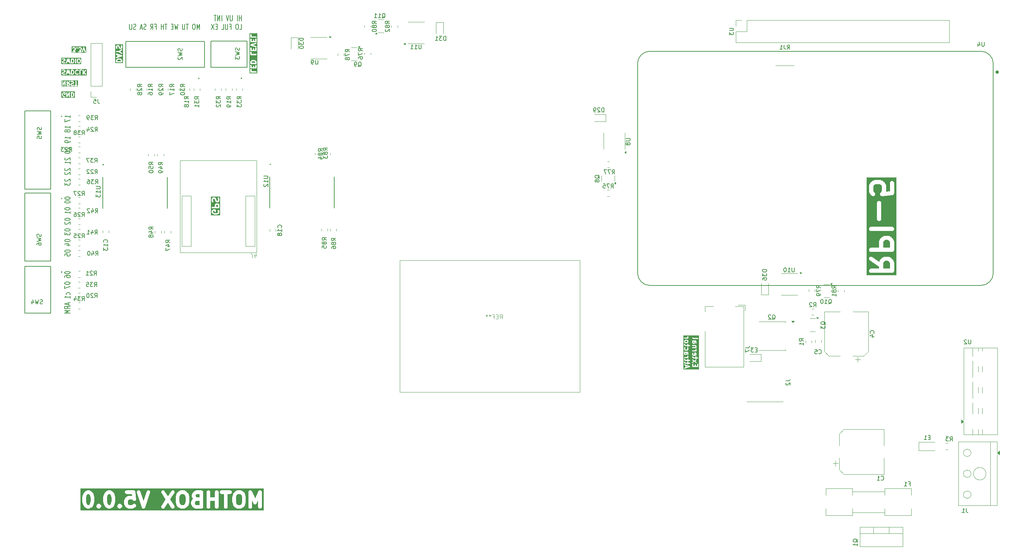
<source format=gbr>
%TF.GenerationSoftware,KiCad,Pcbnew,9.0.2*%
%TF.CreationDate,2025-05-13T16:07:20+08:00*%
%TF.ProjectId,MothBo,4d6f7468-426f-42e6-9b69-6361645f7063,5.0.0*%
%TF.SameCoordinates,Original*%
%TF.FileFunction,Legend,Bot*%
%TF.FilePolarity,Positive*%
%FSLAX46Y46*%
G04 Gerber Fmt 4.6, Leading zero omitted, Abs format (unit mm)*
G04 Created by KiCad (PCBNEW 9.0.2) date 2025-05-13 16:07:20*
%MOMM*%
%LPD*%
G01*
G04 APERTURE LIST*
%ADD10C,0.250000*%
%ADD11C,0.200000*%
%ADD12C,0.350000*%
%ADD13C,0.875000*%
%ADD14C,0.300000*%
%ADD15C,1.000000*%
%ADD16C,0.150000*%
%ADD17C,0.100000*%
%ADD18C,0.120000*%
%ADD19C,0.127000*%
%ADD20C,0.400000*%
G04 APERTURE END LIST*
D10*
G36*
X46856473Y-76745424D02*
G01*
X46916501Y-76805452D01*
X46948912Y-76870275D01*
X46989472Y-77032512D01*
X46989472Y-77144591D01*
X46948912Y-77306827D01*
X46916501Y-77371650D01*
X46856473Y-77431678D01*
X46760856Y-77463551D01*
X46668044Y-77463551D01*
X46668044Y-76713551D01*
X46760855Y-76713551D01*
X46856473Y-76745424D01*
G37*
G36*
X48421379Y-76738902D02*
G01*
X48477791Y-76795314D01*
X48513281Y-76937274D01*
X48513281Y-77239829D01*
X48477791Y-77381789D01*
X48421380Y-77438200D01*
X48370678Y-77463551D01*
X48239219Y-77463551D01*
X48188515Y-77438199D01*
X48132105Y-77381789D01*
X48096615Y-77239829D01*
X48096615Y-76937274D01*
X48132105Y-76795314D01*
X48188515Y-76738903D01*
X48239220Y-76713551D01*
X48370677Y-76713551D01*
X48421379Y-76738902D01*
G37*
G36*
X48888281Y-77838551D02*
G01*
X44150187Y-77838551D01*
X44150187Y-77302837D01*
X44275187Y-77302837D01*
X44275187Y-77398075D01*
X44277589Y-77422461D01*
X44279307Y-77426609D01*
X44279626Y-77431091D01*
X44288384Y-77453977D01*
X44336002Y-77549214D01*
X44342611Y-77559712D01*
X44343873Y-77562759D01*
X44346688Y-77566190D01*
X44349057Y-77569952D01*
X44351551Y-77572115D01*
X44359418Y-77581701D01*
X44407036Y-77629320D01*
X44416624Y-77637189D01*
X44418786Y-77639681D01*
X44422543Y-77642046D01*
X44425978Y-77644865D01*
X44429028Y-77646128D01*
X44439523Y-77652735D01*
X44534761Y-77700354D01*
X44557647Y-77709112D01*
X44562127Y-77709430D01*
X44566277Y-77711149D01*
X44590663Y-77713551D01*
X44828758Y-77713551D01*
X44841101Y-77712335D01*
X44844392Y-77712569D01*
X44848721Y-77711584D01*
X44853144Y-77711149D01*
X44856195Y-77709885D01*
X44868286Y-77707136D01*
X45011143Y-77659518D01*
X45033518Y-77649527D01*
X45070364Y-77617572D01*
X45087211Y-77583878D01*
X45180037Y-77583878D01*
X45187756Y-77632035D01*
X45213318Y-77673574D01*
X45252830Y-77702167D01*
X45300276Y-77713463D01*
X45348433Y-77705744D01*
X45389972Y-77680182D01*
X45418565Y-77640670D01*
X45426550Y-77617504D01*
X45549905Y-77099410D01*
X45612741Y-77335045D01*
X45614882Y-77340756D01*
X45615202Y-77343158D01*
X45616852Y-77346008D01*
X45621345Y-77357989D01*
X45631373Y-77371090D01*
X45639639Y-77385368D01*
X45646067Y-77390288D01*
X45650989Y-77396718D01*
X45665270Y-77404986D01*
X45678369Y-77415012D01*
X45686188Y-77417097D01*
X45693199Y-77421156D01*
X45709558Y-77423329D01*
X45725494Y-77427579D01*
X45733519Y-77426512D01*
X45741546Y-77427579D01*
X45757487Y-77423327D01*
X45773841Y-77421155D01*
X45780847Y-77417098D01*
X45788672Y-77415012D01*
X45801773Y-77404983D01*
X45816051Y-77396718D01*
X45820971Y-77390289D01*
X45827401Y-77385368D01*
X45835669Y-77371086D01*
X45845695Y-77357988D01*
X45850186Y-77346012D01*
X45851838Y-77343159D01*
X45852157Y-77340755D01*
X45854299Y-77335045D01*
X45917134Y-77099409D01*
X46040491Y-77617504D01*
X46048476Y-77640670D01*
X46077070Y-77680182D01*
X46118608Y-77705744D01*
X46166765Y-77713463D01*
X46214211Y-77702167D01*
X46253723Y-77673573D01*
X46279285Y-77632035D01*
X46287004Y-77583877D01*
X46283693Y-77559598D01*
X46052491Y-76588551D01*
X46418044Y-76588551D01*
X46418044Y-77588551D01*
X46420446Y-77612937D01*
X46439110Y-77657997D01*
X46473598Y-77692485D01*
X46518658Y-77711149D01*
X46543044Y-77713551D01*
X46781139Y-77713551D01*
X46793482Y-77712335D01*
X46796773Y-77712569D01*
X46801102Y-77711584D01*
X46805525Y-77711149D01*
X46808576Y-77709885D01*
X46820667Y-77707136D01*
X46963524Y-77659518D01*
X46985899Y-77649527D01*
X46989292Y-77646583D01*
X46993442Y-77644865D01*
X47012384Y-77629320D01*
X47107622Y-77534082D01*
X47115488Y-77524496D01*
X47117983Y-77522333D01*
X47120350Y-77518571D01*
X47123167Y-77515140D01*
X47124429Y-77512092D01*
X47131037Y-77501596D01*
X47178656Y-77406358D01*
X47179339Y-77404572D01*
X47179876Y-77403848D01*
X47183531Y-77393618D01*
X47187414Y-77383472D01*
X47187477Y-77382572D01*
X47188121Y-77380773D01*
X47235740Y-77190297D01*
X47236365Y-77186067D01*
X47237070Y-77184366D01*
X47237974Y-77175186D01*
X47239324Y-77166057D01*
X47239052Y-77164234D01*
X47239472Y-77159980D01*
X47239472Y-77017123D01*
X47239052Y-77012868D01*
X47239324Y-77011046D01*
X47237974Y-77001916D01*
X47237070Y-76992737D01*
X47236365Y-76991035D01*
X47235740Y-76986806D01*
X47188121Y-76796330D01*
X47187477Y-76794530D01*
X47187414Y-76793631D01*
X47183531Y-76783484D01*
X47179876Y-76773255D01*
X47179339Y-76772530D01*
X47178656Y-76770745D01*
X47131037Y-76675507D01*
X47124429Y-76665010D01*
X47123167Y-76661963D01*
X47120350Y-76658531D01*
X47117983Y-76654770D01*
X47115488Y-76652606D01*
X47107622Y-76643021D01*
X47053152Y-76588551D01*
X47418044Y-76588551D01*
X47418044Y-77588551D01*
X47420446Y-77612937D01*
X47439110Y-77657997D01*
X47473598Y-77692485D01*
X47518658Y-77711149D01*
X47567430Y-77711149D01*
X47612490Y-77692485D01*
X47646978Y-77657997D01*
X47665642Y-77612937D01*
X47668044Y-77588551D01*
X47668044Y-76921885D01*
X47846615Y-76921885D01*
X47846615Y-77255218D01*
X47847034Y-77259472D01*
X47846763Y-77261294D01*
X47848112Y-77270422D01*
X47849017Y-77279604D01*
X47849721Y-77281305D01*
X47850347Y-77285535D01*
X47897966Y-77476011D01*
X47906211Y-77499086D01*
X47911744Y-77506554D01*
X47915301Y-77515140D01*
X47930846Y-77534082D01*
X48026084Y-77629320D01*
X48035669Y-77637186D01*
X48037833Y-77639681D01*
X48041594Y-77642048D01*
X48045026Y-77644865D01*
X48048073Y-77646127D01*
X48058570Y-77652735D01*
X48153808Y-77700354D01*
X48176694Y-77709112D01*
X48181174Y-77709430D01*
X48185324Y-77711149D01*
X48209710Y-77713551D01*
X48400186Y-77713551D01*
X48424572Y-77711149D01*
X48428720Y-77709430D01*
X48433202Y-77709112D01*
X48456088Y-77700354D01*
X48551325Y-77652736D01*
X48561823Y-77646126D01*
X48564870Y-77644865D01*
X48568301Y-77642049D01*
X48572063Y-77639681D01*
X48574226Y-77637186D01*
X48583812Y-77629320D01*
X48679050Y-77534082D01*
X48694595Y-77515140D01*
X48698151Y-77506554D01*
X48703685Y-77499086D01*
X48711930Y-77476011D01*
X48759549Y-77285535D01*
X48760174Y-77281305D01*
X48760879Y-77279604D01*
X48761783Y-77270424D01*
X48763133Y-77261295D01*
X48762861Y-77259472D01*
X48763281Y-77255218D01*
X48763281Y-76921885D01*
X48762861Y-76917630D01*
X48763133Y-76915808D01*
X48761783Y-76906678D01*
X48760879Y-76897499D01*
X48760174Y-76895797D01*
X48759549Y-76891568D01*
X48711930Y-76701092D01*
X48703685Y-76678017D01*
X48698151Y-76670548D01*
X48694595Y-76661963D01*
X48679050Y-76643021D01*
X48583812Y-76547783D01*
X48574227Y-76539917D01*
X48572064Y-76537423D01*
X48568302Y-76535055D01*
X48564870Y-76532238D01*
X48561823Y-76530975D01*
X48551327Y-76524368D01*
X48456089Y-76476748D01*
X48433203Y-76467991D01*
X48428723Y-76467672D01*
X48424572Y-76465953D01*
X48400186Y-76463551D01*
X48209710Y-76463551D01*
X48185324Y-76465953D01*
X48181175Y-76467671D01*
X48176693Y-76467990D01*
X48153808Y-76476748D01*
X48058569Y-76524368D01*
X48048070Y-76530976D01*
X48045026Y-76532238D01*
X48041597Y-76535051D01*
X48037832Y-76537422D01*
X48035666Y-76539919D01*
X48026084Y-76547783D01*
X47930846Y-76643021D01*
X47915301Y-76661963D01*
X47911744Y-76670548D01*
X47906211Y-76678017D01*
X47897966Y-76701092D01*
X47850347Y-76891568D01*
X47849721Y-76895797D01*
X47849017Y-76897499D01*
X47848112Y-76906680D01*
X47846763Y-76915809D01*
X47847034Y-76917630D01*
X47846615Y-76921885D01*
X47668044Y-76921885D01*
X47668044Y-76588551D01*
X47665642Y-76564165D01*
X47646978Y-76519105D01*
X47612490Y-76484617D01*
X47567430Y-76465953D01*
X47518658Y-76465953D01*
X47473598Y-76484617D01*
X47439110Y-76519105D01*
X47420446Y-76564165D01*
X47418044Y-76588551D01*
X47053152Y-76588551D01*
X47012384Y-76547783D01*
X46993442Y-76532238D01*
X46989294Y-76530519D01*
X46985900Y-76527576D01*
X46963525Y-76517586D01*
X46820668Y-76469966D01*
X46808574Y-76467216D01*
X46805525Y-76465953D01*
X46801103Y-76465517D01*
X46796774Y-76464533D01*
X46793482Y-76464766D01*
X46781139Y-76463551D01*
X46543044Y-76463551D01*
X46518658Y-76465953D01*
X46473598Y-76484617D01*
X46439110Y-76519105D01*
X46420446Y-76564165D01*
X46418044Y-76588551D01*
X46052491Y-76588551D01*
X46045597Y-76559598D01*
X46042712Y-76551230D01*
X46042314Y-76548229D01*
X46040742Y-76545515D01*
X46037612Y-76536432D01*
X46026971Y-76521729D01*
X46017877Y-76506020D01*
X46012780Y-76502118D01*
X46009018Y-76496920D01*
X45993560Y-76487407D01*
X45979148Y-76476376D01*
X45972947Y-76474722D01*
X45967480Y-76471358D01*
X45949558Y-76468485D01*
X45932022Y-76463809D01*
X45925658Y-76464654D01*
X45919323Y-76463639D01*
X45901674Y-76467840D01*
X45883675Y-76470232D01*
X45878118Y-76473449D01*
X45871877Y-76474935D01*
X45857175Y-76485574D01*
X45841465Y-76494670D01*
X45837563Y-76499766D01*
X45832365Y-76503529D01*
X45822852Y-76518986D01*
X45811821Y-76533399D01*
X45808447Y-76542394D01*
X45806803Y-76545067D01*
X45806323Y-76548059D01*
X45803217Y-76556343D01*
X45733519Y-76817707D01*
X45663823Y-76556343D01*
X45660716Y-76548060D01*
X45660237Y-76545067D01*
X45658591Y-76542393D01*
X45655219Y-76533400D01*
X45644191Y-76518992D01*
X45634675Y-76503528D01*
X45629474Y-76499764D01*
X45625575Y-76494670D01*
X45609869Y-76485577D01*
X45595163Y-76474935D01*
X45588918Y-76473448D01*
X45583365Y-76470233D01*
X45565371Y-76467842D01*
X45547717Y-76463639D01*
X45541381Y-76464654D01*
X45535018Y-76463809D01*
X45517482Y-76468485D01*
X45499560Y-76471358D01*
X45494091Y-76474722D01*
X45487893Y-76476376D01*
X45473485Y-76487403D01*
X45458021Y-76496920D01*
X45454257Y-76502120D01*
X45449163Y-76506020D01*
X45440070Y-76521725D01*
X45429428Y-76536432D01*
X45426296Y-76545517D01*
X45424726Y-76548230D01*
X45424327Y-76551229D01*
X45421443Y-76559598D01*
X45183348Y-77559598D01*
X45180037Y-77583878D01*
X45087211Y-77583878D01*
X45092176Y-77573948D01*
X45095633Y-77525298D01*
X45080210Y-77479029D01*
X45048254Y-77442183D01*
X45004630Y-77420371D01*
X44955980Y-77416914D01*
X44932086Y-77422347D01*
X44808475Y-77463551D01*
X44620172Y-77463551D01*
X44569470Y-77438200D01*
X44550537Y-77419268D01*
X44525187Y-77368567D01*
X44525187Y-77332345D01*
X44550537Y-77281643D01*
X44569470Y-77262711D01*
X44634291Y-77230301D01*
X44811456Y-77186010D01*
X44813255Y-77185366D01*
X44814155Y-77185303D01*
X44824301Y-77181420D01*
X44834531Y-77177765D01*
X44835255Y-77177228D01*
X44837041Y-77176545D01*
X44932278Y-77128927D01*
X44942776Y-77122317D01*
X44945823Y-77121056D01*
X44949254Y-77118240D01*
X44953016Y-77115872D01*
X44955179Y-77113377D01*
X44964765Y-77105511D01*
X45012384Y-77057893D01*
X45020253Y-77048304D01*
X45022745Y-77046143D01*
X45025110Y-77042385D01*
X45027929Y-77038951D01*
X45029192Y-77035900D01*
X45035799Y-77025406D01*
X45083418Y-76930168D01*
X45092176Y-76907282D01*
X45092494Y-76902801D01*
X45094213Y-76898652D01*
X45096615Y-76874266D01*
X45096615Y-76779028D01*
X45094213Y-76754642D01*
X45092494Y-76750492D01*
X45092176Y-76746012D01*
X45083418Y-76723126D01*
X45035799Y-76627888D01*
X45029192Y-76617393D01*
X45027929Y-76614343D01*
X45025110Y-76610908D01*
X45022745Y-76607151D01*
X45020253Y-76604989D01*
X45012384Y-76595401D01*
X44964765Y-76547783D01*
X44955180Y-76539917D01*
X44953017Y-76537423D01*
X44949255Y-76535055D01*
X44945823Y-76532238D01*
X44942776Y-76530975D01*
X44932280Y-76524368D01*
X44837042Y-76476748D01*
X44814156Y-76467991D01*
X44809676Y-76467672D01*
X44805525Y-76465953D01*
X44781139Y-76463551D01*
X44543044Y-76463551D01*
X44530700Y-76464766D01*
X44527409Y-76464533D01*
X44523079Y-76465517D01*
X44518658Y-76465953D01*
X44515608Y-76467216D01*
X44503515Y-76469966D01*
X44360658Y-76517586D01*
X44338283Y-76527576D01*
X44301437Y-76559532D01*
X44279626Y-76603156D01*
X44276169Y-76651806D01*
X44291592Y-76698075D01*
X44323548Y-76734921D01*
X44367172Y-76756732D01*
X44415822Y-76760189D01*
X44439716Y-76754756D01*
X44563328Y-76713551D01*
X44751630Y-76713551D01*
X44802332Y-76738902D01*
X44821264Y-76757835D01*
X44846615Y-76808536D01*
X44846615Y-76844757D01*
X44821264Y-76895458D01*
X44802332Y-76914391D01*
X44737512Y-76946801D01*
X44560346Y-76991093D01*
X44558546Y-76991736D01*
X44557647Y-76991800D01*
X44547500Y-76995682D01*
X44537271Y-76999338D01*
X44536546Y-76999874D01*
X44534761Y-77000558D01*
X44439523Y-77048177D01*
X44429028Y-77054783D01*
X44425978Y-77056047D01*
X44422543Y-77058865D01*
X44418786Y-77061231D01*
X44416624Y-77063722D01*
X44407036Y-77071592D01*
X44359418Y-77119211D01*
X44351551Y-77128796D01*
X44349057Y-77130960D01*
X44346688Y-77134721D01*
X44343873Y-77138153D01*
X44342611Y-77141199D01*
X44336002Y-77151698D01*
X44288384Y-77246935D01*
X44279626Y-77269821D01*
X44279307Y-77274302D01*
X44277589Y-77278451D01*
X44275187Y-77302837D01*
X44150187Y-77302837D01*
X44150187Y-76338551D01*
X48888281Y-76338551D01*
X48888281Y-77838551D01*
G37*
G36*
X46808854Y-84807924D02*
G01*
X46868882Y-84867952D01*
X46901293Y-84932775D01*
X46941853Y-85095012D01*
X46941853Y-85207091D01*
X46901293Y-85369327D01*
X46868882Y-85434150D01*
X46808854Y-85494178D01*
X46713237Y-85526051D01*
X46620425Y-85526051D01*
X46620425Y-84776051D01*
X46713236Y-84776051D01*
X46808854Y-84807924D01*
G37*
G36*
X47316853Y-85901051D02*
G01*
X44150187Y-85901051D01*
X44150187Y-85079623D01*
X44275187Y-85079623D01*
X44275187Y-85222480D01*
X44275606Y-85226734D01*
X44275335Y-85228556D01*
X44276684Y-85237684D01*
X44277589Y-85246866D01*
X44278293Y-85248567D01*
X44278919Y-85252797D01*
X44326538Y-85443273D01*
X44327181Y-85445072D01*
X44327245Y-85445972D01*
X44331127Y-85456118D01*
X44334783Y-85466348D01*
X44335319Y-85467072D01*
X44336003Y-85468858D01*
X44383621Y-85564095D01*
X44390230Y-85574593D01*
X44391492Y-85577640D01*
X44394307Y-85581071D01*
X44396676Y-85584833D01*
X44399170Y-85586996D01*
X44407037Y-85596582D01*
X44502275Y-85691820D01*
X44521217Y-85707365D01*
X44525366Y-85709083D01*
X44528760Y-85712027D01*
X44551135Y-85722017D01*
X44693991Y-85769636D01*
X44706084Y-85772385D01*
X44709134Y-85773649D01*
X44713555Y-85774084D01*
X44717885Y-85775069D01*
X44721176Y-85774835D01*
X44733520Y-85776051D01*
X44876377Y-85776051D01*
X44900763Y-85773649D01*
X44904911Y-85771930D01*
X44909393Y-85771612D01*
X44932279Y-85762854D01*
X45027516Y-85715236D01*
X45048254Y-85702181D01*
X45080210Y-85665336D01*
X45095633Y-85619066D01*
X45092175Y-85570416D01*
X45070364Y-85526793D01*
X45033519Y-85494837D01*
X44987248Y-85479414D01*
X44938599Y-85482871D01*
X44915713Y-85491629D01*
X44846869Y-85526051D01*
X44753806Y-85526051D01*
X44658185Y-85494178D01*
X44598157Y-85434150D01*
X44565746Y-85369329D01*
X44525187Y-85207091D01*
X44525187Y-85095012D01*
X44565746Y-84932774D01*
X44598157Y-84867953D01*
X44658185Y-84807924D01*
X44753804Y-84776051D01*
X44808474Y-84776051D01*
X44894234Y-84804638D01*
X44894234Y-84954623D01*
X44828758Y-84954623D01*
X44804372Y-84957025D01*
X44759312Y-84975689D01*
X44724824Y-85010177D01*
X44706160Y-85055237D01*
X44706160Y-85104009D01*
X44724824Y-85149069D01*
X44759312Y-85183557D01*
X44804372Y-85202221D01*
X44828758Y-85204623D01*
X45019234Y-85204623D01*
X45043620Y-85202221D01*
X45088680Y-85183557D01*
X45123168Y-85149069D01*
X45141832Y-85104009D01*
X45144234Y-85079623D01*
X45144234Y-84746290D01*
X45141832Y-84721904D01*
X45141249Y-84720497D01*
X45134100Y-84703239D01*
X45123168Y-84676844D01*
X45123167Y-84676843D01*
X45107622Y-84657901D01*
X45100772Y-84651051D01*
X45322806Y-84651051D01*
X45322806Y-85651051D01*
X45323423Y-85657321D01*
X45323111Y-85659781D01*
X45323979Y-85662965D01*
X45325208Y-85675437D01*
X45331569Y-85690794D01*
X45335944Y-85706836D01*
X45340823Y-85713136D01*
X45343872Y-85720497D01*
X45355627Y-85732252D01*
X45365807Y-85745397D01*
X45372725Y-85749350D01*
X45378360Y-85754985D01*
X45393718Y-85761346D01*
X45408153Y-85769595D01*
X45416059Y-85770600D01*
X45423420Y-85773649D01*
X45440041Y-85773649D01*
X45456536Y-85775746D01*
X45464225Y-85773649D01*
X45472192Y-85773649D01*
X45487549Y-85767287D01*
X45503591Y-85762913D01*
X45509891Y-85758033D01*
X45517252Y-85754985D01*
X45529007Y-85743229D01*
X45542152Y-85733050D01*
X45549405Y-85722831D01*
X45551740Y-85720497D01*
X45552689Y-85718205D01*
X45556336Y-85713068D01*
X45894234Y-85121746D01*
X45894234Y-85651051D01*
X45896636Y-85675437D01*
X45915300Y-85720497D01*
X45949788Y-85754985D01*
X45994848Y-85773649D01*
X46043620Y-85773649D01*
X46088680Y-85754985D01*
X46123168Y-85720497D01*
X46141832Y-85675437D01*
X46144234Y-85651051D01*
X46144234Y-84651051D01*
X46370425Y-84651051D01*
X46370425Y-85651051D01*
X46372827Y-85675437D01*
X46391491Y-85720497D01*
X46425979Y-85754985D01*
X46471039Y-85773649D01*
X46495425Y-85776051D01*
X46733520Y-85776051D01*
X46745863Y-85774835D01*
X46749154Y-85775069D01*
X46753483Y-85774084D01*
X46757906Y-85773649D01*
X46760957Y-85772385D01*
X46773048Y-85769636D01*
X46915905Y-85722018D01*
X46938280Y-85712027D01*
X46941673Y-85709083D01*
X46945823Y-85707365D01*
X46964765Y-85691820D01*
X47060003Y-85596582D01*
X47067869Y-85586996D01*
X47070364Y-85584833D01*
X47072731Y-85581071D01*
X47075548Y-85577640D01*
X47076810Y-85574592D01*
X47083418Y-85564096D01*
X47131037Y-85468858D01*
X47131720Y-85467072D01*
X47132257Y-85466348D01*
X47135912Y-85456118D01*
X47139795Y-85445972D01*
X47139858Y-85445072D01*
X47140502Y-85443273D01*
X47188121Y-85252797D01*
X47188746Y-85248567D01*
X47189451Y-85246866D01*
X47190355Y-85237686D01*
X47191705Y-85228557D01*
X47191433Y-85226734D01*
X47191853Y-85222480D01*
X47191853Y-85079623D01*
X47191433Y-85075368D01*
X47191705Y-85073546D01*
X47190355Y-85064416D01*
X47189451Y-85055237D01*
X47188746Y-85053535D01*
X47188121Y-85049306D01*
X47140502Y-84858830D01*
X47139858Y-84857030D01*
X47139795Y-84856131D01*
X47135912Y-84845984D01*
X47132257Y-84835755D01*
X47131720Y-84835030D01*
X47131037Y-84833245D01*
X47083418Y-84738007D01*
X47076810Y-84727510D01*
X47075548Y-84724463D01*
X47072731Y-84721031D01*
X47070364Y-84717270D01*
X47067869Y-84715106D01*
X47060003Y-84705521D01*
X46964765Y-84610283D01*
X46945823Y-84594738D01*
X46941675Y-84593019D01*
X46938281Y-84590076D01*
X46915906Y-84580086D01*
X46773049Y-84532466D01*
X46760955Y-84529716D01*
X46757906Y-84528453D01*
X46753484Y-84528017D01*
X46749155Y-84527033D01*
X46745863Y-84527266D01*
X46733520Y-84526051D01*
X46495425Y-84526051D01*
X46471039Y-84528453D01*
X46425979Y-84547117D01*
X46391491Y-84581605D01*
X46372827Y-84626665D01*
X46370425Y-84651051D01*
X46144234Y-84651051D01*
X46143616Y-84644779D01*
X46143929Y-84642320D01*
X46143060Y-84639134D01*
X46141832Y-84626665D01*
X46135471Y-84611308D01*
X46131096Y-84595266D01*
X46126216Y-84588965D01*
X46123168Y-84581605D01*
X46111412Y-84569849D01*
X46101233Y-84556705D01*
X46094314Y-84552751D01*
X46088680Y-84547117D01*
X46073321Y-84540755D01*
X46058887Y-84532507D01*
X46050980Y-84531501D01*
X46043620Y-84528453D01*
X46026999Y-84528453D01*
X46010504Y-84526356D01*
X46002815Y-84528453D01*
X45994848Y-84528453D01*
X45979490Y-84534814D01*
X45963449Y-84539189D01*
X45957148Y-84544068D01*
X45949788Y-84547117D01*
X45938032Y-84558872D01*
X45924888Y-84569052D01*
X45917634Y-84579270D01*
X45915300Y-84581605D01*
X45914350Y-84583896D01*
X45910704Y-84589034D01*
X45572806Y-85180356D01*
X45572806Y-84651051D01*
X45570404Y-84626665D01*
X45551740Y-84581605D01*
X45517252Y-84547117D01*
X45472192Y-84528453D01*
X45423420Y-84528453D01*
X45378360Y-84547117D01*
X45343872Y-84581605D01*
X45325208Y-84626665D01*
X45322806Y-84651051D01*
X45100772Y-84651051D01*
X45060003Y-84610283D01*
X45041061Y-84594738D01*
X45036913Y-84593019D01*
X45033519Y-84590076D01*
X45011144Y-84580086D01*
X44868287Y-84532466D01*
X44856193Y-84529716D01*
X44853144Y-84528453D01*
X44848722Y-84528017D01*
X44844393Y-84527033D01*
X44841101Y-84527266D01*
X44828758Y-84526051D01*
X44733520Y-84526051D01*
X44721176Y-84527266D01*
X44717885Y-84527033D01*
X44713555Y-84528017D01*
X44709134Y-84528453D01*
X44706084Y-84529716D01*
X44693991Y-84532466D01*
X44551134Y-84580086D01*
X44528759Y-84590076D01*
X44525364Y-84593019D01*
X44521217Y-84594738D01*
X44502275Y-84610283D01*
X44407037Y-84705521D01*
X44399170Y-84715106D01*
X44396676Y-84717270D01*
X44394307Y-84721031D01*
X44391492Y-84724463D01*
X44390230Y-84727509D01*
X44383621Y-84738008D01*
X44336003Y-84833245D01*
X44335319Y-84835030D01*
X44334783Y-84835755D01*
X44331127Y-84845984D01*
X44327245Y-84856131D01*
X44327181Y-84857030D01*
X44326538Y-84858830D01*
X44278919Y-85049306D01*
X44278293Y-85053535D01*
X44277589Y-85055237D01*
X44276684Y-85064418D01*
X44275335Y-85073547D01*
X44275606Y-85075368D01*
X44275187Y-85079623D01*
X44150187Y-85079623D01*
X44150187Y-84401051D01*
X47316853Y-84401051D01*
X47316853Y-85901051D01*
G37*
D11*
X46230504Y-90661058D02*
X46230504Y-90118201D01*
X46230504Y-90389629D02*
X44930504Y-90389629D01*
X44930504Y-90389629D02*
X45116219Y-90299153D01*
X45116219Y-90299153D02*
X45240028Y-90208677D01*
X45240028Y-90208677D02*
X45301933Y-90118201D01*
X44930504Y-90977725D02*
X44930504Y-91611058D01*
X44930504Y-91611058D02*
X46230504Y-91203915D01*
X46230504Y-93194392D02*
X46230504Y-92651535D01*
X46230504Y-92922963D02*
X44930504Y-92922963D01*
X44930504Y-92922963D02*
X45116219Y-92832487D01*
X45116219Y-92832487D02*
X45240028Y-92742011D01*
X45240028Y-92742011D02*
X45301933Y-92651535D01*
X45487647Y-93737249D02*
X45425742Y-93646773D01*
X45425742Y-93646773D02*
X45363838Y-93601535D01*
X45363838Y-93601535D02*
X45240028Y-93556297D01*
X45240028Y-93556297D02*
X45178123Y-93556297D01*
X45178123Y-93556297D02*
X45054314Y-93601535D01*
X45054314Y-93601535D02*
X44992409Y-93646773D01*
X44992409Y-93646773D02*
X44930504Y-93737249D01*
X44930504Y-93737249D02*
X44930504Y-93918202D01*
X44930504Y-93918202D02*
X44992409Y-94008678D01*
X44992409Y-94008678D02*
X45054314Y-94053916D01*
X45054314Y-94053916D02*
X45178123Y-94099154D01*
X45178123Y-94099154D02*
X45240028Y-94099154D01*
X45240028Y-94099154D02*
X45363838Y-94053916D01*
X45363838Y-94053916D02*
X45425742Y-94008678D01*
X45425742Y-94008678D02*
X45487647Y-93918202D01*
X45487647Y-93918202D02*
X45487647Y-93737249D01*
X45487647Y-93737249D02*
X45549552Y-93646773D01*
X45549552Y-93646773D02*
X45611457Y-93601535D01*
X45611457Y-93601535D02*
X45735266Y-93556297D01*
X45735266Y-93556297D02*
X45982885Y-93556297D01*
X45982885Y-93556297D02*
X46106695Y-93601535D01*
X46106695Y-93601535D02*
X46168600Y-93646773D01*
X46168600Y-93646773D02*
X46230504Y-93737249D01*
X46230504Y-93737249D02*
X46230504Y-93918202D01*
X46230504Y-93918202D02*
X46168600Y-94008678D01*
X46168600Y-94008678D02*
X46106695Y-94053916D01*
X46106695Y-94053916D02*
X45982885Y-94099154D01*
X45982885Y-94099154D02*
X45735266Y-94099154D01*
X45735266Y-94099154D02*
X45611457Y-94053916D01*
X45611457Y-94053916D02*
X45549552Y-94008678D01*
X45549552Y-94008678D02*
X45487647Y-93918202D01*
X46230504Y-95727726D02*
X46230504Y-95184869D01*
X46230504Y-95456297D02*
X44930504Y-95456297D01*
X44930504Y-95456297D02*
X45116219Y-95365821D01*
X45116219Y-95365821D02*
X45240028Y-95275345D01*
X45240028Y-95275345D02*
X45301933Y-95184869D01*
X46230504Y-96180107D02*
X46230504Y-96361059D01*
X46230504Y-96361059D02*
X46168600Y-96451536D01*
X46168600Y-96451536D02*
X46106695Y-96496774D01*
X46106695Y-96496774D02*
X45920980Y-96587250D01*
X45920980Y-96587250D02*
X45673361Y-96632488D01*
X45673361Y-96632488D02*
X45178123Y-96632488D01*
X45178123Y-96632488D02*
X45054314Y-96587250D01*
X45054314Y-96587250D02*
X44992409Y-96542012D01*
X44992409Y-96542012D02*
X44930504Y-96451536D01*
X44930504Y-96451536D02*
X44930504Y-96270583D01*
X44930504Y-96270583D02*
X44992409Y-96180107D01*
X44992409Y-96180107D02*
X45054314Y-96134869D01*
X45054314Y-96134869D02*
X45178123Y-96089631D01*
X45178123Y-96089631D02*
X45487647Y-96089631D01*
X45487647Y-96089631D02*
X45611457Y-96134869D01*
X45611457Y-96134869D02*
X45673361Y-96180107D01*
X45673361Y-96180107D02*
X45735266Y-96270583D01*
X45735266Y-96270583D02*
X45735266Y-96451536D01*
X45735266Y-96451536D02*
X45673361Y-96542012D01*
X45673361Y-96542012D02*
X45611457Y-96587250D01*
X45611457Y-96587250D02*
X45487647Y-96632488D01*
X45054314Y-97718203D02*
X44992409Y-97763441D01*
X44992409Y-97763441D02*
X44930504Y-97853917D01*
X44930504Y-97853917D02*
X44930504Y-98080108D01*
X44930504Y-98080108D02*
X44992409Y-98170584D01*
X44992409Y-98170584D02*
X45054314Y-98215822D01*
X45054314Y-98215822D02*
X45178123Y-98261060D01*
X45178123Y-98261060D02*
X45301933Y-98261060D01*
X45301933Y-98261060D02*
X45487647Y-98215822D01*
X45487647Y-98215822D02*
X46230504Y-97672965D01*
X46230504Y-97672965D02*
X46230504Y-98261060D01*
X44930504Y-98849155D02*
X44930504Y-98939632D01*
X44930504Y-98939632D02*
X44992409Y-99030108D01*
X44992409Y-99030108D02*
X45054314Y-99075346D01*
X45054314Y-99075346D02*
X45178123Y-99120584D01*
X45178123Y-99120584D02*
X45425742Y-99165822D01*
X45425742Y-99165822D02*
X45735266Y-99165822D01*
X45735266Y-99165822D02*
X45982885Y-99120584D01*
X45982885Y-99120584D02*
X46106695Y-99075346D01*
X46106695Y-99075346D02*
X46168600Y-99030108D01*
X46168600Y-99030108D02*
X46230504Y-98939632D01*
X46230504Y-98939632D02*
X46230504Y-98849155D01*
X46230504Y-98849155D02*
X46168600Y-98758679D01*
X46168600Y-98758679D02*
X46106695Y-98713441D01*
X46106695Y-98713441D02*
X45982885Y-98668203D01*
X45982885Y-98668203D02*
X45735266Y-98622965D01*
X45735266Y-98622965D02*
X45425742Y-98622965D01*
X45425742Y-98622965D02*
X45178123Y-98668203D01*
X45178123Y-98668203D02*
X45054314Y-98713441D01*
X45054314Y-98713441D02*
X44992409Y-98758679D01*
X44992409Y-98758679D02*
X44930504Y-98849155D01*
X45054314Y-100251537D02*
X44992409Y-100296775D01*
X44992409Y-100296775D02*
X44930504Y-100387251D01*
X44930504Y-100387251D02*
X44930504Y-100613442D01*
X44930504Y-100613442D02*
X44992409Y-100703918D01*
X44992409Y-100703918D02*
X45054314Y-100749156D01*
X45054314Y-100749156D02*
X45178123Y-100794394D01*
X45178123Y-100794394D02*
X45301933Y-100794394D01*
X45301933Y-100794394D02*
X45487647Y-100749156D01*
X45487647Y-100749156D02*
X46230504Y-100206299D01*
X46230504Y-100206299D02*
X46230504Y-100794394D01*
X46230504Y-101699156D02*
X46230504Y-101156299D01*
X46230504Y-101427727D02*
X44930504Y-101427727D01*
X44930504Y-101427727D02*
X45116219Y-101337251D01*
X45116219Y-101337251D02*
X45240028Y-101246775D01*
X45240028Y-101246775D02*
X45301933Y-101156299D01*
X45054314Y-102784871D02*
X44992409Y-102830109D01*
X44992409Y-102830109D02*
X44930504Y-102920585D01*
X44930504Y-102920585D02*
X44930504Y-103146776D01*
X44930504Y-103146776D02*
X44992409Y-103237252D01*
X44992409Y-103237252D02*
X45054314Y-103282490D01*
X45054314Y-103282490D02*
X45178123Y-103327728D01*
X45178123Y-103327728D02*
X45301933Y-103327728D01*
X45301933Y-103327728D02*
X45487647Y-103282490D01*
X45487647Y-103282490D02*
X46230504Y-102739633D01*
X46230504Y-102739633D02*
X46230504Y-103327728D01*
X45054314Y-103689633D02*
X44992409Y-103734871D01*
X44992409Y-103734871D02*
X44930504Y-103825347D01*
X44930504Y-103825347D02*
X44930504Y-104051538D01*
X44930504Y-104051538D02*
X44992409Y-104142014D01*
X44992409Y-104142014D02*
X45054314Y-104187252D01*
X45054314Y-104187252D02*
X45178123Y-104232490D01*
X45178123Y-104232490D02*
X45301933Y-104232490D01*
X45301933Y-104232490D02*
X45487647Y-104187252D01*
X45487647Y-104187252D02*
X46230504Y-103644395D01*
X46230504Y-103644395D02*
X46230504Y-104232490D01*
X45054314Y-105318205D02*
X44992409Y-105363443D01*
X44992409Y-105363443D02*
X44930504Y-105453919D01*
X44930504Y-105453919D02*
X44930504Y-105680110D01*
X44930504Y-105680110D02*
X44992409Y-105770586D01*
X44992409Y-105770586D02*
X45054314Y-105815824D01*
X45054314Y-105815824D02*
X45178123Y-105861062D01*
X45178123Y-105861062D02*
X45301933Y-105861062D01*
X45301933Y-105861062D02*
X45487647Y-105815824D01*
X45487647Y-105815824D02*
X46230504Y-105272967D01*
X46230504Y-105272967D02*
X46230504Y-105861062D01*
X44930504Y-106177729D02*
X44930504Y-106765824D01*
X44930504Y-106765824D02*
X45425742Y-106449157D01*
X45425742Y-106449157D02*
X45425742Y-106584872D01*
X45425742Y-106584872D02*
X45487647Y-106675348D01*
X45487647Y-106675348D02*
X45549552Y-106720586D01*
X45549552Y-106720586D02*
X45673361Y-106765824D01*
X45673361Y-106765824D02*
X45982885Y-106765824D01*
X45982885Y-106765824D02*
X46106695Y-106720586D01*
X46106695Y-106720586D02*
X46168600Y-106675348D01*
X46168600Y-106675348D02*
X46230504Y-106584872D01*
X46230504Y-106584872D02*
X46230504Y-106313443D01*
X46230504Y-106313443D02*
X46168600Y-106222967D01*
X46168600Y-106222967D02*
X46106695Y-106177729D01*
D12*
G36*
X81455413Y-111480921D02*
G01*
X81486680Y-111512189D01*
X81526935Y-111592697D01*
X81526935Y-111947813D01*
X81091221Y-111947813D01*
X81091221Y-111592695D01*
X81131473Y-111512190D01*
X81162741Y-111480922D01*
X81243247Y-111440670D01*
X81374909Y-111440670D01*
X81455413Y-111480921D01*
G37*
G36*
X82051935Y-114044241D02*
G01*
X79851935Y-114044241D01*
X79851935Y-113051384D01*
X80026935Y-113051384D01*
X80026935Y-113194241D01*
X80028637Y-113211522D01*
X80028310Y-113216129D01*
X80029688Y-113222189D01*
X80030298Y-113228382D01*
X80032067Y-113232652D01*
X80035916Y-113249581D01*
X80107344Y-113463867D01*
X80121331Y-113495192D01*
X80125451Y-113499942D01*
X80127857Y-113505751D01*
X80149620Y-113532271D01*
X80292477Y-113675127D01*
X80305900Y-113686143D01*
X80308926Y-113689632D01*
X80314185Y-113692943D01*
X80318996Y-113696891D01*
X80323265Y-113698659D01*
X80337958Y-113707909D01*
X80480815Y-113779337D01*
X80483314Y-113780293D01*
X80484329Y-113781045D01*
X80498652Y-113786162D01*
X80512856Y-113791598D01*
X80514114Y-113791687D01*
X80516635Y-113792588D01*
X80802348Y-113864016D01*
X80808269Y-113864891D01*
X80810651Y-113865878D01*
X80823503Y-113867144D01*
X80836286Y-113869034D01*
X80838836Y-113868654D01*
X80844792Y-113869241D01*
X81059078Y-113869241D01*
X81065033Y-113868654D01*
X81067584Y-113869034D01*
X81080365Y-113867144D01*
X81093219Y-113865878D01*
X81095601Y-113864891D01*
X81101521Y-113864016D01*
X81387235Y-113792588D01*
X81389755Y-113791687D01*
X81391014Y-113791598D01*
X81405234Y-113786156D01*
X81419541Y-113781045D01*
X81420552Y-113780295D01*
X81423055Y-113779338D01*
X81565912Y-113707909D01*
X81580605Y-113698658D01*
X81584873Y-113696891D01*
X81589681Y-113692944D01*
X81594944Y-113689632D01*
X81597969Y-113686143D01*
X81611393Y-113675128D01*
X81754249Y-113532271D01*
X81776013Y-113505752D01*
X81778418Y-113499943D01*
X81782539Y-113495193D01*
X81796525Y-113463867D01*
X81867954Y-113249581D01*
X81871802Y-113232652D01*
X81873572Y-113228382D01*
X81874181Y-113222189D01*
X81875560Y-113216129D01*
X81875232Y-113211522D01*
X81876935Y-113194241D01*
X81876935Y-112979956D01*
X81873572Y-112945815D01*
X81871165Y-112940005D01*
X81870720Y-112933734D01*
X81858460Y-112901694D01*
X81787031Y-112758836D01*
X81768754Y-112729803D01*
X81717171Y-112685065D01*
X81652394Y-112663472D01*
X81584284Y-112668313D01*
X81523211Y-112698850D01*
X81478473Y-112750433D01*
X81456880Y-112815210D01*
X81461721Y-112883320D01*
X81473981Y-112915360D01*
X81526935Y-113021268D01*
X81526935Y-113165841D01*
X81477550Y-113313994D01*
X81383984Y-113407560D01*
X81283710Y-113457697D01*
X81037535Y-113519241D01*
X80866335Y-113519241D01*
X80620161Y-113457697D01*
X80519882Y-113407558D01*
X80426318Y-113313993D01*
X80376935Y-113165843D01*
X80376935Y-113079781D01*
X80423306Y-112940670D01*
X80669792Y-112940670D01*
X80669792Y-113051384D01*
X80673155Y-113085525D01*
X80699285Y-113148609D01*
X80747567Y-113196891D01*
X80810651Y-113223021D01*
X80878933Y-113223021D01*
X80942017Y-113196891D01*
X80990299Y-113148609D01*
X81016429Y-113085525D01*
X81019792Y-113051384D01*
X81019792Y-112765670D01*
X81016429Y-112731529D01*
X80990299Y-112668445D01*
X80942017Y-112620163D01*
X80878933Y-112594033D01*
X80844792Y-112590670D01*
X80344792Y-112590670D01*
X80310651Y-112594033D01*
X80247567Y-112620163D01*
X80221048Y-112641927D01*
X80149620Y-112713354D01*
X80127857Y-112739874D01*
X80125451Y-112745682D01*
X80121331Y-112750433D01*
X80107344Y-112781758D01*
X80035916Y-112996044D01*
X80032067Y-113012972D01*
X80030298Y-113017243D01*
X80029688Y-113023435D01*
X80028310Y-113029496D01*
X80028637Y-113034102D01*
X80026935Y-113051384D01*
X79851935Y-113051384D01*
X79851935Y-112088672D01*
X80030298Y-112088672D01*
X80030298Y-112156954D01*
X80056428Y-112220038D01*
X80104710Y-112268320D01*
X80167794Y-112294450D01*
X80201935Y-112297813D01*
X81701935Y-112297813D01*
X81736076Y-112294450D01*
X81799160Y-112268320D01*
X81847442Y-112220038D01*
X81873572Y-112156954D01*
X81876935Y-112122813D01*
X81876935Y-111551384D01*
X81873572Y-111517243D01*
X81871165Y-111511433D01*
X81870720Y-111505162D01*
X81858459Y-111473121D01*
X81787031Y-111330264D01*
X81777782Y-111315572D01*
X81776014Y-111311304D01*
X81772066Y-111306494D01*
X81768754Y-111301232D01*
X81765264Y-111298205D01*
X81754250Y-111284784D01*
X81682823Y-111213355D01*
X81669401Y-111202341D01*
X81666373Y-111198849D01*
X81661106Y-111195533D01*
X81656303Y-111191592D01*
X81652038Y-111189825D01*
X81637340Y-111180573D01*
X81494483Y-111109145D01*
X81462442Y-111096885D01*
X81456171Y-111096439D01*
X81450362Y-111094033D01*
X81416221Y-111090670D01*
X81201935Y-111090670D01*
X81167794Y-111094033D01*
X81161984Y-111096439D01*
X81155714Y-111096885D01*
X81123673Y-111109145D01*
X80980816Y-111180573D01*
X80966120Y-111189823D01*
X80961854Y-111191591D01*
X80957049Y-111195534D01*
X80951783Y-111198849D01*
X80948754Y-111202340D01*
X80935334Y-111213354D01*
X80863905Y-111284783D01*
X80852891Y-111298203D01*
X80849400Y-111301232D01*
X80846085Y-111306498D01*
X80842142Y-111311303D01*
X80840374Y-111315569D01*
X80831124Y-111330265D01*
X80759696Y-111473122D01*
X80747436Y-111505163D01*
X80746990Y-111511433D01*
X80744584Y-111517243D01*
X80741221Y-111551384D01*
X80741221Y-111947813D01*
X80201935Y-111947813D01*
X80167794Y-111951176D01*
X80104710Y-111977306D01*
X80056428Y-112025588D01*
X80030298Y-112088672D01*
X79851935Y-112088672D01*
X79851935Y-110122813D01*
X80026935Y-110122813D01*
X80026935Y-110479956D01*
X80028637Y-110497237D01*
X80028310Y-110501844D01*
X80029688Y-110507904D01*
X80030298Y-110514097D01*
X80032067Y-110518367D01*
X80035916Y-110535296D01*
X80107344Y-110749581D01*
X80121331Y-110780906D01*
X80166069Y-110832490D01*
X80227142Y-110863026D01*
X80295252Y-110867866D01*
X80360030Y-110846273D01*
X80411613Y-110801535D01*
X80442149Y-110740462D01*
X80446989Y-110672353D01*
X80439383Y-110638900D01*
X80376935Y-110451558D01*
X80376935Y-110164125D01*
X80417187Y-110083619D01*
X80448454Y-110052352D01*
X80528962Y-110012098D01*
X80589194Y-110012098D01*
X80669699Y-110052350D01*
X80700966Y-110083618D01*
X80751105Y-110183896D01*
X80817874Y-110450970D01*
X80818774Y-110453490D01*
X80818864Y-110454749D01*
X80824305Y-110468969D01*
X80829417Y-110483276D01*
X80830166Y-110484287D01*
X80831124Y-110486790D01*
X80902553Y-110629647D01*
X80911801Y-110644338D01*
X80913570Y-110648607D01*
X80917517Y-110653417D01*
X80920830Y-110658679D01*
X80924317Y-110661703D01*
X80935333Y-110675127D01*
X81006761Y-110746556D01*
X81020185Y-110757572D01*
X81023212Y-110761062D01*
X81028475Y-110764375D01*
X81033281Y-110768319D01*
X81037547Y-110770086D01*
X81052244Y-110779338D01*
X81195103Y-110850766D01*
X81227143Y-110863027D01*
X81233416Y-110863472D01*
X81239223Y-110865878D01*
X81273364Y-110869241D01*
X81416221Y-110869241D01*
X81450362Y-110865878D01*
X81456171Y-110863471D01*
X81462442Y-110863026D01*
X81494483Y-110850766D01*
X81637340Y-110779338D01*
X81652038Y-110770085D01*
X81656303Y-110768319D01*
X81661106Y-110764377D01*
X81666373Y-110761062D01*
X81669401Y-110757569D01*
X81682823Y-110746556D01*
X81754250Y-110675127D01*
X81765264Y-110661705D01*
X81768754Y-110658679D01*
X81772066Y-110653416D01*
X81776014Y-110648607D01*
X81777782Y-110644338D01*
X81787031Y-110629647D01*
X81858459Y-110486790D01*
X81870720Y-110454749D01*
X81871165Y-110448477D01*
X81873572Y-110442668D01*
X81876935Y-110408527D01*
X81876935Y-110051384D01*
X81875232Y-110034102D01*
X81875560Y-110029496D01*
X81874181Y-110023435D01*
X81873572Y-110017243D01*
X81871802Y-110012972D01*
X81867954Y-109996044D01*
X81796525Y-109781758D01*
X81782539Y-109750432D01*
X81737801Y-109698849D01*
X81676728Y-109668313D01*
X81608618Y-109663473D01*
X81543840Y-109685065D01*
X81492257Y-109729803D01*
X81461721Y-109790876D01*
X81456881Y-109858986D01*
X81464487Y-109892438D01*
X81526935Y-110079783D01*
X81526935Y-110367213D01*
X81486680Y-110447721D01*
X81455413Y-110478989D01*
X81374909Y-110519241D01*
X81314675Y-110519241D01*
X81234168Y-110478988D01*
X81202901Y-110447720D01*
X81152764Y-110347445D01*
X81085996Y-110080370D01*
X81085095Y-110077849D01*
X81085006Y-110076591D01*
X81079570Y-110062387D01*
X81074453Y-110048064D01*
X81073701Y-110047049D01*
X81072745Y-110044550D01*
X81001317Y-109901693D01*
X80992068Y-109887001D01*
X80990300Y-109882733D01*
X80986352Y-109877923D01*
X80983040Y-109872661D01*
X80979550Y-109869634D01*
X80968536Y-109856213D01*
X80897109Y-109784784D01*
X80883687Y-109773770D01*
X80880659Y-109770278D01*
X80875392Y-109766962D01*
X80870589Y-109763021D01*
X80866324Y-109761254D01*
X80851626Y-109752002D01*
X80708768Y-109680573D01*
X80676728Y-109668313D01*
X80670456Y-109667867D01*
X80664647Y-109665461D01*
X80630506Y-109662098D01*
X80487649Y-109662098D01*
X80453508Y-109665461D01*
X80447698Y-109667867D01*
X80441427Y-109668313D01*
X80409386Y-109680574D01*
X80266529Y-109752002D01*
X80251832Y-109761254D01*
X80247567Y-109763021D01*
X80242760Y-109766965D01*
X80237497Y-109770279D01*
X80234470Y-109773767D01*
X80221047Y-109784784D01*
X80149619Y-109856213D01*
X80138603Y-109869636D01*
X80135116Y-109872661D01*
X80131803Y-109877922D01*
X80127856Y-109882733D01*
X80126087Y-109887001D01*
X80116839Y-109901693D01*
X80045410Y-110044550D01*
X80033150Y-110076591D01*
X80032704Y-110082862D01*
X80030298Y-110088672D01*
X80026935Y-110122813D01*
X79851935Y-110122813D01*
X79851935Y-109487098D01*
X82051935Y-109487098D01*
X82051935Y-114044241D01*
G37*
D13*
G36*
X50801851Y-180688066D02*
G01*
X50868113Y-180754328D01*
X50981551Y-180981205D01*
X51123508Y-181549030D01*
X51123508Y-182274647D01*
X50981551Y-182842471D01*
X50868113Y-183069348D01*
X50801852Y-183135610D01*
X50624396Y-183224338D01*
X50497620Y-183224338D01*
X50320164Y-183135610D01*
X50253903Y-183069349D01*
X50140463Y-182842470D01*
X49998508Y-182274647D01*
X49998508Y-181549029D01*
X50140463Y-180981206D01*
X50253903Y-180754328D01*
X50320164Y-180688067D01*
X50497622Y-180599338D01*
X50624395Y-180599338D01*
X50801851Y-180688066D01*
G37*
G36*
X55801851Y-180688066D02*
G01*
X55868113Y-180754328D01*
X55981551Y-180981205D01*
X56123508Y-181549030D01*
X56123508Y-182274647D01*
X55981551Y-182842471D01*
X55868113Y-183069348D01*
X55801852Y-183135610D01*
X55624396Y-183224338D01*
X55497620Y-183224338D01*
X55320164Y-183135610D01*
X55253903Y-183069349D01*
X55140463Y-182842470D01*
X54998508Y-182274647D01*
X54998508Y-181549029D01*
X55140463Y-180981206D01*
X55253903Y-180754328D01*
X55320164Y-180688067D01*
X55497622Y-180599338D01*
X55624395Y-180599338D01*
X55801851Y-180688066D01*
G37*
G36*
X73468518Y-180688066D02*
G01*
X73665961Y-180885509D01*
X73790175Y-181382363D01*
X73790175Y-182441313D01*
X73665961Y-182938165D01*
X73468516Y-183135611D01*
X73291063Y-183224338D01*
X72830954Y-183224338D01*
X72653500Y-183135611D01*
X72456054Y-182938166D01*
X72331842Y-182441315D01*
X72331842Y-181382361D01*
X72456054Y-180885511D01*
X72653499Y-180688066D01*
X72830956Y-180599338D01*
X73291062Y-180599338D01*
X73468518Y-180688066D01*
G37*
G36*
X77123508Y-183224338D02*
G01*
X76330954Y-183224338D01*
X76153498Y-183135610D01*
X76087236Y-183069348D01*
X75998508Y-182891891D01*
X75998508Y-182598452D01*
X76087236Y-182420994D01*
X76130669Y-182377561D01*
X76465339Y-182266005D01*
X77123508Y-182266005D01*
X77123508Y-183224338D01*
G37*
G36*
X77123508Y-181391005D02*
G01*
X76497622Y-181391005D01*
X76320164Y-181302276D01*
X76253904Y-181236016D01*
X76165175Y-181058558D01*
X76165175Y-180931785D01*
X76253904Y-180754327D01*
X76320164Y-180688066D01*
X76497622Y-180599338D01*
X77123508Y-180599338D01*
X77123508Y-181391005D01*
G37*
G36*
X86968519Y-180688066D02*
G01*
X87165962Y-180885509D01*
X87290176Y-181382363D01*
X87290176Y-182441313D01*
X87165962Y-182938165D01*
X86968517Y-183135611D01*
X86791064Y-183224338D01*
X86330955Y-183224338D01*
X86153501Y-183135611D01*
X85956055Y-182938166D01*
X85831843Y-182441315D01*
X85831843Y-181382361D01*
X85956055Y-180885511D01*
X86153500Y-180688066D01*
X86330957Y-180599338D01*
X86791063Y-180599338D01*
X86968519Y-180688066D01*
G37*
G36*
X92436009Y-184536838D02*
G01*
X48686008Y-184536838D01*
X48686008Y-181495172D01*
X49123508Y-181495172D01*
X49123508Y-182328505D01*
X49126437Y-182373204D01*
X49126352Y-182378307D01*
X49127009Y-182381932D01*
X49127251Y-182385610D01*
X49128572Y-182390541D01*
X49136571Y-182434614D01*
X49303238Y-183101282D01*
X49312642Y-183130597D01*
X49314173Y-183138077D01*
X49317832Y-183146776D01*
X49320719Y-183155774D01*
X49324428Y-183162455D01*
X49336363Y-183190827D01*
X49503029Y-183524160D01*
X49531915Y-183573562D01*
X49540657Y-183583420D01*
X49547249Y-183594838D01*
X49584982Y-183637864D01*
X49751649Y-183804531D01*
X49794675Y-183842264D01*
X49806089Y-183848853D01*
X49815950Y-183857598D01*
X49865353Y-183886484D01*
X50198685Y-184053150D01*
X50220478Y-184062317D01*
X50226917Y-184066035D01*
X50233523Y-184067805D01*
X50251435Y-184075340D01*
X50294637Y-184084180D01*
X50337236Y-184095595D01*
X50356627Y-184096866D01*
X50363327Y-184098237D01*
X50370747Y-184097791D01*
X50394341Y-184099338D01*
X50727675Y-184099338D01*
X50751267Y-184097791D01*
X50758688Y-184098237D01*
X50765387Y-184096866D01*
X50784780Y-184095595D01*
X50827381Y-184084179D01*
X50870580Y-184075340D01*
X50888490Y-184067805D01*
X50895099Y-184066035D01*
X50901540Y-184062316D01*
X50923330Y-184053150D01*
X51256663Y-183886484D01*
X51306065Y-183857598D01*
X51315923Y-183848855D01*
X51327341Y-183842264D01*
X51370367Y-183804531D01*
X51537034Y-183637864D01*
X51574767Y-183594838D01*
X51581356Y-183583423D01*
X51590101Y-183573563D01*
X51618987Y-183524160D01*
X51662033Y-183438068D01*
X52460585Y-183438068D01*
X52460585Y-183552279D01*
X52490145Y-183662597D01*
X52507613Y-183692852D01*
X52547250Y-183761505D01*
X52584983Y-183804531D01*
X52751649Y-183971197D01*
X52794674Y-184008929D01*
X52794675Y-184008930D01*
X52823117Y-184025351D01*
X52893583Y-184066035D01*
X53003901Y-184095595D01*
X53003903Y-184095595D01*
X53118113Y-184095595D01*
X53147672Y-184087674D01*
X53228431Y-184066036D01*
X53327340Y-184008931D01*
X53370366Y-183971198D01*
X53537033Y-183804532D01*
X53574766Y-183761506D01*
X53631872Y-183662597D01*
X53661432Y-183552279D01*
X53661432Y-183438068D01*
X53661431Y-183438066D01*
X53647376Y-183385609D01*
X53631873Y-183327749D01*
X53574768Y-183228840D01*
X53574766Y-183228838D01*
X53537034Y-183185813D01*
X53370367Y-183019146D01*
X53327341Y-182981413D01*
X53327340Y-182981412D01*
X53228431Y-182924307D01*
X53147672Y-182902668D01*
X53118113Y-182894748D01*
X53118112Y-182894748D01*
X53003901Y-182894748D01*
X52893583Y-182924308D01*
X52836478Y-182957278D01*
X52794675Y-182981413D01*
X52794674Y-182981414D01*
X52751648Y-183019147D01*
X52584982Y-183185814D01*
X52547249Y-183228840D01*
X52490144Y-183327749D01*
X52474641Y-183385609D01*
X52460586Y-183438066D01*
X52460585Y-183438068D01*
X51662033Y-183438068D01*
X51785653Y-183190828D01*
X51797589Y-183162451D01*
X51801297Y-183155774D01*
X51804181Y-183146781D01*
X51807843Y-183138078D01*
X51809374Y-183130594D01*
X51818778Y-183101281D01*
X51985445Y-182434614D01*
X51993443Y-182390543D01*
X51994765Y-182385610D01*
X51995006Y-182381930D01*
X51995664Y-182378306D01*
X51995578Y-182373203D01*
X51998508Y-182328505D01*
X51998508Y-181495172D01*
X54123508Y-181495172D01*
X54123508Y-182328505D01*
X54126437Y-182373204D01*
X54126352Y-182378307D01*
X54127009Y-182381932D01*
X54127251Y-182385610D01*
X54128572Y-182390541D01*
X54136571Y-182434614D01*
X54303238Y-183101282D01*
X54312642Y-183130597D01*
X54314173Y-183138077D01*
X54317832Y-183146776D01*
X54320719Y-183155774D01*
X54324428Y-183162455D01*
X54336363Y-183190827D01*
X54503029Y-183524160D01*
X54531915Y-183573562D01*
X54540657Y-183583420D01*
X54547249Y-183594838D01*
X54584982Y-183637864D01*
X54751649Y-183804531D01*
X54794675Y-183842264D01*
X54806089Y-183848853D01*
X54815950Y-183857598D01*
X54865353Y-183886484D01*
X55198685Y-184053150D01*
X55220478Y-184062317D01*
X55226917Y-184066035D01*
X55233523Y-184067805D01*
X55251435Y-184075340D01*
X55294637Y-184084180D01*
X55337236Y-184095595D01*
X55356627Y-184096866D01*
X55363327Y-184098237D01*
X55370747Y-184097791D01*
X55394341Y-184099338D01*
X55727675Y-184099338D01*
X55751267Y-184097791D01*
X55758688Y-184098237D01*
X55765387Y-184096866D01*
X55784780Y-184095595D01*
X55827381Y-184084179D01*
X55870580Y-184075340D01*
X55888490Y-184067805D01*
X55895099Y-184066035D01*
X55901540Y-184062316D01*
X55923330Y-184053150D01*
X56256663Y-183886484D01*
X56306065Y-183857598D01*
X56315923Y-183848855D01*
X56327341Y-183842264D01*
X56370367Y-183804531D01*
X56537034Y-183637864D01*
X56574767Y-183594838D01*
X56581356Y-183583423D01*
X56590101Y-183573563D01*
X56618987Y-183524160D01*
X56662033Y-183438068D01*
X57460585Y-183438068D01*
X57460585Y-183552279D01*
X57490145Y-183662597D01*
X57507613Y-183692852D01*
X57547250Y-183761505D01*
X57584983Y-183804531D01*
X57751649Y-183971197D01*
X57794674Y-184008929D01*
X57794675Y-184008930D01*
X57823117Y-184025351D01*
X57893583Y-184066035D01*
X58003901Y-184095595D01*
X58003903Y-184095595D01*
X58118113Y-184095595D01*
X58147672Y-184087674D01*
X58228431Y-184066036D01*
X58327340Y-184008931D01*
X58370366Y-183971198D01*
X58537033Y-183804532D01*
X58574766Y-183761506D01*
X58631872Y-183662597D01*
X58661432Y-183552279D01*
X58661432Y-183438068D01*
X58661431Y-183438066D01*
X58647376Y-183385609D01*
X58631873Y-183327749D01*
X58574768Y-183228840D01*
X58574766Y-183228838D01*
X58537034Y-183185813D01*
X58370367Y-183019146D01*
X58327341Y-182981413D01*
X58327340Y-182981412D01*
X58228431Y-182924307D01*
X58147672Y-182902668D01*
X58118113Y-182894748D01*
X58118112Y-182894748D01*
X58003901Y-182894748D01*
X57893583Y-182924308D01*
X57836478Y-182957278D01*
X57794675Y-182981413D01*
X57794674Y-182981414D01*
X57751648Y-183019147D01*
X57584982Y-183185814D01*
X57547249Y-183228840D01*
X57490144Y-183327749D01*
X57474641Y-183385609D01*
X57460586Y-183438066D01*
X57460585Y-183438068D01*
X56662033Y-183438068D01*
X56785653Y-183190828D01*
X56797589Y-183162451D01*
X56801297Y-183155774D01*
X56804181Y-183146781D01*
X56807843Y-183138078D01*
X56809374Y-183130594D01*
X56818778Y-183101281D01*
X56985445Y-182434614D01*
X56993443Y-182390543D01*
X56994765Y-182385610D01*
X56995006Y-182381930D01*
X56995664Y-182378306D01*
X56995578Y-182373203D01*
X56998508Y-182328505D01*
X56998508Y-182161838D01*
X59123508Y-182161838D01*
X59123508Y-182995172D01*
X59125054Y-183018765D01*
X59124609Y-183026186D01*
X59125979Y-183032885D01*
X59127251Y-183052277D01*
X59138665Y-183094875D01*
X59147506Y-183138078D01*
X59155040Y-183155989D01*
X59156811Y-183162596D01*
X59160528Y-183169034D01*
X59169696Y-183190828D01*
X59336363Y-183524162D01*
X59365249Y-183573564D01*
X59373993Y-183583424D01*
X59380582Y-183594837D01*
X59418315Y-183637863D01*
X59584981Y-183804530D01*
X59628007Y-183842263D01*
X59639421Y-183848853D01*
X59649284Y-183857599D01*
X59698686Y-183886484D01*
X60032020Y-184053150D01*
X60053809Y-184062316D01*
X60060251Y-184066035D01*
X60066859Y-184067805D01*
X60084770Y-184075340D01*
X60127968Y-184084179D01*
X60170570Y-184095595D01*
X60189962Y-184096866D01*
X60196662Y-184098237D01*
X60204082Y-184097791D01*
X60227675Y-184099338D01*
X61061008Y-184099338D01*
X61084600Y-184097791D01*
X61092021Y-184098237D01*
X61098720Y-184096866D01*
X61118113Y-184095595D01*
X61160714Y-184084179D01*
X61203913Y-184075340D01*
X61221823Y-184067805D01*
X61228432Y-184066035D01*
X61234873Y-184062316D01*
X61256663Y-184053150D01*
X61589996Y-183886484D01*
X61639398Y-183857598D01*
X61649256Y-183848855D01*
X61660674Y-183842264D01*
X61703700Y-183804531D01*
X61870367Y-183637864D01*
X61908100Y-183594838D01*
X61965205Y-183495929D01*
X61994765Y-183385610D01*
X61994765Y-183271400D01*
X61965205Y-183161081D01*
X61908100Y-183062172D01*
X61827341Y-182981413D01*
X61728432Y-182924308D01*
X61618113Y-182894748D01*
X61503903Y-182894748D01*
X61393584Y-182924308D01*
X61294675Y-182981413D01*
X61251649Y-183019146D01*
X61135185Y-183135610D01*
X60957729Y-183224338D01*
X60330953Y-183224338D01*
X60153498Y-183135610D01*
X60087237Y-183069349D01*
X59998508Y-182891891D01*
X59998508Y-182265118D01*
X60087237Y-182087660D01*
X60153498Y-182021399D01*
X60330953Y-181932672D01*
X60957729Y-181932672D01*
X61135185Y-182021400D01*
X61251649Y-182137864D01*
X61294675Y-182175597D01*
X61313609Y-182186528D01*
X61330534Y-182200376D01*
X61362868Y-182214968D01*
X61393584Y-182232702D01*
X61414701Y-182238360D01*
X61434634Y-182247356D01*
X61469645Y-182253082D01*
X61503903Y-182262262D01*
X61525765Y-182262262D01*
X61547347Y-182265792D01*
X61582648Y-182262262D01*
X61618113Y-182262262D01*
X61639228Y-182256604D01*
X61660990Y-182254428D01*
X61694175Y-182241881D01*
X61728432Y-182232702D01*
X61747366Y-182221770D01*
X61767820Y-182214037D01*
X61796623Y-182193331D01*
X61827341Y-182175597D01*
X61842800Y-182160137D01*
X61860556Y-182147374D01*
X61883021Y-182119916D01*
X61908100Y-182094838D01*
X61919030Y-182075905D01*
X61932879Y-182058980D01*
X61947471Y-182026644D01*
X61965205Y-181995929D01*
X61970864Y-181974808D01*
X61979858Y-181954879D01*
X61985583Y-181919874D01*
X61994765Y-181885610D01*
X61994765Y-181863746D01*
X61998295Y-181842166D01*
X61996337Y-181784972D01*
X61830922Y-180130824D01*
X62124609Y-180130824D01*
X62131452Y-180244829D01*
X62145959Y-180300188D01*
X63312626Y-183800188D01*
X63313859Y-183803213D01*
X63314173Y-183804744D01*
X63315858Y-183808115D01*
X63334235Y-183853179D01*
X63351354Y-183879107D01*
X63365249Y-183906897D01*
X63382685Y-183926559D01*
X63397164Y-183948489D01*
X63420409Y-183969101D01*
X63441024Y-183992349D01*
X63462955Y-184006829D01*
X63482617Y-184024264D01*
X63510406Y-184038158D01*
X63536335Y-184055278D01*
X63561264Y-184063587D01*
X63584769Y-184075340D01*
X63615208Y-184081569D01*
X63644684Y-184091394D01*
X63670915Y-184092968D01*
X63696661Y-184098237D01*
X63727675Y-184096375D01*
X63758689Y-184098237D01*
X63784434Y-184092968D01*
X63810666Y-184091394D01*
X63840141Y-184081568D01*
X63870581Y-184075340D01*
X63894084Y-184063588D01*
X63919016Y-184055278D01*
X63944944Y-184038158D01*
X63972734Y-184024264D01*
X63992396Y-184006827D01*
X64014326Y-183992349D01*
X64034938Y-183969103D01*
X64058186Y-183948489D01*
X64072666Y-183926557D01*
X64090101Y-183906896D01*
X64103995Y-183879107D01*
X64121115Y-183853178D01*
X64139493Y-183808110D01*
X64141177Y-183804743D01*
X64141489Y-183803214D01*
X64142724Y-183800188D01*
X65309390Y-180300187D01*
X65323897Y-180244829D01*
X65330623Y-180132768D01*
X67957808Y-180132768D01*
X67965159Y-180246741D01*
X68001757Y-180354929D01*
X68030319Y-180404519D01*
X69035198Y-181911838D01*
X68030319Y-183419157D01*
X68001757Y-183468747D01*
X67965159Y-183576935D01*
X67957808Y-183690908D01*
X67980207Y-183802901D01*
X68030828Y-183905280D01*
X68106222Y-183991069D01*
X68201250Y-184054422D01*
X68309438Y-184091020D01*
X68423411Y-184098371D01*
X68535404Y-184075972D01*
X68637783Y-184025351D01*
X68723572Y-183949957D01*
X68758363Y-183904519D01*
X69561007Y-182700552D01*
X70363653Y-183904520D01*
X70398444Y-183949957D01*
X70484233Y-184025351D01*
X70586612Y-184075973D01*
X70698605Y-184098371D01*
X70812578Y-184091020D01*
X70920766Y-184054422D01*
X71015794Y-183991070D01*
X71091188Y-183905280D01*
X71141810Y-183802901D01*
X71164208Y-183690909D01*
X71156857Y-183576935D01*
X71120259Y-183468747D01*
X71091697Y-183419157D01*
X70086817Y-181911838D01*
X70475706Y-181328505D01*
X71456842Y-181328505D01*
X71456842Y-182495172D01*
X71459771Y-182539870D01*
X71459686Y-182544973D01*
X71460343Y-182548597D01*
X71460585Y-182552277D01*
X71461906Y-182557210D01*
X71469905Y-182601281D01*
X71636570Y-183267947D01*
X71654052Y-183322439D01*
X71655851Y-183325680D01*
X71656811Y-183329262D01*
X71683539Y-183375556D01*
X71709485Y-183422295D01*
X71712062Y-183424960D01*
X71713916Y-183428171D01*
X71751649Y-183471197D01*
X72084982Y-183804531D01*
X72128008Y-183842264D01*
X72139424Y-183848855D01*
X72149284Y-183857598D01*
X72198687Y-183886484D01*
X72532019Y-184053150D01*
X72553812Y-184062317D01*
X72560251Y-184066035D01*
X72566857Y-184067805D01*
X72584769Y-184075340D01*
X72627971Y-184084180D01*
X72670570Y-184095595D01*
X72689961Y-184096866D01*
X72696661Y-184098237D01*
X72704081Y-184097791D01*
X72727675Y-184099338D01*
X73394342Y-184099338D01*
X73417934Y-184097791D01*
X73425355Y-184098237D01*
X73432054Y-184096866D01*
X73451447Y-184095595D01*
X73494048Y-184084179D01*
X73537247Y-184075340D01*
X73555157Y-184067805D01*
X73561766Y-184066035D01*
X73568207Y-184062316D01*
X73589997Y-184053150D01*
X73923330Y-183886484D01*
X73972732Y-183857598D01*
X73982592Y-183848854D01*
X73994009Y-183842263D01*
X74037035Y-183804531D01*
X74370368Y-183471197D01*
X74408100Y-183428170D01*
X74409952Y-183424962D01*
X74412530Y-183422296D01*
X74438478Y-183375553D01*
X74465206Y-183329261D01*
X74466165Y-183325679D01*
X74467964Y-183322440D01*
X74485445Y-183267948D01*
X74652112Y-182601281D01*
X74660110Y-182557208D01*
X74661432Y-182552277D01*
X74661673Y-182548599D01*
X74662331Y-182544974D01*
X74662245Y-182539871D01*
X74665175Y-182495172D01*
X75123508Y-182495172D01*
X75123508Y-182995172D01*
X75125054Y-183018765D01*
X75124609Y-183026186D01*
X75125979Y-183032885D01*
X75127251Y-183052277D01*
X75138665Y-183094875D01*
X75147506Y-183138078D01*
X75155040Y-183155989D01*
X75156811Y-183162596D01*
X75160528Y-183169034D01*
X75169696Y-183190828D01*
X75336363Y-183524162D01*
X75365249Y-183573564D01*
X75373994Y-183583426D01*
X75380583Y-183594838D01*
X75418316Y-183637864D01*
X75584983Y-183804531D01*
X75628009Y-183842264D01*
X75639423Y-183848853D01*
X75649284Y-183857598D01*
X75698687Y-183886484D01*
X76032019Y-184053150D01*
X76053812Y-184062317D01*
X76060251Y-184066035D01*
X76066857Y-184067805D01*
X76084769Y-184075340D01*
X76127971Y-184084180D01*
X76170570Y-184095595D01*
X76189961Y-184096866D01*
X76196661Y-184098237D01*
X76204081Y-184097791D01*
X76227675Y-184099338D01*
X77561008Y-184099338D01*
X77618113Y-184095595D01*
X77728432Y-184066035D01*
X77827341Y-184008930D01*
X77908100Y-183928171D01*
X77965205Y-183829262D01*
X77994765Y-183718943D01*
X77994765Y-183718942D01*
X77998508Y-183661838D01*
X77998508Y-180161838D01*
X78790175Y-180161838D01*
X78790175Y-183661838D01*
X78793918Y-183718943D01*
X78823478Y-183829262D01*
X78880583Y-183928171D01*
X78961342Y-184008930D01*
X79060251Y-184066035D01*
X79170570Y-184095595D01*
X79284780Y-184095595D01*
X79395099Y-184066035D01*
X79494008Y-184008930D01*
X79574767Y-183928171D01*
X79631872Y-183829262D01*
X79661432Y-183718943D01*
X79665175Y-183661838D01*
X79665175Y-182266005D01*
X80790175Y-182266005D01*
X80790175Y-183661838D01*
X80793918Y-183718943D01*
X80823478Y-183829262D01*
X80880583Y-183928171D01*
X80961342Y-184008930D01*
X81060251Y-184066035D01*
X81170570Y-184095595D01*
X81284780Y-184095595D01*
X81395099Y-184066035D01*
X81494008Y-184008930D01*
X81574767Y-183928171D01*
X81631872Y-183829262D01*
X81661432Y-183718943D01*
X81665175Y-183661838D01*
X81665175Y-180161838D01*
X81661432Y-180104733D01*
X81960585Y-180104733D01*
X81960585Y-180218943D01*
X81990145Y-180329262D01*
X82047250Y-180428171D01*
X82128009Y-180508930D01*
X82226918Y-180566035D01*
X82337237Y-180595595D01*
X82394342Y-180599338D01*
X82956842Y-180599338D01*
X82956842Y-183661838D01*
X82960585Y-183718943D01*
X82990145Y-183829262D01*
X83047250Y-183928171D01*
X83128009Y-184008930D01*
X83226918Y-184066035D01*
X83337237Y-184095595D01*
X83451447Y-184095595D01*
X83561766Y-184066035D01*
X83660675Y-184008930D01*
X83741434Y-183928171D01*
X83798539Y-183829262D01*
X83828099Y-183718943D01*
X83831842Y-183661838D01*
X83831842Y-181328505D01*
X84956843Y-181328505D01*
X84956843Y-182495172D01*
X84959772Y-182539870D01*
X84959687Y-182544973D01*
X84960344Y-182548597D01*
X84960586Y-182552277D01*
X84961907Y-182557210D01*
X84969906Y-182601281D01*
X85136571Y-183267947D01*
X85154053Y-183322439D01*
X85155852Y-183325680D01*
X85156812Y-183329262D01*
X85183540Y-183375556D01*
X85209486Y-183422295D01*
X85212063Y-183424960D01*
X85213917Y-183428171D01*
X85251650Y-183471197D01*
X85584983Y-183804531D01*
X85628009Y-183842264D01*
X85639425Y-183848855D01*
X85649285Y-183857598D01*
X85698688Y-183886484D01*
X86032020Y-184053150D01*
X86053813Y-184062317D01*
X86060252Y-184066035D01*
X86066858Y-184067805D01*
X86084770Y-184075340D01*
X86127972Y-184084180D01*
X86170571Y-184095595D01*
X86189962Y-184096866D01*
X86196662Y-184098237D01*
X86204082Y-184097791D01*
X86227676Y-184099338D01*
X86894343Y-184099338D01*
X86917935Y-184097791D01*
X86925356Y-184098237D01*
X86932055Y-184096866D01*
X86951448Y-184095595D01*
X86994049Y-184084179D01*
X87037248Y-184075340D01*
X87055158Y-184067805D01*
X87061767Y-184066035D01*
X87068208Y-184062316D01*
X87089998Y-184053150D01*
X87423331Y-183886484D01*
X87472733Y-183857598D01*
X87482593Y-183848854D01*
X87494010Y-183842263D01*
X87537036Y-183804531D01*
X87870369Y-183471197D01*
X87908101Y-183428170D01*
X87909953Y-183424962D01*
X87912531Y-183422296D01*
X87938479Y-183375553D01*
X87965207Y-183329261D01*
X87966166Y-183325679D01*
X87967965Y-183322440D01*
X87985446Y-183267948D01*
X88152113Y-182601281D01*
X88160111Y-182557208D01*
X88161433Y-182552277D01*
X88161674Y-182548599D01*
X88162332Y-182544974D01*
X88162246Y-182539871D01*
X88165176Y-182495172D01*
X88165176Y-181328505D01*
X88162246Y-181283806D01*
X88162332Y-181278704D01*
X88161674Y-181275079D01*
X88161433Y-181271400D01*
X88160111Y-181266466D01*
X88152113Y-181222396D01*
X87985446Y-180555729D01*
X87967965Y-180501236D01*
X87966165Y-180497994D01*
X87965206Y-180494414D01*
X87938470Y-180448106D01*
X87912531Y-180401381D01*
X87909955Y-180398717D01*
X87908101Y-180395505D01*
X87870368Y-180352479D01*
X87679727Y-180161838D01*
X88790176Y-180161838D01*
X88790176Y-183661838D01*
X88793919Y-183718943D01*
X88823479Y-183829262D01*
X88880584Y-183928171D01*
X88961343Y-184008930D01*
X89060252Y-184066035D01*
X89170571Y-184095595D01*
X89284781Y-184095595D01*
X89395100Y-184066035D01*
X89494009Y-184008930D01*
X89574768Y-183928171D01*
X89631873Y-183829262D01*
X89661433Y-183718943D01*
X89665176Y-183661838D01*
X89665176Y-182133895D01*
X89997888Y-182846850D01*
X90004364Y-182858646D01*
X90006216Y-182863739D01*
X90010596Y-182869998D01*
X90025428Y-182897015D01*
X90049888Y-182926148D01*
X90071697Y-182957313D01*
X90086466Y-182969713D01*
X90098868Y-182984484D01*
X90130035Y-183006293D01*
X90159166Y-183030752D01*
X90176641Y-183038907D01*
X90192442Y-183049964D01*
X90228188Y-183062962D01*
X90262661Y-183079050D01*
X90281654Y-183082404D01*
X90299777Y-183088995D01*
X90337666Y-183092298D01*
X90375131Y-183098916D01*
X90394347Y-183097240D01*
X90413555Y-183098915D01*
X90451008Y-183092299D01*
X90488909Y-183088995D01*
X90507033Y-183082404D01*
X90526025Y-183079050D01*
X90560490Y-183062965D01*
X90596244Y-183049965D01*
X90612048Y-183038905D01*
X90629520Y-183030752D01*
X90658648Y-183006295D01*
X90689818Y-182984484D01*
X90702218Y-182969713D01*
X90716989Y-182957313D01*
X90738799Y-182926145D01*
X90763257Y-182897015D01*
X90778089Y-182869997D01*
X90782470Y-182863738D01*
X90784321Y-182858647D01*
X90790798Y-182846850D01*
X91123509Y-182133897D01*
X91123509Y-183661838D01*
X91127252Y-183718943D01*
X91156812Y-183829262D01*
X91213917Y-183928171D01*
X91294676Y-184008930D01*
X91393585Y-184066035D01*
X91503904Y-184095595D01*
X91618114Y-184095595D01*
X91728433Y-184066035D01*
X91827342Y-184008930D01*
X91908101Y-183928171D01*
X91965206Y-183829262D01*
X91994766Y-183718943D01*
X91998509Y-183661838D01*
X91998509Y-180161838D01*
X91994766Y-180104733D01*
X91989824Y-180086290D01*
X91988166Y-180067272D01*
X91975100Y-180031342D01*
X91965206Y-179994414D01*
X91955661Y-179977882D01*
X91949136Y-179959937D01*
X91927214Y-179928610D01*
X91908101Y-179895505D01*
X91894600Y-179882004D01*
X91883655Y-179866363D01*
X91854376Y-179841780D01*
X91827342Y-179814746D01*
X91810809Y-179805200D01*
X91796186Y-179792923D01*
X91761538Y-179776754D01*
X91728433Y-179757641D01*
X91709992Y-179752699D01*
X91692691Y-179744626D01*
X91655042Y-179737976D01*
X91618114Y-179728081D01*
X91599023Y-179728081D01*
X91580221Y-179724760D01*
X91542134Y-179728081D01*
X91503904Y-179728081D01*
X91485461Y-179733022D01*
X91466443Y-179734681D01*
X91430513Y-179747746D01*
X91393585Y-179757641D01*
X91377053Y-179767185D01*
X91359108Y-179773711D01*
X91327781Y-179795632D01*
X91294676Y-179814746D01*
X91281175Y-179828246D01*
X91265534Y-179839192D01*
X91240953Y-179868468D01*
X91213917Y-179895505D01*
X91204369Y-179912040D01*
X91192095Y-179926661D01*
X91164554Y-179976826D01*
X90394342Y-181627279D01*
X89624131Y-179976826D01*
X89596590Y-179926661D01*
X89584315Y-179912040D01*
X89574768Y-179895505D01*
X89547731Y-179868468D01*
X89523151Y-179839192D01*
X89507509Y-179828246D01*
X89494009Y-179814746D01*
X89460903Y-179795632D01*
X89429577Y-179773711D01*
X89411631Y-179767185D01*
X89395100Y-179757641D01*
X89358171Y-179747746D01*
X89322242Y-179734681D01*
X89303223Y-179733022D01*
X89284781Y-179728081D01*
X89246551Y-179728081D01*
X89208464Y-179724760D01*
X89189662Y-179728081D01*
X89170571Y-179728081D01*
X89133642Y-179737976D01*
X89095994Y-179744626D01*
X89078693Y-179752699D01*
X89060252Y-179757641D01*
X89027140Y-179776757D01*
X88992499Y-179792924D01*
X88977878Y-179805198D01*
X88961343Y-179814746D01*
X88934306Y-179841782D01*
X88905030Y-179866363D01*
X88894084Y-179882004D01*
X88880584Y-179895505D01*
X88861470Y-179928610D01*
X88839549Y-179959937D01*
X88833023Y-179977882D01*
X88823479Y-179994414D01*
X88813584Y-180031342D01*
X88800519Y-180067272D01*
X88798860Y-180086290D01*
X88793919Y-180104733D01*
X88790176Y-180161838D01*
X87679727Y-180161838D01*
X87537035Y-180019146D01*
X87494009Y-179981413D01*
X87482597Y-179974824D01*
X87472735Y-179966079D01*
X87423333Y-179937193D01*
X87089999Y-179770526D01*
X87068205Y-179761358D01*
X87061767Y-179757641D01*
X87055160Y-179755870D01*
X87037249Y-179748336D01*
X86994046Y-179739495D01*
X86951448Y-179728081D01*
X86932056Y-179726809D01*
X86925357Y-179725439D01*
X86917936Y-179725884D01*
X86894343Y-179724338D01*
X86227676Y-179724338D01*
X86204082Y-179725884D01*
X86196662Y-179725439D01*
X86189962Y-179726809D01*
X86170571Y-179728081D01*
X86127972Y-179739495D01*
X86084770Y-179748336D01*
X86066858Y-179755870D01*
X86060252Y-179757641D01*
X86053813Y-179761358D01*
X86032020Y-179770526D01*
X85698687Y-179937193D01*
X85649284Y-179966079D01*
X85639420Y-179974825D01*
X85628011Y-179981413D01*
X85584984Y-180019145D01*
X85251650Y-180352478D01*
X85213918Y-180395504D01*
X85212064Y-180398714D01*
X85209486Y-180401381D01*
X85183535Y-180448128D01*
X85156812Y-180494414D01*
X85155852Y-180497995D01*
X85154053Y-180501237D01*
X85136571Y-180555730D01*
X84969906Y-181222396D01*
X84961907Y-181266466D01*
X84960586Y-181271400D01*
X84960344Y-181275079D01*
X84959687Y-181278704D01*
X84959772Y-181283806D01*
X84956843Y-181328505D01*
X83831842Y-181328505D01*
X83831842Y-180599338D01*
X84394342Y-180599338D01*
X84451447Y-180595595D01*
X84561766Y-180566035D01*
X84660675Y-180508930D01*
X84741434Y-180428171D01*
X84798539Y-180329262D01*
X84828099Y-180218943D01*
X84828099Y-180104733D01*
X84798539Y-179994414D01*
X84741434Y-179895505D01*
X84660675Y-179814746D01*
X84561766Y-179757641D01*
X84451447Y-179728081D01*
X84394342Y-179724338D01*
X82394342Y-179724338D01*
X82337237Y-179728081D01*
X82226918Y-179757641D01*
X82128009Y-179814746D01*
X82047250Y-179895505D01*
X81990145Y-179994414D01*
X81960585Y-180104733D01*
X81661432Y-180104733D01*
X81631872Y-179994414D01*
X81574767Y-179895505D01*
X81494008Y-179814746D01*
X81395099Y-179757641D01*
X81284780Y-179728081D01*
X81170570Y-179728081D01*
X81060251Y-179757641D01*
X80961342Y-179814746D01*
X80880583Y-179895505D01*
X80823478Y-179994414D01*
X80793918Y-180104733D01*
X80790175Y-180161838D01*
X80790175Y-181391005D01*
X79665175Y-181391005D01*
X79665175Y-180161838D01*
X79661432Y-180104733D01*
X79631872Y-179994414D01*
X79574767Y-179895505D01*
X79494008Y-179814746D01*
X79395099Y-179757641D01*
X79284780Y-179728081D01*
X79170570Y-179728081D01*
X79060251Y-179757641D01*
X78961342Y-179814746D01*
X78880583Y-179895505D01*
X78823478Y-179994414D01*
X78793918Y-180104733D01*
X78790175Y-180161838D01*
X77998508Y-180161838D01*
X77994765Y-180104733D01*
X77965205Y-179994414D01*
X77908100Y-179895505D01*
X77827341Y-179814746D01*
X77728432Y-179757641D01*
X77618113Y-179728081D01*
X77561008Y-179724338D01*
X76394342Y-179724338D01*
X76370748Y-179725884D01*
X76363328Y-179725439D01*
X76356628Y-179726809D01*
X76337237Y-179728081D01*
X76294638Y-179739495D01*
X76251436Y-179748336D01*
X76233524Y-179755870D01*
X76226918Y-179757641D01*
X76220479Y-179761358D01*
X76198686Y-179770526D01*
X75865352Y-179937193D01*
X75815950Y-179966079D01*
X75806088Y-179974823D01*
X75794674Y-179981414D01*
X75751648Y-180019147D01*
X75584982Y-180185814D01*
X75547249Y-180228840D01*
X75540660Y-180240252D01*
X75531916Y-180250113D01*
X75503030Y-180299515D01*
X75336363Y-180632849D01*
X75327195Y-180654642D01*
X75323478Y-180661081D01*
X75321707Y-180667687D01*
X75314173Y-180685599D01*
X75305332Y-180728801D01*
X75293918Y-180771400D01*
X75292646Y-180790791D01*
X75291276Y-180797491D01*
X75291721Y-180804911D01*
X75290175Y-180828505D01*
X75290175Y-181161838D01*
X75291721Y-181185431D01*
X75291276Y-181192852D01*
X75292646Y-181199551D01*
X75293918Y-181218943D01*
X75305332Y-181261541D01*
X75314173Y-181304744D01*
X75321707Y-181322655D01*
X75323478Y-181329262D01*
X75327195Y-181335700D01*
X75336363Y-181357494D01*
X75503030Y-181690828D01*
X75531417Y-181739378D01*
X75418317Y-181852478D01*
X75380584Y-181895504D01*
X75373995Y-181906916D01*
X75365249Y-181916779D01*
X75336363Y-181966182D01*
X75169696Y-182299516D01*
X75160528Y-182321309D01*
X75156811Y-182327748D01*
X75155040Y-182334354D01*
X75147506Y-182352266D01*
X75138665Y-182395468D01*
X75127251Y-182438067D01*
X75125979Y-182457458D01*
X75124609Y-182464158D01*
X75125054Y-182471578D01*
X75123508Y-182495172D01*
X74665175Y-182495172D01*
X74665175Y-181328505D01*
X74662245Y-181283806D01*
X74662331Y-181278704D01*
X74661673Y-181275079D01*
X74661432Y-181271400D01*
X74660110Y-181266466D01*
X74652112Y-181222396D01*
X74485445Y-180555729D01*
X74467964Y-180501236D01*
X74466164Y-180497994D01*
X74465205Y-180494414D01*
X74438469Y-180448106D01*
X74412530Y-180401381D01*
X74409954Y-180398717D01*
X74408100Y-180395505D01*
X74370367Y-180352479D01*
X74037034Y-180019146D01*
X73994008Y-179981413D01*
X73982596Y-179974824D01*
X73972734Y-179966079D01*
X73923332Y-179937193D01*
X73589998Y-179770526D01*
X73568204Y-179761358D01*
X73561766Y-179757641D01*
X73555159Y-179755870D01*
X73537248Y-179748336D01*
X73494045Y-179739495D01*
X73451447Y-179728081D01*
X73432055Y-179726809D01*
X73425356Y-179725439D01*
X73417935Y-179725884D01*
X73394342Y-179724338D01*
X72727675Y-179724338D01*
X72704081Y-179725884D01*
X72696661Y-179725439D01*
X72689961Y-179726809D01*
X72670570Y-179728081D01*
X72627971Y-179739495D01*
X72584769Y-179748336D01*
X72566857Y-179755870D01*
X72560251Y-179757641D01*
X72553812Y-179761358D01*
X72532019Y-179770526D01*
X72198686Y-179937193D01*
X72149283Y-179966079D01*
X72139419Y-179974825D01*
X72128010Y-179981413D01*
X72084983Y-180019145D01*
X71751649Y-180352478D01*
X71713917Y-180395504D01*
X71712063Y-180398714D01*
X71709485Y-180401381D01*
X71683534Y-180448128D01*
X71656811Y-180494414D01*
X71655851Y-180497995D01*
X71654052Y-180501237D01*
X71636570Y-180555730D01*
X71469905Y-181222396D01*
X71461906Y-181266466D01*
X71460585Y-181271400D01*
X71460343Y-181275079D01*
X71459686Y-181278704D01*
X71459771Y-181283806D01*
X71456842Y-181328505D01*
X70475706Y-181328505D01*
X71091697Y-180404519D01*
X71120259Y-180354929D01*
X71156857Y-180246741D01*
X71164208Y-180132767D01*
X71141810Y-180020775D01*
X71091188Y-179918396D01*
X71015794Y-179832606D01*
X70920766Y-179769254D01*
X70812578Y-179732656D01*
X70698605Y-179725305D01*
X70586612Y-179747703D01*
X70484233Y-179798325D01*
X70398444Y-179873719D01*
X70363653Y-179919156D01*
X69561007Y-181123123D01*
X68758363Y-179919157D01*
X68723572Y-179873719D01*
X68637783Y-179798325D01*
X68535404Y-179747704D01*
X68423411Y-179725305D01*
X68309438Y-179732656D01*
X68201250Y-179769254D01*
X68106222Y-179832607D01*
X68030828Y-179918396D01*
X67980207Y-180020775D01*
X67957808Y-180132768D01*
X65330623Y-180132768D01*
X65330740Y-180130824D01*
X65307843Y-180018932D01*
X65256767Y-179916779D01*
X65180992Y-179831327D01*
X65085682Y-179768398D01*
X64977332Y-179732282D01*
X64863327Y-179725439D01*
X64751435Y-179748335D01*
X64649283Y-179799412D01*
X64563830Y-179875187D01*
X64500901Y-179970497D01*
X64479292Y-180023488D01*
X63727674Y-182278340D01*
X62976057Y-180023488D01*
X62954448Y-179970497D01*
X62891519Y-179875187D01*
X62806066Y-179799412D01*
X62703914Y-179748336D01*
X62592022Y-179725439D01*
X62478017Y-179732282D01*
X62369667Y-179768398D01*
X62274357Y-179831327D01*
X62198582Y-179916780D01*
X62147506Y-180018932D01*
X62124609Y-180130824D01*
X61830922Y-180130824D01*
X61829670Y-180118305D01*
X61828098Y-180108871D01*
X61828098Y-180104733D01*
X61826273Y-180097924D01*
X61820263Y-180061856D01*
X61807718Y-180028677D01*
X61798538Y-179994414D01*
X61787605Y-179975478D01*
X61779873Y-179955026D01*
X61759169Y-179926224D01*
X61741433Y-179895505D01*
X61725970Y-179880042D01*
X61713209Y-179862290D01*
X61685757Y-179839829D01*
X61660674Y-179814746D01*
X61641738Y-179803813D01*
X61624815Y-179789967D01*
X61592482Y-179775375D01*
X61561765Y-179757641D01*
X61540643Y-179751981D01*
X61520715Y-179742988D01*
X61485710Y-179737262D01*
X61451446Y-179728081D01*
X61414963Y-179725689D01*
X61408002Y-179724551D01*
X61403879Y-179724963D01*
X61394341Y-179724338D01*
X59727675Y-179724338D01*
X59670570Y-179728081D01*
X59560251Y-179757641D01*
X59461342Y-179814746D01*
X59380583Y-179895505D01*
X59323478Y-179994414D01*
X59293918Y-180104733D01*
X59293918Y-180218943D01*
X59323478Y-180329262D01*
X59380583Y-180428171D01*
X59461342Y-180508930D01*
X59560251Y-180566035D01*
X59670570Y-180595595D01*
X59727675Y-180599338D01*
X60998409Y-180599338D01*
X61044242Y-181057672D01*
X60227675Y-181057672D01*
X60204082Y-181059218D01*
X60196662Y-181058773D01*
X60189962Y-181060143D01*
X60170570Y-181061415D01*
X60127968Y-181072830D01*
X60084770Y-181081670D01*
X60066859Y-181089204D01*
X60060251Y-181090975D01*
X60053809Y-181094693D01*
X60032020Y-181103860D01*
X59698686Y-181270526D01*
X59649284Y-181299411D01*
X59639421Y-181308156D01*
X59628007Y-181314747D01*
X59584981Y-181352480D01*
X59418315Y-181519147D01*
X59380582Y-181562173D01*
X59373993Y-181573585D01*
X59365249Y-181583446D01*
X59336363Y-181632848D01*
X59169696Y-181966182D01*
X59160528Y-181987975D01*
X59156811Y-181994414D01*
X59155040Y-182001020D01*
X59147506Y-182018932D01*
X59138665Y-182062134D01*
X59127251Y-182104733D01*
X59125979Y-182124124D01*
X59124609Y-182130824D01*
X59125054Y-182138244D01*
X59123508Y-182161838D01*
X56998508Y-182161838D01*
X56998508Y-181495172D01*
X56995578Y-181450473D01*
X56995664Y-181445371D01*
X56995006Y-181441746D01*
X56994765Y-181438067D01*
X56993443Y-181433133D01*
X56985445Y-181389063D01*
X56818778Y-180722396D01*
X56809374Y-180693082D01*
X56807843Y-180685599D01*
X56804181Y-180676895D01*
X56801297Y-180667903D01*
X56797589Y-180661225D01*
X56785653Y-180632849D01*
X56618987Y-180299517D01*
X56590101Y-180250114D01*
X56581356Y-180240253D01*
X56574767Y-180228839D01*
X56537034Y-180185813D01*
X56370367Y-180019146D01*
X56327341Y-179981413D01*
X56315929Y-179974824D01*
X56306067Y-179966079D01*
X56256665Y-179937193D01*
X55923331Y-179770526D01*
X55901537Y-179761358D01*
X55895099Y-179757641D01*
X55888492Y-179755870D01*
X55870581Y-179748336D01*
X55827378Y-179739495D01*
X55784780Y-179728081D01*
X55765388Y-179726809D01*
X55758689Y-179725439D01*
X55751268Y-179725884D01*
X55727675Y-179724338D01*
X55394341Y-179724338D01*
X55370747Y-179725884D01*
X55363327Y-179725439D01*
X55356627Y-179726809D01*
X55337236Y-179728081D01*
X55294637Y-179739495D01*
X55251435Y-179748336D01*
X55233523Y-179755870D01*
X55226917Y-179757641D01*
X55220478Y-179761358D01*
X55198685Y-179770526D01*
X54865352Y-179937193D01*
X54815949Y-179966079D01*
X54806086Y-179974824D01*
X54794675Y-179981413D01*
X54751649Y-180019146D01*
X54584982Y-180185813D01*
X54547249Y-180228839D01*
X54540657Y-180240256D01*
X54531915Y-180250115D01*
X54503029Y-180299517D01*
X54336363Y-180632850D01*
X54324428Y-180661221D01*
X54320719Y-180667903D01*
X54317832Y-180676900D01*
X54314173Y-180685600D01*
X54312642Y-180693079D01*
X54303238Y-180722395D01*
X54136571Y-181389063D01*
X54128572Y-181433135D01*
X54127251Y-181438067D01*
X54127009Y-181441744D01*
X54126352Y-181445370D01*
X54126437Y-181450472D01*
X54123508Y-181495172D01*
X51998508Y-181495172D01*
X51995578Y-181450473D01*
X51995664Y-181445371D01*
X51995006Y-181441746D01*
X51994765Y-181438067D01*
X51993443Y-181433133D01*
X51985445Y-181389063D01*
X51818778Y-180722396D01*
X51809374Y-180693082D01*
X51807843Y-180685599D01*
X51804181Y-180676895D01*
X51801297Y-180667903D01*
X51797589Y-180661225D01*
X51785653Y-180632849D01*
X51618987Y-180299517D01*
X51590101Y-180250114D01*
X51581356Y-180240253D01*
X51574767Y-180228839D01*
X51537034Y-180185813D01*
X51370367Y-180019146D01*
X51327341Y-179981413D01*
X51315929Y-179974824D01*
X51306067Y-179966079D01*
X51256665Y-179937193D01*
X50923331Y-179770526D01*
X50901537Y-179761358D01*
X50895099Y-179757641D01*
X50888492Y-179755870D01*
X50870581Y-179748336D01*
X50827378Y-179739495D01*
X50784780Y-179728081D01*
X50765388Y-179726809D01*
X50758689Y-179725439D01*
X50751268Y-179725884D01*
X50727675Y-179724338D01*
X50394341Y-179724338D01*
X50370747Y-179725884D01*
X50363327Y-179725439D01*
X50356627Y-179726809D01*
X50337236Y-179728081D01*
X50294637Y-179739495D01*
X50251435Y-179748336D01*
X50233523Y-179755870D01*
X50226917Y-179757641D01*
X50220478Y-179761358D01*
X50198685Y-179770526D01*
X49865352Y-179937193D01*
X49815949Y-179966079D01*
X49806086Y-179974824D01*
X49794675Y-179981413D01*
X49751649Y-180019146D01*
X49584982Y-180185813D01*
X49547249Y-180228839D01*
X49540657Y-180240256D01*
X49531915Y-180250115D01*
X49503029Y-180299517D01*
X49336363Y-180632850D01*
X49324428Y-180661221D01*
X49320719Y-180667903D01*
X49317832Y-180676900D01*
X49314173Y-180685600D01*
X49312642Y-180693079D01*
X49303238Y-180722395D01*
X49136571Y-181389063D01*
X49128572Y-181433135D01*
X49127251Y-181438067D01*
X49127009Y-181441744D01*
X49126352Y-181445370D01*
X49126437Y-181450472D01*
X49123508Y-181495172D01*
X48686008Y-181495172D01*
X48686008Y-179286838D01*
X92436009Y-179286838D01*
X92436009Y-184536838D01*
G37*
D14*
G36*
X58174385Y-76815543D02*
G01*
X58252174Y-76854438D01*
X58324209Y-76926473D01*
X58362457Y-77041216D01*
X58362457Y-77152588D01*
X57462457Y-77152588D01*
X57462457Y-77041214D01*
X57500704Y-76926473D01*
X57572739Y-76854438D01*
X57650527Y-76815544D01*
X57845207Y-76766874D01*
X57979707Y-76766874D01*
X58174385Y-76815543D01*
G37*
G36*
X58038117Y-75874017D02*
G01*
X57805314Y-75951618D01*
X57805314Y-75796416D01*
X58038117Y-75874017D01*
G37*
G36*
X58812457Y-77602588D02*
G01*
X57012457Y-77602588D01*
X57012457Y-77016874D01*
X57162457Y-77016874D01*
X57162457Y-77302588D01*
X57165339Y-77331852D01*
X57187737Y-77385924D01*
X57229121Y-77427308D01*
X57283193Y-77449706D01*
X57312457Y-77452588D01*
X58512457Y-77452588D01*
X58541721Y-77449706D01*
X58595793Y-77427308D01*
X58637177Y-77385924D01*
X58659575Y-77331852D01*
X58662457Y-77302588D01*
X58662457Y-77016874D01*
X58660998Y-77002062D01*
X58661279Y-76998113D01*
X58660097Y-76992918D01*
X58659575Y-76987610D01*
X58658057Y-76983947D01*
X58654759Y-76969440D01*
X58597616Y-76798011D01*
X58585628Y-76771160D01*
X58582096Y-76767088D01*
X58580034Y-76762109D01*
X58561379Y-76739378D01*
X58447094Y-76625094D01*
X58435592Y-76615655D01*
X58432996Y-76612661D01*
X58428482Y-76609820D01*
X58424363Y-76606439D01*
X58420703Y-76604923D01*
X58408110Y-76596996D01*
X58293824Y-76539853D01*
X58291685Y-76539034D01*
X58290814Y-76538389D01*
X58278543Y-76534005D01*
X58266361Y-76529343D01*
X58265278Y-76529266D01*
X58263123Y-76528496D01*
X58034551Y-76471353D01*
X58029479Y-76470603D01*
X58027435Y-76469756D01*
X58016412Y-76468670D01*
X58005462Y-76467051D01*
X58003274Y-76467376D01*
X57998171Y-76466874D01*
X57826742Y-76466874D01*
X57821638Y-76467376D01*
X57819451Y-76467051D01*
X57808500Y-76468670D01*
X57797478Y-76469756D01*
X57795433Y-76470603D01*
X57790362Y-76471353D01*
X57561791Y-76528496D01*
X57559635Y-76529266D01*
X57558553Y-76529343D01*
X57546372Y-76534004D01*
X57534099Y-76538389D01*
X57533227Y-76539034D01*
X57531089Y-76539853D01*
X57416803Y-76596996D01*
X57404211Y-76604922D01*
X57400549Y-76606439D01*
X57396426Y-76609822D01*
X57391917Y-76612661D01*
X57389321Y-76615653D01*
X57377819Y-76625094D01*
X57263534Y-76739379D01*
X57244879Y-76762110D01*
X57242816Y-76767089D01*
X57239286Y-76771160D01*
X57227297Y-76798011D01*
X57170155Y-76969440D01*
X57166856Y-76983947D01*
X57165339Y-76987610D01*
X57164816Y-76992918D01*
X57163635Y-76998113D01*
X57163915Y-77002062D01*
X57162457Y-77016874D01*
X57012457Y-77016874D01*
X57012457Y-75455256D01*
X57163635Y-75455256D01*
X57167784Y-75513637D01*
X57193958Y-75565984D01*
X57238172Y-75604331D01*
X57265023Y-75616319D01*
X57505314Y-75696416D01*
X57505314Y-76051618D01*
X57265023Y-76131715D01*
X57238172Y-76143703D01*
X57193958Y-76182050D01*
X57167784Y-76234397D01*
X57163635Y-76292778D01*
X57182143Y-76348302D01*
X57220490Y-76392516D01*
X57272837Y-76418690D01*
X57331218Y-76422839D01*
X57359891Y-76416319D01*
X58559891Y-76016320D01*
X58586742Y-76004331D01*
X58594838Y-75997308D01*
X58604424Y-75992516D01*
X58616747Y-75978307D01*
X58630956Y-75965984D01*
X58635748Y-75956398D01*
X58642771Y-75948302D01*
X58648718Y-75930460D01*
X58657130Y-75913637D01*
X58657889Y-75902945D01*
X58661279Y-75892778D01*
X58659945Y-75874017D01*
X58661279Y-75855256D01*
X58657889Y-75845088D01*
X58657130Y-75834397D01*
X58648718Y-75817573D01*
X58642771Y-75799732D01*
X58635748Y-75791635D01*
X58630956Y-75782050D01*
X58616747Y-75769726D01*
X58604424Y-75755518D01*
X58594838Y-75750725D01*
X58586742Y-75743703D01*
X58559891Y-75731714D01*
X57359891Y-75331715D01*
X57331218Y-75325195D01*
X57272837Y-75329344D01*
X57220490Y-75355518D01*
X57182143Y-75399732D01*
X57163635Y-75455256D01*
X57012457Y-75455256D01*
X57012457Y-74816182D01*
X57165339Y-74816182D01*
X57165339Y-74874710D01*
X57187737Y-74928782D01*
X57229121Y-74970166D01*
X57283193Y-74992564D01*
X57312457Y-74995446D01*
X57840206Y-74995446D01*
X58431926Y-75371995D01*
X58458162Y-75385275D01*
X58515805Y-75395408D01*
X58572937Y-75382712D01*
X58620864Y-75349119D01*
X58652286Y-75299741D01*
X58662419Y-75242098D01*
X58649723Y-75184965D01*
X58616130Y-75137039D01*
X58592988Y-75118897D01*
X58163278Y-74845446D01*
X58592988Y-74571995D01*
X58616130Y-74553853D01*
X58649723Y-74505927D01*
X58662419Y-74448794D01*
X58652286Y-74391151D01*
X58620864Y-74341773D01*
X58572937Y-74308180D01*
X58515805Y-74295484D01*
X58458162Y-74305617D01*
X58431926Y-74318897D01*
X57840206Y-74695446D01*
X57312457Y-74695446D01*
X57283193Y-74698328D01*
X57229121Y-74720726D01*
X57187737Y-74762110D01*
X57165339Y-74816182D01*
X57012457Y-74816182D01*
X57012457Y-73645446D01*
X57162457Y-73645446D01*
X57162457Y-73931161D01*
X57163915Y-73945972D01*
X57163635Y-73949922D01*
X57164816Y-73955116D01*
X57165339Y-73960425D01*
X57166856Y-73964087D01*
X57170155Y-73978595D01*
X57227298Y-74150023D01*
X57239286Y-74176874D01*
X57277634Y-74221088D01*
X57329981Y-74247262D01*
X57388361Y-74251411D01*
X57443885Y-74232903D01*
X57488100Y-74194555D01*
X57514273Y-74142208D01*
X57518422Y-74083828D01*
X57511902Y-74055155D01*
X57462457Y-73906820D01*
X57462457Y-73680857D01*
X57492878Y-73620014D01*
X57515596Y-73597295D01*
X57576438Y-73566875D01*
X57619904Y-73566875D01*
X57680745Y-73597295D01*
X57703462Y-73620013D01*
X57742358Y-73697804D01*
X57795507Y-73910399D01*
X57796278Y-73912557D01*
X57796355Y-73913637D01*
X57801010Y-73925803D01*
X57805400Y-73938090D01*
X57806044Y-73938960D01*
X57806864Y-73941101D01*
X57864007Y-74055386D01*
X57871934Y-74067979D01*
X57873450Y-74071638D01*
X57876830Y-74075757D01*
X57879672Y-74080271D01*
X57882665Y-74082867D01*
X57892105Y-74094369D01*
X57949248Y-74151512D01*
X57960750Y-74160952D01*
X57963346Y-74163945D01*
X57967855Y-74166783D01*
X57971978Y-74170167D01*
X57975640Y-74171683D01*
X57988232Y-74179610D01*
X58102518Y-74236753D01*
X58129982Y-74247263D01*
X58135357Y-74247644D01*
X58140336Y-74249707D01*
X58169600Y-74252589D01*
X58283885Y-74252589D01*
X58313149Y-74249707D01*
X58318126Y-74247645D01*
X58323504Y-74247263D01*
X58350967Y-74236753D01*
X58465253Y-74179610D01*
X58477846Y-74171682D01*
X58481506Y-74170167D01*
X58485625Y-74166785D01*
X58490139Y-74163945D01*
X58492735Y-74160950D01*
X58504237Y-74151512D01*
X58561380Y-74094369D01*
X58570820Y-74082866D01*
X58573813Y-74080271D01*
X58576652Y-74075760D01*
X58580035Y-74071639D01*
X58581551Y-74067978D01*
X58589478Y-74055386D01*
X58646621Y-73941100D01*
X58657131Y-73913637D01*
X58657513Y-73908259D01*
X58659575Y-73903282D01*
X58662457Y-73874018D01*
X58662457Y-73588303D01*
X58660998Y-73573491D01*
X58661279Y-73569542D01*
X58660097Y-73564347D01*
X58659575Y-73559039D01*
X58658057Y-73555376D01*
X58654759Y-73540869D01*
X58597616Y-73369441D01*
X58585628Y-73342590D01*
X58547280Y-73298375D01*
X58494933Y-73272202D01*
X58436553Y-73268053D01*
X58381029Y-73286561D01*
X58336814Y-73324909D01*
X58310641Y-73377256D01*
X58306492Y-73435636D01*
X58313012Y-73464309D01*
X58362457Y-73612643D01*
X58362457Y-73838606D01*
X58332035Y-73899449D01*
X58309317Y-73922168D01*
X58248475Y-73952589D01*
X58205010Y-73952589D01*
X58144168Y-73922168D01*
X58121449Y-73899449D01*
X58082554Y-73821660D01*
X58029406Y-73609066D01*
X58028635Y-73606910D01*
X58028559Y-73605827D01*
X58023894Y-73593638D01*
X58019513Y-73581374D01*
X58018867Y-73580502D01*
X58018049Y-73578364D01*
X57960906Y-73464078D01*
X57952979Y-73451486D01*
X57951464Y-73447827D01*
X57948081Y-73443705D01*
X57945241Y-73439193D01*
X57942247Y-73436596D01*
X57932809Y-73425096D01*
X57875667Y-73367953D01*
X57864165Y-73358513D01*
X57861568Y-73355519D01*
X57857053Y-73352677D01*
X57852936Y-73349298D01*
X57849277Y-73347782D01*
X57836682Y-73339854D01*
X57722396Y-73282711D01*
X57694933Y-73272201D01*
X57689555Y-73271818D01*
X57684578Y-73269757D01*
X57655314Y-73266875D01*
X57541028Y-73266875D01*
X57511764Y-73269757D01*
X57506785Y-73271819D01*
X57501410Y-73272201D01*
X57473946Y-73282711D01*
X57359660Y-73339854D01*
X57347064Y-73347782D01*
X57343406Y-73349298D01*
X57339288Y-73352677D01*
X57334774Y-73355519D01*
X57332177Y-73358513D01*
X57320675Y-73367953D01*
X57263533Y-73425096D01*
X57254094Y-73436597D01*
X57251101Y-73439193D01*
X57248260Y-73443705D01*
X57244878Y-73447827D01*
X57243362Y-73451486D01*
X57235436Y-73464078D01*
X57178293Y-73578363D01*
X57167784Y-73605827D01*
X57167402Y-73611201D01*
X57165339Y-73616182D01*
X57162457Y-73645446D01*
X57012457Y-73645446D01*
X57012457Y-73116875D01*
X58812457Y-73116875D01*
X58812457Y-77602588D01*
G37*
D11*
X77142231Y-69596175D02*
X77142231Y-68296175D01*
X77142231Y-68296175D02*
X76825564Y-69224747D01*
X76825564Y-69224747D02*
X76508898Y-68296175D01*
X76508898Y-68296175D02*
X76508898Y-69596175D01*
X75875565Y-68296175D02*
X75694612Y-68296175D01*
X75694612Y-68296175D02*
X75604136Y-68358080D01*
X75604136Y-68358080D02*
X75513660Y-68481890D01*
X75513660Y-68481890D02*
X75468422Y-68729509D01*
X75468422Y-68729509D02*
X75468422Y-69162842D01*
X75468422Y-69162842D02*
X75513660Y-69410461D01*
X75513660Y-69410461D02*
X75604136Y-69534271D01*
X75604136Y-69534271D02*
X75694612Y-69596175D01*
X75694612Y-69596175D02*
X75875565Y-69596175D01*
X75875565Y-69596175D02*
X75966041Y-69534271D01*
X75966041Y-69534271D02*
X76056517Y-69410461D01*
X76056517Y-69410461D02*
X76101755Y-69162842D01*
X76101755Y-69162842D02*
X76101755Y-68729509D01*
X76101755Y-68729509D02*
X76056517Y-68481890D01*
X76056517Y-68481890D02*
X75966041Y-68358080D01*
X75966041Y-68358080D02*
X75875565Y-68296175D01*
X74473183Y-68296175D02*
X73930326Y-68296175D01*
X74201755Y-69596175D02*
X74201755Y-68296175D01*
X73613659Y-68296175D02*
X73613659Y-69348556D01*
X73613659Y-69348556D02*
X73568421Y-69472366D01*
X73568421Y-69472366D02*
X73523183Y-69534271D01*
X73523183Y-69534271D02*
X73432707Y-69596175D01*
X73432707Y-69596175D02*
X73251754Y-69596175D01*
X73251754Y-69596175D02*
X73161278Y-69534271D01*
X73161278Y-69534271D02*
X73116040Y-69472366D01*
X73116040Y-69472366D02*
X73070802Y-69348556D01*
X73070802Y-69348556D02*
X73070802Y-68296175D01*
X71985087Y-68296175D02*
X71758897Y-69596175D01*
X71758897Y-69596175D02*
X71577944Y-68667604D01*
X71577944Y-68667604D02*
X71396992Y-69596175D01*
X71396992Y-69596175D02*
X71170802Y-68296175D01*
X70808897Y-68915223D02*
X70492230Y-68915223D01*
X70356516Y-69596175D02*
X70808897Y-69596175D01*
X70808897Y-69596175D02*
X70808897Y-68296175D01*
X70808897Y-68296175D02*
X70356516Y-68296175D01*
X69361277Y-68296175D02*
X68818420Y-68296175D01*
X69089849Y-69596175D02*
X69089849Y-68296175D01*
X68501753Y-69596175D02*
X68501753Y-68296175D01*
X68501753Y-68915223D02*
X67958896Y-68915223D01*
X67958896Y-69596175D02*
X67958896Y-68296175D01*
X66466038Y-68915223D02*
X66782705Y-68915223D01*
X66782705Y-69596175D02*
X66782705Y-68296175D01*
X66782705Y-68296175D02*
X66330324Y-68296175D01*
X65425562Y-69596175D02*
X65742229Y-68977128D01*
X65968419Y-69596175D02*
X65968419Y-68296175D01*
X65968419Y-68296175D02*
X65606514Y-68296175D01*
X65606514Y-68296175D02*
X65516038Y-68358080D01*
X65516038Y-68358080D02*
X65470800Y-68419985D01*
X65470800Y-68419985D02*
X65425562Y-68543794D01*
X65425562Y-68543794D02*
X65425562Y-68729509D01*
X65425562Y-68729509D02*
X65470800Y-68853318D01*
X65470800Y-68853318D02*
X65516038Y-68915223D01*
X65516038Y-68915223D02*
X65606514Y-68977128D01*
X65606514Y-68977128D02*
X65968419Y-68977128D01*
X64339847Y-69534271D02*
X64204133Y-69596175D01*
X64204133Y-69596175D02*
X63977942Y-69596175D01*
X63977942Y-69596175D02*
X63887466Y-69534271D01*
X63887466Y-69534271D02*
X63842228Y-69472366D01*
X63842228Y-69472366D02*
X63796990Y-69348556D01*
X63796990Y-69348556D02*
X63796990Y-69224747D01*
X63796990Y-69224747D02*
X63842228Y-69100937D01*
X63842228Y-69100937D02*
X63887466Y-69039032D01*
X63887466Y-69039032D02*
X63977942Y-68977128D01*
X63977942Y-68977128D02*
X64158895Y-68915223D01*
X64158895Y-68915223D02*
X64249371Y-68853318D01*
X64249371Y-68853318D02*
X64294609Y-68791413D01*
X64294609Y-68791413D02*
X64339847Y-68667604D01*
X64339847Y-68667604D02*
X64339847Y-68543794D01*
X64339847Y-68543794D02*
X64294609Y-68419985D01*
X64294609Y-68419985D02*
X64249371Y-68358080D01*
X64249371Y-68358080D02*
X64158895Y-68296175D01*
X64158895Y-68296175D02*
X63932704Y-68296175D01*
X63932704Y-68296175D02*
X63796990Y-68358080D01*
X63435085Y-69224747D02*
X62982704Y-69224747D01*
X63525561Y-69596175D02*
X63208895Y-68296175D01*
X63208895Y-68296175D02*
X62892228Y-69596175D01*
X61896989Y-69534271D02*
X61761275Y-69596175D01*
X61761275Y-69596175D02*
X61535084Y-69596175D01*
X61535084Y-69596175D02*
X61444608Y-69534271D01*
X61444608Y-69534271D02*
X61399370Y-69472366D01*
X61399370Y-69472366D02*
X61354132Y-69348556D01*
X61354132Y-69348556D02*
X61354132Y-69224747D01*
X61354132Y-69224747D02*
X61399370Y-69100937D01*
X61399370Y-69100937D02*
X61444608Y-69039032D01*
X61444608Y-69039032D02*
X61535084Y-68977128D01*
X61535084Y-68977128D02*
X61716037Y-68915223D01*
X61716037Y-68915223D02*
X61806513Y-68853318D01*
X61806513Y-68853318D02*
X61851751Y-68791413D01*
X61851751Y-68791413D02*
X61896989Y-68667604D01*
X61896989Y-68667604D02*
X61896989Y-68543794D01*
X61896989Y-68543794D02*
X61851751Y-68419985D01*
X61851751Y-68419985D02*
X61806513Y-68358080D01*
X61806513Y-68358080D02*
X61716037Y-68296175D01*
X61716037Y-68296175D02*
X61489846Y-68296175D01*
X61489846Y-68296175D02*
X61354132Y-68358080D01*
X60946989Y-68296175D02*
X60946989Y-69348556D01*
X60946989Y-69348556D02*
X60901751Y-69472366D01*
X60901751Y-69472366D02*
X60856513Y-69534271D01*
X60856513Y-69534271D02*
X60766037Y-69596175D01*
X60766037Y-69596175D02*
X60585084Y-69596175D01*
X60585084Y-69596175D02*
X60494608Y-69534271D01*
X60494608Y-69534271D02*
X60449370Y-69472366D01*
X60449370Y-69472366D02*
X60404132Y-69348556D01*
X60404132Y-69348556D02*
X60404132Y-68296175D01*
D10*
G36*
X46856473Y-79432924D02*
G01*
X46916501Y-79492952D01*
X46948912Y-79557775D01*
X46989472Y-79720012D01*
X46989472Y-79832091D01*
X46948912Y-79994327D01*
X46916501Y-80059150D01*
X46856473Y-80119178D01*
X46760856Y-80151051D01*
X46668044Y-80151051D01*
X46668044Y-79401051D01*
X46760855Y-79401051D01*
X46856473Y-79432924D01*
G37*
G36*
X50173811Y-80526051D02*
G01*
X44150187Y-80526051D01*
X44150187Y-79990337D01*
X44275187Y-79990337D01*
X44275187Y-80085575D01*
X44277589Y-80109961D01*
X44279307Y-80114109D01*
X44279626Y-80118591D01*
X44288384Y-80141477D01*
X44336002Y-80236714D01*
X44342611Y-80247212D01*
X44343873Y-80250259D01*
X44346688Y-80253690D01*
X44349057Y-80257452D01*
X44351551Y-80259615D01*
X44359418Y-80269201D01*
X44407036Y-80316820D01*
X44416624Y-80324689D01*
X44418786Y-80327181D01*
X44422543Y-80329546D01*
X44425978Y-80332365D01*
X44429028Y-80333628D01*
X44439523Y-80340235D01*
X44534761Y-80387854D01*
X44557647Y-80396612D01*
X44562127Y-80396930D01*
X44566277Y-80398649D01*
X44590663Y-80401051D01*
X44828758Y-80401051D01*
X44841101Y-80399835D01*
X44844392Y-80400069D01*
X44848721Y-80399084D01*
X44853144Y-80398649D01*
X44856195Y-80397385D01*
X44868286Y-80394636D01*
X45011143Y-80347018D01*
X45033518Y-80337027D01*
X45070364Y-80305072D01*
X45087211Y-80271378D01*
X45180037Y-80271378D01*
X45187756Y-80319535D01*
X45213318Y-80361074D01*
X45252830Y-80389667D01*
X45300276Y-80400963D01*
X45348433Y-80393244D01*
X45389972Y-80367682D01*
X45418565Y-80328170D01*
X45426550Y-80305004D01*
X45549905Y-79786910D01*
X45612741Y-80022545D01*
X45614882Y-80028256D01*
X45615202Y-80030658D01*
X45616852Y-80033508D01*
X45621345Y-80045489D01*
X45631373Y-80058590D01*
X45639639Y-80072868D01*
X45646067Y-80077788D01*
X45650989Y-80084218D01*
X45665270Y-80092486D01*
X45678369Y-80102512D01*
X45686188Y-80104597D01*
X45693199Y-80108656D01*
X45709558Y-80110829D01*
X45725494Y-80115079D01*
X45733519Y-80114012D01*
X45741546Y-80115079D01*
X45757487Y-80110827D01*
X45773841Y-80108655D01*
X45780847Y-80104598D01*
X45788672Y-80102512D01*
X45801773Y-80092483D01*
X45816051Y-80084218D01*
X45820971Y-80077789D01*
X45827401Y-80072868D01*
X45835669Y-80058586D01*
X45845695Y-80045488D01*
X45850186Y-80033512D01*
X45851838Y-80030659D01*
X45852157Y-80028255D01*
X45854299Y-80022545D01*
X45917134Y-79786909D01*
X46040491Y-80305004D01*
X46048476Y-80328170D01*
X46077070Y-80367682D01*
X46118608Y-80393244D01*
X46166765Y-80400963D01*
X46214211Y-80389667D01*
X46253723Y-80361073D01*
X46279285Y-80319535D01*
X46287004Y-80271377D01*
X46283693Y-80247098D01*
X46052491Y-79276051D01*
X46418044Y-79276051D01*
X46418044Y-80276051D01*
X46420446Y-80300437D01*
X46439110Y-80345497D01*
X46473598Y-80379985D01*
X46518658Y-80398649D01*
X46543044Y-80401051D01*
X46781139Y-80401051D01*
X46793482Y-80399835D01*
X46796773Y-80400069D01*
X46801102Y-80399084D01*
X46805525Y-80398649D01*
X46808576Y-80397385D01*
X46820667Y-80394636D01*
X46963524Y-80347018D01*
X46985899Y-80337027D01*
X46989292Y-80334083D01*
X46993442Y-80332365D01*
X47012384Y-80316820D01*
X47107622Y-80221582D01*
X47115488Y-80211996D01*
X47117983Y-80209833D01*
X47120350Y-80206071D01*
X47123167Y-80202640D01*
X47124429Y-80199592D01*
X47131037Y-80189096D01*
X47178656Y-80093858D01*
X47179339Y-80092072D01*
X47179876Y-80091348D01*
X47183531Y-80081118D01*
X47187414Y-80070972D01*
X47187477Y-80070072D01*
X47188121Y-80068273D01*
X47235740Y-79877797D01*
X47236365Y-79873567D01*
X47237070Y-79871866D01*
X47237974Y-79862686D01*
X47239324Y-79853557D01*
X47239052Y-79851734D01*
X47239472Y-79847480D01*
X47239472Y-79704623D01*
X47370425Y-79704623D01*
X47370425Y-79847480D01*
X47370844Y-79851734D01*
X47370573Y-79853556D01*
X47371922Y-79862684D01*
X47372827Y-79871866D01*
X47373531Y-79873567D01*
X47374157Y-79877797D01*
X47421776Y-80068273D01*
X47422419Y-80070072D01*
X47422483Y-80070972D01*
X47426365Y-80081118D01*
X47430021Y-80091348D01*
X47430557Y-80092072D01*
X47431241Y-80093858D01*
X47478859Y-80189095D01*
X47485468Y-80199593D01*
X47486730Y-80202640D01*
X47489545Y-80206071D01*
X47491914Y-80209833D01*
X47494408Y-80211996D01*
X47502275Y-80221582D01*
X47597513Y-80316820D01*
X47616455Y-80332365D01*
X47620604Y-80334083D01*
X47623998Y-80337027D01*
X47646373Y-80347017D01*
X47789229Y-80394636D01*
X47801322Y-80397385D01*
X47804372Y-80398649D01*
X47808793Y-80399084D01*
X47813123Y-80400069D01*
X47816414Y-80399835D01*
X47828758Y-80401051D01*
X47923996Y-80401051D01*
X47936339Y-80399835D01*
X47939630Y-80400069D01*
X47943959Y-80399084D01*
X47948382Y-80398649D01*
X47951433Y-80397385D01*
X47963524Y-80394636D01*
X48106381Y-80347018D01*
X48128756Y-80337027D01*
X48132149Y-80334083D01*
X48136299Y-80332365D01*
X48155241Y-80316820D01*
X48202860Y-80269202D01*
X48218405Y-80250260D01*
X48237070Y-80205200D01*
X48237070Y-80156427D01*
X48218405Y-80111367D01*
X48183918Y-80076880D01*
X48138858Y-80058215D01*
X48090085Y-80058215D01*
X48045025Y-80076880D01*
X48026083Y-80092425D01*
X47999330Y-80119178D01*
X47903713Y-80151051D01*
X47849044Y-80151051D01*
X47753423Y-80119178D01*
X47693395Y-80059150D01*
X47660984Y-79994329D01*
X47620425Y-79832091D01*
X47620425Y-79720012D01*
X47660984Y-79557774D01*
X47693395Y-79492953D01*
X47753423Y-79432924D01*
X47849042Y-79401051D01*
X47903712Y-79401051D01*
X47999330Y-79432924D01*
X48026083Y-79459678D01*
X48045025Y-79475223D01*
X48090085Y-79493888D01*
X48138858Y-79493888D01*
X48183918Y-79475223D01*
X48218405Y-79440736D01*
X48237070Y-79395676D01*
X48237070Y-79346903D01*
X48218405Y-79301843D01*
X48202860Y-79282901D01*
X48196010Y-79276051D01*
X48418044Y-79276051D01*
X48418044Y-80276051D01*
X48420446Y-80300437D01*
X48439110Y-80345497D01*
X48473598Y-80379985D01*
X48518658Y-80398649D01*
X48567430Y-80398649D01*
X48612490Y-80379985D01*
X48646978Y-80345497D01*
X48665642Y-80300437D01*
X48668044Y-80276051D01*
X48668044Y-79401051D01*
X49019234Y-79401051D01*
X49043620Y-79398649D01*
X49088680Y-79379985D01*
X49123168Y-79345497D01*
X49141832Y-79300437D01*
X49141832Y-79276051D01*
X49227568Y-79276051D01*
X49227568Y-80276051D01*
X49229970Y-80300437D01*
X49248634Y-80345497D01*
X49283122Y-80379985D01*
X49328182Y-80398649D01*
X49376954Y-80398649D01*
X49422014Y-80379985D01*
X49456502Y-80345497D01*
X49475166Y-80300437D01*
X49477568Y-80276051D01*
X49477568Y-80006399D01*
X49835607Y-80364439D01*
X49854549Y-80379984D01*
X49899609Y-80398649D01*
X49948383Y-80398649D01*
X49993442Y-80379984D01*
X50027929Y-80345497D01*
X50046594Y-80300438D01*
X50046594Y-80251664D01*
X50027929Y-80206604D01*
X50012384Y-80187662D01*
X49660471Y-79835750D01*
X50023996Y-79351051D01*
X50036706Y-79330101D01*
X50048811Y-79282854D01*
X50041913Y-79234571D01*
X50017064Y-79192604D01*
X49978046Y-79163341D01*
X49930800Y-79151236D01*
X49882516Y-79158134D01*
X49840549Y-79182983D01*
X49823996Y-79201051D01*
X49481900Y-79657179D01*
X49477568Y-79652846D01*
X49477568Y-79276051D01*
X49475166Y-79251665D01*
X49456502Y-79206605D01*
X49422014Y-79172117D01*
X49376954Y-79153453D01*
X49328182Y-79153453D01*
X49283122Y-79172117D01*
X49248634Y-79206605D01*
X49229970Y-79251665D01*
X49227568Y-79276051D01*
X49141832Y-79276051D01*
X49141832Y-79251665D01*
X49123168Y-79206605D01*
X49088680Y-79172117D01*
X49043620Y-79153453D01*
X49019234Y-79151051D01*
X48543044Y-79151051D01*
X48518658Y-79153453D01*
X48473598Y-79172117D01*
X48439110Y-79206605D01*
X48420446Y-79251665D01*
X48418044Y-79276051D01*
X48196010Y-79276051D01*
X48155241Y-79235283D01*
X48136299Y-79219738D01*
X48132151Y-79218019D01*
X48128757Y-79215076D01*
X48106382Y-79205086D01*
X47963525Y-79157466D01*
X47951431Y-79154716D01*
X47948382Y-79153453D01*
X47943960Y-79153017D01*
X47939631Y-79152033D01*
X47936339Y-79152266D01*
X47923996Y-79151051D01*
X47828758Y-79151051D01*
X47816414Y-79152266D01*
X47813123Y-79152033D01*
X47808793Y-79153017D01*
X47804372Y-79153453D01*
X47801322Y-79154716D01*
X47789229Y-79157466D01*
X47646372Y-79205086D01*
X47623997Y-79215076D01*
X47620602Y-79218019D01*
X47616455Y-79219738D01*
X47597513Y-79235283D01*
X47502275Y-79330521D01*
X47494408Y-79340106D01*
X47491914Y-79342270D01*
X47489545Y-79346031D01*
X47486730Y-79349463D01*
X47485468Y-79352509D01*
X47478859Y-79363008D01*
X47431241Y-79458245D01*
X47430557Y-79460030D01*
X47430021Y-79460755D01*
X47426365Y-79470984D01*
X47422483Y-79481131D01*
X47422419Y-79482030D01*
X47421776Y-79483830D01*
X47374157Y-79674306D01*
X47373531Y-79678535D01*
X47372827Y-79680237D01*
X47371922Y-79689418D01*
X47370573Y-79698547D01*
X47370844Y-79700368D01*
X47370425Y-79704623D01*
X47239472Y-79704623D01*
X47239052Y-79700368D01*
X47239324Y-79698546D01*
X47237974Y-79689416D01*
X47237070Y-79680237D01*
X47236365Y-79678535D01*
X47235740Y-79674306D01*
X47188121Y-79483830D01*
X47187477Y-79482030D01*
X47187414Y-79481131D01*
X47183531Y-79470984D01*
X47179876Y-79460755D01*
X47179339Y-79460030D01*
X47178656Y-79458245D01*
X47131037Y-79363007D01*
X47124429Y-79352510D01*
X47123167Y-79349463D01*
X47120350Y-79346031D01*
X47117983Y-79342270D01*
X47115488Y-79340106D01*
X47107622Y-79330521D01*
X47012384Y-79235283D01*
X46993442Y-79219738D01*
X46989294Y-79218019D01*
X46985900Y-79215076D01*
X46963525Y-79205086D01*
X46820668Y-79157466D01*
X46808574Y-79154716D01*
X46805525Y-79153453D01*
X46801103Y-79153017D01*
X46796774Y-79152033D01*
X46793482Y-79152266D01*
X46781139Y-79151051D01*
X46543044Y-79151051D01*
X46518658Y-79153453D01*
X46473598Y-79172117D01*
X46439110Y-79206605D01*
X46420446Y-79251665D01*
X46418044Y-79276051D01*
X46052491Y-79276051D01*
X46045597Y-79247098D01*
X46042712Y-79238730D01*
X46042314Y-79235729D01*
X46040742Y-79233015D01*
X46037612Y-79223932D01*
X46026971Y-79209229D01*
X46017877Y-79193520D01*
X46012780Y-79189618D01*
X46009018Y-79184420D01*
X45993560Y-79174907D01*
X45979148Y-79163876D01*
X45972947Y-79162222D01*
X45967480Y-79158858D01*
X45949558Y-79155985D01*
X45932022Y-79151309D01*
X45925658Y-79152154D01*
X45919323Y-79151139D01*
X45901674Y-79155340D01*
X45883675Y-79157732D01*
X45878118Y-79160949D01*
X45871877Y-79162435D01*
X45857175Y-79173074D01*
X45841465Y-79182170D01*
X45837563Y-79187266D01*
X45832365Y-79191029D01*
X45822852Y-79206486D01*
X45811821Y-79220899D01*
X45808447Y-79229894D01*
X45806803Y-79232567D01*
X45806323Y-79235559D01*
X45803217Y-79243843D01*
X45733519Y-79505207D01*
X45663823Y-79243843D01*
X45660716Y-79235560D01*
X45660237Y-79232567D01*
X45658591Y-79229893D01*
X45655219Y-79220900D01*
X45644191Y-79206492D01*
X45634675Y-79191028D01*
X45629474Y-79187264D01*
X45625575Y-79182170D01*
X45609869Y-79173077D01*
X45595163Y-79162435D01*
X45588918Y-79160948D01*
X45583365Y-79157733D01*
X45565371Y-79155342D01*
X45547717Y-79151139D01*
X45541381Y-79152154D01*
X45535018Y-79151309D01*
X45517482Y-79155985D01*
X45499560Y-79158858D01*
X45494091Y-79162222D01*
X45487893Y-79163876D01*
X45473485Y-79174903D01*
X45458021Y-79184420D01*
X45454257Y-79189620D01*
X45449163Y-79193520D01*
X45440070Y-79209225D01*
X45429428Y-79223932D01*
X45426296Y-79233017D01*
X45424726Y-79235730D01*
X45424327Y-79238729D01*
X45421443Y-79247098D01*
X45183348Y-80247098D01*
X45180037Y-80271378D01*
X45087211Y-80271378D01*
X45092176Y-80261448D01*
X45095633Y-80212798D01*
X45080210Y-80166529D01*
X45048254Y-80129683D01*
X45004630Y-80107871D01*
X44955980Y-80104414D01*
X44932086Y-80109847D01*
X44808475Y-80151051D01*
X44620172Y-80151051D01*
X44569470Y-80125700D01*
X44550537Y-80106768D01*
X44525187Y-80056067D01*
X44525187Y-80019845D01*
X44550537Y-79969143D01*
X44569470Y-79950211D01*
X44634291Y-79917801D01*
X44811456Y-79873510D01*
X44813255Y-79872866D01*
X44814155Y-79872803D01*
X44824301Y-79868920D01*
X44834531Y-79865265D01*
X44835255Y-79864728D01*
X44837041Y-79864045D01*
X44932278Y-79816427D01*
X44942776Y-79809817D01*
X44945823Y-79808556D01*
X44949254Y-79805740D01*
X44953016Y-79803372D01*
X44955179Y-79800877D01*
X44964765Y-79793011D01*
X45012384Y-79745393D01*
X45020253Y-79735804D01*
X45022745Y-79733643D01*
X45025110Y-79729885D01*
X45027929Y-79726451D01*
X45029192Y-79723400D01*
X45035799Y-79712906D01*
X45083418Y-79617668D01*
X45092176Y-79594782D01*
X45092494Y-79590301D01*
X45094213Y-79586152D01*
X45096615Y-79561766D01*
X45096615Y-79466528D01*
X45094213Y-79442142D01*
X45092494Y-79437992D01*
X45092176Y-79433512D01*
X45083418Y-79410626D01*
X45035799Y-79315388D01*
X45029192Y-79304893D01*
X45027929Y-79301843D01*
X45025110Y-79298408D01*
X45022745Y-79294651D01*
X45020253Y-79292489D01*
X45012384Y-79282901D01*
X44964765Y-79235283D01*
X44955180Y-79227417D01*
X44953017Y-79224923D01*
X44949255Y-79222555D01*
X44945823Y-79219738D01*
X44942776Y-79218475D01*
X44932280Y-79211868D01*
X44837042Y-79164248D01*
X44814156Y-79155491D01*
X44809676Y-79155172D01*
X44805525Y-79153453D01*
X44781139Y-79151051D01*
X44543044Y-79151051D01*
X44530700Y-79152266D01*
X44527409Y-79152033D01*
X44523079Y-79153017D01*
X44518658Y-79153453D01*
X44515608Y-79154716D01*
X44503515Y-79157466D01*
X44360658Y-79205086D01*
X44338283Y-79215076D01*
X44301437Y-79247032D01*
X44279626Y-79290656D01*
X44276169Y-79339306D01*
X44291592Y-79385575D01*
X44323548Y-79422421D01*
X44367172Y-79444232D01*
X44415822Y-79447689D01*
X44439716Y-79442256D01*
X44563328Y-79401051D01*
X44751630Y-79401051D01*
X44802332Y-79426402D01*
X44821264Y-79445335D01*
X44846615Y-79496036D01*
X44846615Y-79532257D01*
X44821264Y-79582958D01*
X44802332Y-79601891D01*
X44737512Y-79634301D01*
X44560346Y-79678593D01*
X44558546Y-79679236D01*
X44557647Y-79679300D01*
X44547500Y-79683182D01*
X44537271Y-79686838D01*
X44536546Y-79687374D01*
X44534761Y-79688058D01*
X44439523Y-79735677D01*
X44429028Y-79742283D01*
X44425978Y-79743547D01*
X44422543Y-79746365D01*
X44418786Y-79748731D01*
X44416624Y-79751222D01*
X44407036Y-79759092D01*
X44359418Y-79806711D01*
X44351551Y-79816296D01*
X44349057Y-79818460D01*
X44346688Y-79822221D01*
X44343873Y-79825653D01*
X44342611Y-79828699D01*
X44336002Y-79839198D01*
X44288384Y-79934435D01*
X44279626Y-79957321D01*
X44279307Y-79961802D01*
X44277589Y-79965951D01*
X44275187Y-79990337D01*
X44150187Y-79990337D01*
X44150187Y-79026051D01*
X50173811Y-79026051D01*
X50173811Y-80526051D01*
G37*
D11*
X44930504Y-109844391D02*
X44930504Y-109934868D01*
X44930504Y-109934868D02*
X44992409Y-110025344D01*
X44992409Y-110025344D02*
X45054314Y-110070582D01*
X45054314Y-110070582D02*
X45178123Y-110115820D01*
X45178123Y-110115820D02*
X45425742Y-110161058D01*
X45425742Y-110161058D02*
X45735266Y-110161058D01*
X45735266Y-110161058D02*
X45982885Y-110115820D01*
X45982885Y-110115820D02*
X46106695Y-110070582D01*
X46106695Y-110070582D02*
X46168600Y-110025344D01*
X46168600Y-110025344D02*
X46230504Y-109934868D01*
X46230504Y-109934868D02*
X46230504Y-109844391D01*
X46230504Y-109844391D02*
X46168600Y-109753915D01*
X46168600Y-109753915D02*
X46106695Y-109708677D01*
X46106695Y-109708677D02*
X45982885Y-109663439D01*
X45982885Y-109663439D02*
X45735266Y-109618201D01*
X45735266Y-109618201D02*
X45425742Y-109618201D01*
X45425742Y-109618201D02*
X45178123Y-109663439D01*
X45178123Y-109663439D02*
X45054314Y-109708677D01*
X45054314Y-109708677D02*
X44992409Y-109753915D01*
X44992409Y-109753915D02*
X44930504Y-109844391D01*
X44930504Y-110749153D02*
X44930504Y-110839630D01*
X44930504Y-110839630D02*
X44992409Y-110930106D01*
X44992409Y-110930106D02*
X45054314Y-110975344D01*
X45054314Y-110975344D02*
X45178123Y-111020582D01*
X45178123Y-111020582D02*
X45425742Y-111065820D01*
X45425742Y-111065820D02*
X45735266Y-111065820D01*
X45735266Y-111065820D02*
X45982885Y-111020582D01*
X45982885Y-111020582D02*
X46106695Y-110975344D01*
X46106695Y-110975344D02*
X46168600Y-110930106D01*
X46168600Y-110930106D02*
X46230504Y-110839630D01*
X46230504Y-110839630D02*
X46230504Y-110749153D01*
X46230504Y-110749153D02*
X46168600Y-110658677D01*
X46168600Y-110658677D02*
X46106695Y-110613439D01*
X46106695Y-110613439D02*
X45982885Y-110568201D01*
X45982885Y-110568201D02*
X45735266Y-110522963D01*
X45735266Y-110522963D02*
X45425742Y-110522963D01*
X45425742Y-110522963D02*
X45178123Y-110568201D01*
X45178123Y-110568201D02*
X45054314Y-110613439D01*
X45054314Y-110613439D02*
X44992409Y-110658677D01*
X44992409Y-110658677D02*
X44930504Y-110749153D01*
X44930504Y-112377725D02*
X44930504Y-112468202D01*
X44930504Y-112468202D02*
X44992409Y-112558678D01*
X44992409Y-112558678D02*
X45054314Y-112603916D01*
X45054314Y-112603916D02*
X45178123Y-112649154D01*
X45178123Y-112649154D02*
X45425742Y-112694392D01*
X45425742Y-112694392D02*
X45735266Y-112694392D01*
X45735266Y-112694392D02*
X45982885Y-112649154D01*
X45982885Y-112649154D02*
X46106695Y-112603916D01*
X46106695Y-112603916D02*
X46168600Y-112558678D01*
X46168600Y-112558678D02*
X46230504Y-112468202D01*
X46230504Y-112468202D02*
X46230504Y-112377725D01*
X46230504Y-112377725D02*
X46168600Y-112287249D01*
X46168600Y-112287249D02*
X46106695Y-112242011D01*
X46106695Y-112242011D02*
X45982885Y-112196773D01*
X45982885Y-112196773D02*
X45735266Y-112151535D01*
X45735266Y-112151535D02*
X45425742Y-112151535D01*
X45425742Y-112151535D02*
X45178123Y-112196773D01*
X45178123Y-112196773D02*
X45054314Y-112242011D01*
X45054314Y-112242011D02*
X44992409Y-112287249D01*
X44992409Y-112287249D02*
X44930504Y-112377725D01*
X46230504Y-113599154D02*
X46230504Y-113056297D01*
X46230504Y-113327725D02*
X44930504Y-113327725D01*
X44930504Y-113327725D02*
X45116219Y-113237249D01*
X45116219Y-113237249D02*
X45240028Y-113146773D01*
X45240028Y-113146773D02*
X45301933Y-113056297D01*
X44930504Y-114911059D02*
X44930504Y-115001536D01*
X44930504Y-115001536D02*
X44992409Y-115092012D01*
X44992409Y-115092012D02*
X45054314Y-115137250D01*
X45054314Y-115137250D02*
X45178123Y-115182488D01*
X45178123Y-115182488D02*
X45425742Y-115227726D01*
X45425742Y-115227726D02*
X45735266Y-115227726D01*
X45735266Y-115227726D02*
X45982885Y-115182488D01*
X45982885Y-115182488D02*
X46106695Y-115137250D01*
X46106695Y-115137250D02*
X46168600Y-115092012D01*
X46168600Y-115092012D02*
X46230504Y-115001536D01*
X46230504Y-115001536D02*
X46230504Y-114911059D01*
X46230504Y-114911059D02*
X46168600Y-114820583D01*
X46168600Y-114820583D02*
X46106695Y-114775345D01*
X46106695Y-114775345D02*
X45982885Y-114730107D01*
X45982885Y-114730107D02*
X45735266Y-114684869D01*
X45735266Y-114684869D02*
X45425742Y-114684869D01*
X45425742Y-114684869D02*
X45178123Y-114730107D01*
X45178123Y-114730107D02*
X45054314Y-114775345D01*
X45054314Y-114775345D02*
X44992409Y-114820583D01*
X44992409Y-114820583D02*
X44930504Y-114911059D01*
X45054314Y-115589631D02*
X44992409Y-115634869D01*
X44992409Y-115634869D02*
X44930504Y-115725345D01*
X44930504Y-115725345D02*
X44930504Y-115951536D01*
X44930504Y-115951536D02*
X44992409Y-116042012D01*
X44992409Y-116042012D02*
X45054314Y-116087250D01*
X45054314Y-116087250D02*
X45178123Y-116132488D01*
X45178123Y-116132488D02*
X45301933Y-116132488D01*
X45301933Y-116132488D02*
X45487647Y-116087250D01*
X45487647Y-116087250D02*
X46230504Y-115544393D01*
X46230504Y-115544393D02*
X46230504Y-116132488D01*
X44930504Y-117444393D02*
X44930504Y-117534870D01*
X44930504Y-117534870D02*
X44992409Y-117625346D01*
X44992409Y-117625346D02*
X45054314Y-117670584D01*
X45054314Y-117670584D02*
X45178123Y-117715822D01*
X45178123Y-117715822D02*
X45425742Y-117761060D01*
X45425742Y-117761060D02*
X45735266Y-117761060D01*
X45735266Y-117761060D02*
X45982885Y-117715822D01*
X45982885Y-117715822D02*
X46106695Y-117670584D01*
X46106695Y-117670584D02*
X46168600Y-117625346D01*
X46168600Y-117625346D02*
X46230504Y-117534870D01*
X46230504Y-117534870D02*
X46230504Y-117444393D01*
X46230504Y-117444393D02*
X46168600Y-117353917D01*
X46168600Y-117353917D02*
X46106695Y-117308679D01*
X46106695Y-117308679D02*
X45982885Y-117263441D01*
X45982885Y-117263441D02*
X45735266Y-117218203D01*
X45735266Y-117218203D02*
X45425742Y-117218203D01*
X45425742Y-117218203D02*
X45178123Y-117263441D01*
X45178123Y-117263441D02*
X45054314Y-117308679D01*
X45054314Y-117308679D02*
X44992409Y-117353917D01*
X44992409Y-117353917D02*
X44930504Y-117444393D01*
X44930504Y-118077727D02*
X44930504Y-118665822D01*
X44930504Y-118665822D02*
X45425742Y-118349155D01*
X45425742Y-118349155D02*
X45425742Y-118484870D01*
X45425742Y-118484870D02*
X45487647Y-118575346D01*
X45487647Y-118575346D02*
X45549552Y-118620584D01*
X45549552Y-118620584D02*
X45673361Y-118665822D01*
X45673361Y-118665822D02*
X45982885Y-118665822D01*
X45982885Y-118665822D02*
X46106695Y-118620584D01*
X46106695Y-118620584D02*
X46168600Y-118575346D01*
X46168600Y-118575346D02*
X46230504Y-118484870D01*
X46230504Y-118484870D02*
X46230504Y-118213441D01*
X46230504Y-118213441D02*
X46168600Y-118122965D01*
X46168600Y-118122965D02*
X46106695Y-118077727D01*
X44930504Y-119977727D02*
X44930504Y-120068204D01*
X44930504Y-120068204D02*
X44992409Y-120158680D01*
X44992409Y-120158680D02*
X45054314Y-120203918D01*
X45054314Y-120203918D02*
X45178123Y-120249156D01*
X45178123Y-120249156D02*
X45425742Y-120294394D01*
X45425742Y-120294394D02*
X45735266Y-120294394D01*
X45735266Y-120294394D02*
X45982885Y-120249156D01*
X45982885Y-120249156D02*
X46106695Y-120203918D01*
X46106695Y-120203918D02*
X46168600Y-120158680D01*
X46168600Y-120158680D02*
X46230504Y-120068204D01*
X46230504Y-120068204D02*
X46230504Y-119977727D01*
X46230504Y-119977727D02*
X46168600Y-119887251D01*
X46168600Y-119887251D02*
X46106695Y-119842013D01*
X46106695Y-119842013D02*
X45982885Y-119796775D01*
X45982885Y-119796775D02*
X45735266Y-119751537D01*
X45735266Y-119751537D02*
X45425742Y-119751537D01*
X45425742Y-119751537D02*
X45178123Y-119796775D01*
X45178123Y-119796775D02*
X45054314Y-119842013D01*
X45054314Y-119842013D02*
X44992409Y-119887251D01*
X44992409Y-119887251D02*
X44930504Y-119977727D01*
X45363838Y-121108680D02*
X46230504Y-121108680D01*
X44868600Y-120882489D02*
X45797171Y-120656299D01*
X45797171Y-120656299D02*
X45797171Y-121244394D01*
X44930504Y-122511061D02*
X44930504Y-122601538D01*
X44930504Y-122601538D02*
X44992409Y-122692014D01*
X44992409Y-122692014D02*
X45054314Y-122737252D01*
X45054314Y-122737252D02*
X45178123Y-122782490D01*
X45178123Y-122782490D02*
X45425742Y-122827728D01*
X45425742Y-122827728D02*
X45735266Y-122827728D01*
X45735266Y-122827728D02*
X45982885Y-122782490D01*
X45982885Y-122782490D02*
X46106695Y-122737252D01*
X46106695Y-122737252D02*
X46168600Y-122692014D01*
X46168600Y-122692014D02*
X46230504Y-122601538D01*
X46230504Y-122601538D02*
X46230504Y-122511061D01*
X46230504Y-122511061D02*
X46168600Y-122420585D01*
X46168600Y-122420585D02*
X46106695Y-122375347D01*
X46106695Y-122375347D02*
X45982885Y-122330109D01*
X45982885Y-122330109D02*
X45735266Y-122284871D01*
X45735266Y-122284871D02*
X45425742Y-122284871D01*
X45425742Y-122284871D02*
X45178123Y-122330109D01*
X45178123Y-122330109D02*
X45054314Y-122375347D01*
X45054314Y-122375347D02*
X44992409Y-122420585D01*
X44992409Y-122420585D02*
X44930504Y-122511061D01*
X44930504Y-123687252D02*
X44930504Y-123234871D01*
X44930504Y-123234871D02*
X45549552Y-123189633D01*
X45549552Y-123189633D02*
X45487647Y-123234871D01*
X45487647Y-123234871D02*
X45425742Y-123325347D01*
X45425742Y-123325347D02*
X45425742Y-123551538D01*
X45425742Y-123551538D02*
X45487647Y-123642014D01*
X45487647Y-123642014D02*
X45549552Y-123687252D01*
X45549552Y-123687252D02*
X45673361Y-123732490D01*
X45673361Y-123732490D02*
X45982885Y-123732490D01*
X45982885Y-123732490D02*
X46106695Y-123687252D01*
X46106695Y-123687252D02*
X46168600Y-123642014D01*
X46168600Y-123642014D02*
X46230504Y-123551538D01*
X46230504Y-123551538D02*
X46230504Y-123325347D01*
X46230504Y-123325347D02*
X46168600Y-123234871D01*
X46168600Y-123234871D02*
X46106695Y-123189633D01*
D10*
G36*
X193796607Y-150137098D02*
G01*
X193459748Y-150249384D01*
X193459748Y-150024811D01*
X193796607Y-150137098D01*
G37*
G36*
X195573511Y-147030268D02*
G01*
X195598823Y-147080892D01*
X195598823Y-147250447D01*
X195573511Y-147301071D01*
X195522886Y-147326384D01*
X195476299Y-147326384D01*
X195538975Y-147013000D01*
X195573511Y-147030268D01*
G37*
G36*
X193324034Y-147079019D02*
G01*
X193298722Y-147129643D01*
X193248097Y-147154956D01*
X193192827Y-147154956D01*
X193142203Y-147129643D01*
X193116891Y-147079019D01*
X193116891Y-146852321D01*
X193126288Y-146833528D01*
X193324034Y-146833528D01*
X193324034Y-147079019D01*
G37*
G36*
X195255966Y-144393305D02*
G01*
X195230654Y-144443929D01*
X195180029Y-144469242D01*
X195124759Y-144469242D01*
X195074135Y-144443929D01*
X195048823Y-144393305D01*
X195048823Y-144166607D01*
X195058220Y-144147814D01*
X195255966Y-144147814D01*
X195255966Y-144393305D01*
G37*
G36*
X193603560Y-144011261D02*
G01*
X193632016Y-144039716D01*
X193666891Y-144109465D01*
X193666891Y-144221877D01*
X193632016Y-144291625D01*
X193603561Y-144320081D01*
X193533811Y-144354957D01*
X193249970Y-144354957D01*
X193180221Y-144320082D01*
X193151765Y-144291625D01*
X193116891Y-144221877D01*
X193116891Y-144109465D01*
X193151766Y-144039714D01*
X193180220Y-144011261D01*
X193249970Y-143976386D01*
X193533811Y-143976386D01*
X193603560Y-144011261D01*
G37*
G36*
X196382156Y-150794449D02*
G01*
X192733558Y-150794449D01*
X192733558Y-149721464D01*
X192867873Y-149721464D01*
X192871330Y-149770113D01*
X192893142Y-149813738D01*
X192929988Y-149845693D01*
X192952363Y-149855683D01*
X193209748Y-149941478D01*
X193209748Y-150332717D01*
X192952363Y-150418513D01*
X192929988Y-150428503D01*
X192893142Y-150460458D01*
X192871330Y-150504083D01*
X192867873Y-150552732D01*
X192883296Y-150599001D01*
X192915251Y-150635847D01*
X192958876Y-150657659D01*
X193007525Y-150661116D01*
X193031419Y-150655683D01*
X194231419Y-150255683D01*
X194253794Y-150245693D01*
X194260540Y-150239842D01*
X194268531Y-150235847D01*
X194278799Y-150224006D01*
X194290640Y-150213738D01*
X194294635Y-150205747D01*
X194300486Y-150199001D01*
X194305441Y-150184133D01*
X194312452Y-150170113D01*
X194313085Y-150161203D01*
X194315909Y-150152732D01*
X194314798Y-150137098D01*
X194315909Y-150121464D01*
X194313085Y-150112992D01*
X194312452Y-150104083D01*
X194305441Y-150090062D01*
X194300486Y-150075195D01*
X194294635Y-150068448D01*
X194290640Y-150060458D01*
X194278799Y-150050189D01*
X194268531Y-150038349D01*
X194260540Y-150034353D01*
X194253794Y-150028503D01*
X194231419Y-150018513D01*
X193031419Y-149618513D01*
X193007525Y-149613080D01*
X192958876Y-149616537D01*
X192915251Y-149638349D01*
X192883296Y-149675195D01*
X192867873Y-149721464D01*
X192733558Y-149721464D01*
X192733558Y-148365670D01*
X192866891Y-148365670D01*
X192866891Y-148479956D01*
X192869293Y-148504342D01*
X192871011Y-148508490D01*
X192871330Y-148512972D01*
X192880088Y-148535858D01*
X192937231Y-148650143D01*
X192939797Y-148654219D01*
X192940439Y-148656145D01*
X192942517Y-148658541D01*
X192950285Y-148670881D01*
X192962129Y-148681153D01*
X192972395Y-148692990D01*
X192984727Y-148700753D01*
X192987130Y-148702837D01*
X192989058Y-148703479D01*
X192993132Y-148706044D01*
X193107417Y-148763187D01*
X193130303Y-148771945D01*
X193134784Y-148772263D01*
X193138933Y-148773982D01*
X193163319Y-148776384D01*
X193666891Y-148776384D01*
X193666891Y-148822813D01*
X193669293Y-148847199D01*
X193687957Y-148892259D01*
X193722445Y-148926747D01*
X193747436Y-148937098D01*
X193722445Y-148947450D01*
X193687957Y-148981938D01*
X193669293Y-149026998D01*
X193666891Y-149051384D01*
X193666891Y-149212098D01*
X193192827Y-149212098D01*
X193142203Y-149186785D01*
X193116891Y-149136161D01*
X193116891Y-149051384D01*
X193114489Y-149026998D01*
X193095825Y-148981938D01*
X193061337Y-148947450D01*
X193016277Y-148928786D01*
X192967505Y-148928786D01*
X192922445Y-148947450D01*
X192887957Y-148981938D01*
X192869293Y-149026998D01*
X192866891Y-149051384D01*
X192866891Y-149165670D01*
X192869293Y-149190056D01*
X192871011Y-149194204D01*
X192871330Y-149198686D01*
X192880088Y-149221572D01*
X192937231Y-149335857D01*
X192939797Y-149339933D01*
X192940439Y-149341859D01*
X192942517Y-149344255D01*
X192950285Y-149356595D01*
X192962129Y-149366867D01*
X192972395Y-149378704D01*
X192984727Y-149386467D01*
X192987130Y-149388551D01*
X192989058Y-149389193D01*
X192993132Y-149391758D01*
X193107417Y-149448901D01*
X193130303Y-149457659D01*
X193134784Y-149457977D01*
X193138933Y-149459696D01*
X193163319Y-149462098D01*
X193666891Y-149462098D01*
X193666891Y-149508527D01*
X193669293Y-149532913D01*
X193687957Y-149577973D01*
X193722445Y-149612461D01*
X193767505Y-149631125D01*
X193816277Y-149631125D01*
X193861337Y-149612461D01*
X193895825Y-149577973D01*
X193900921Y-149565670D01*
X194798823Y-149565670D01*
X194798823Y-150137098D01*
X194801225Y-150161484D01*
X194819889Y-150206544D01*
X194854377Y-150241032D01*
X194899437Y-150259696D01*
X194923823Y-150262098D01*
X196123823Y-150262098D01*
X196148209Y-150259696D01*
X196193269Y-150241032D01*
X196227757Y-150206544D01*
X196246421Y-150161484D01*
X196248823Y-150137098D01*
X196248823Y-149565670D01*
X196246421Y-149541284D01*
X196227757Y-149496224D01*
X196193269Y-149461736D01*
X196148209Y-149443072D01*
X196099437Y-149443072D01*
X196054377Y-149461736D01*
X196019889Y-149496224D01*
X196001225Y-149541284D01*
X195998823Y-149565670D01*
X195998823Y-150012098D01*
X195677394Y-150012098D01*
X195677394Y-149737098D01*
X195674992Y-149712712D01*
X195656328Y-149667652D01*
X195621840Y-149633164D01*
X195576780Y-149614500D01*
X195528008Y-149614500D01*
X195482948Y-149633164D01*
X195448460Y-149667652D01*
X195429796Y-149712712D01*
X195427394Y-149737098D01*
X195427394Y-150012098D01*
X195048823Y-150012098D01*
X195048823Y-149565670D01*
X195046421Y-149541284D01*
X195027757Y-149496224D01*
X194993269Y-149461736D01*
X194948209Y-149443072D01*
X194899437Y-149443072D01*
X194854377Y-149461736D01*
X194819889Y-149496224D01*
X194801225Y-149541284D01*
X194798823Y-149565670D01*
X193900921Y-149565670D01*
X193914489Y-149532913D01*
X193916891Y-149508527D01*
X193916891Y-149462098D01*
X194191891Y-149462098D01*
X194216277Y-149459696D01*
X194261337Y-149441032D01*
X194295825Y-149406544D01*
X194314489Y-149361484D01*
X194314489Y-149312712D01*
X194295825Y-149267652D01*
X194261337Y-149233164D01*
X194216277Y-149214500D01*
X194191891Y-149212098D01*
X193916891Y-149212098D01*
X193916891Y-149051384D01*
X193914489Y-149026998D01*
X193895825Y-148981938D01*
X193861337Y-148947450D01*
X193836345Y-148937098D01*
X193861337Y-148926747D01*
X193895825Y-148892259D01*
X193914489Y-148847199D01*
X193916891Y-148822813D01*
X193916891Y-148776384D01*
X194191891Y-148776384D01*
X194216277Y-148773982D01*
X194261337Y-148755318D01*
X194295825Y-148720830D01*
X194314489Y-148675770D01*
X194314489Y-148626998D01*
X194295825Y-148581938D01*
X194261337Y-148547450D01*
X194216277Y-148528786D01*
X194203150Y-148527493D01*
X194799193Y-148527493D01*
X194805004Y-148575919D01*
X194828904Y-148618434D01*
X194846595Y-148635389D01*
X195121498Y-148851384D01*
X194846595Y-149067380D01*
X194828904Y-149084335D01*
X194805004Y-149126850D01*
X194799193Y-149175276D01*
X194812356Y-149222238D01*
X194842488Y-149260589D01*
X194885003Y-149284489D01*
X194933429Y-149290300D01*
X194980391Y-149277137D01*
X195001051Y-149263960D01*
X195323822Y-149010353D01*
X195646595Y-149263960D01*
X195667254Y-149277137D01*
X195714217Y-149290300D01*
X195762643Y-149284489D01*
X195805158Y-149260589D01*
X195835290Y-149222238D01*
X195848453Y-149175276D01*
X195842642Y-149126850D01*
X195818742Y-149084335D01*
X195801050Y-149067380D01*
X195526146Y-148851384D01*
X195801050Y-148635389D01*
X195818742Y-148618434D01*
X195842642Y-148575919D01*
X195848453Y-148527493D01*
X195835290Y-148480531D01*
X195805158Y-148442180D01*
X195762643Y-148418280D01*
X195714217Y-148412469D01*
X195667254Y-148425632D01*
X195646595Y-148438809D01*
X195323822Y-148692415D01*
X195001051Y-148438809D01*
X194980391Y-148425632D01*
X194933429Y-148412469D01*
X194885003Y-148418280D01*
X194842488Y-148442180D01*
X194812356Y-148480531D01*
X194799193Y-148527493D01*
X194203150Y-148527493D01*
X194191891Y-148526384D01*
X193916891Y-148526384D01*
X193916891Y-148365670D01*
X193914489Y-148341284D01*
X193895825Y-148296224D01*
X193861337Y-148261736D01*
X193816277Y-148243072D01*
X193767505Y-148243072D01*
X193722445Y-148261736D01*
X193687957Y-148296224D01*
X193669293Y-148341284D01*
X193666891Y-148365670D01*
X193666891Y-148526384D01*
X193192827Y-148526384D01*
X193142203Y-148501071D01*
X193116891Y-148450447D01*
X193116891Y-148365670D01*
X193114489Y-148341284D01*
X193095825Y-148296224D01*
X193061337Y-148261736D01*
X193016277Y-148243072D01*
X192967505Y-148243072D01*
X192922445Y-148261736D01*
X192887957Y-148296224D01*
X192869293Y-148341284D01*
X192866891Y-148365670D01*
X192733558Y-148365670D01*
X192733558Y-147941284D01*
X192869293Y-147941284D01*
X192869293Y-147990056D01*
X192887957Y-148035116D01*
X192922445Y-148069604D01*
X192967505Y-148088268D01*
X192991891Y-148090670D01*
X193791891Y-148090670D01*
X193816277Y-148088268D01*
X193861337Y-148069604D01*
X193895825Y-148035116D01*
X193914489Y-147990056D01*
X193914489Y-147941284D01*
X193895825Y-147896224D01*
X193866663Y-147867062D01*
X193903074Y-147794241D01*
X194798823Y-147794241D01*
X194798823Y-147908527D01*
X194801225Y-147932913D01*
X194802943Y-147937061D01*
X194803262Y-147941543D01*
X194812020Y-147964429D01*
X194869163Y-148078714D01*
X194871729Y-148082790D01*
X194872371Y-148084716D01*
X194874449Y-148087112D01*
X194882217Y-148099452D01*
X194894061Y-148109724D01*
X194904327Y-148121561D01*
X194916659Y-148129324D01*
X194919062Y-148131408D01*
X194920990Y-148132050D01*
X194925064Y-148134615D01*
X195039349Y-148191758D01*
X195062235Y-148200516D01*
X195066716Y-148200834D01*
X195070865Y-148202553D01*
X195095251Y-148204955D01*
X195598823Y-148204955D01*
X195598823Y-148251384D01*
X195601225Y-148275770D01*
X195619889Y-148320830D01*
X195654377Y-148355318D01*
X195699437Y-148373982D01*
X195748209Y-148373982D01*
X195793269Y-148355318D01*
X195827757Y-148320830D01*
X195846421Y-148275770D01*
X195848823Y-148251384D01*
X195848823Y-148204955D01*
X196123823Y-148204955D01*
X196148209Y-148202553D01*
X196193269Y-148183889D01*
X196227757Y-148149401D01*
X196246421Y-148104341D01*
X196246421Y-148055569D01*
X196227757Y-148010509D01*
X196193269Y-147976021D01*
X196148209Y-147957357D01*
X196123823Y-147954955D01*
X195848823Y-147954955D01*
X195848823Y-147794241D01*
X195846421Y-147769855D01*
X195827757Y-147724795D01*
X195793269Y-147690307D01*
X195748209Y-147671643D01*
X195699437Y-147671643D01*
X195654377Y-147690307D01*
X195619889Y-147724795D01*
X195601225Y-147769855D01*
X195598823Y-147794241D01*
X195598823Y-147954955D01*
X195124759Y-147954955D01*
X195074135Y-147929642D01*
X195048823Y-147879018D01*
X195048823Y-147794241D01*
X195046421Y-147769855D01*
X195027757Y-147724795D01*
X194993269Y-147690307D01*
X194948209Y-147671643D01*
X194899437Y-147671643D01*
X194854377Y-147690307D01*
X194819889Y-147724795D01*
X194801225Y-147769855D01*
X194798823Y-147794241D01*
X193903074Y-147794241D01*
X193903695Y-147793000D01*
X193912452Y-147770115D01*
X193912770Y-147765633D01*
X193914489Y-147761485D01*
X193916891Y-147737099D01*
X193916891Y-147622813D01*
X193914489Y-147598427D01*
X193895825Y-147553367D01*
X193861337Y-147518879D01*
X193816277Y-147500215D01*
X193767505Y-147500215D01*
X193722445Y-147518879D01*
X193687957Y-147553367D01*
X193669293Y-147598427D01*
X193666891Y-147622813D01*
X193666891Y-147707591D01*
X193632016Y-147777339D01*
X193603560Y-147805794D01*
X193533811Y-147840670D01*
X192991891Y-147840670D01*
X192967505Y-147843072D01*
X192922445Y-147861736D01*
X192887957Y-147896224D01*
X192869293Y-147941284D01*
X192733558Y-147941284D01*
X192733558Y-146822813D01*
X192866891Y-146822813D01*
X192866891Y-147108528D01*
X192869293Y-147132914D01*
X192871011Y-147137062D01*
X192871330Y-147141544D01*
X192880088Y-147164430D01*
X192937231Y-147278715D01*
X192939797Y-147282791D01*
X192940439Y-147284717D01*
X192942517Y-147287113D01*
X192950285Y-147299453D01*
X192962129Y-147309725D01*
X192972395Y-147321562D01*
X192984727Y-147329325D01*
X192987130Y-147331409D01*
X192989058Y-147332051D01*
X192993132Y-147334616D01*
X193107417Y-147391759D01*
X193130303Y-147400517D01*
X193134784Y-147400835D01*
X193138933Y-147402554D01*
X193163319Y-147404956D01*
X193277605Y-147404956D01*
X193301991Y-147402554D01*
X193306139Y-147400835D01*
X193310621Y-147400517D01*
X193333507Y-147391759D01*
X193447793Y-147334616D01*
X193451869Y-147332049D01*
X193453795Y-147331408D01*
X193456193Y-147329328D01*
X193468530Y-147321562D01*
X193478799Y-147309721D01*
X193490640Y-147299452D01*
X193498406Y-147287115D01*
X193500486Y-147284717D01*
X193501127Y-147282791D01*
X193503694Y-147278715D01*
X193560837Y-147164430D01*
X193569595Y-147141544D01*
X193569913Y-147137062D01*
X193571632Y-147132914D01*
X193574034Y-147108528D01*
X193574034Y-146852321D01*
X193583431Y-146833528D01*
X193590953Y-146833528D01*
X193641579Y-146858840D01*
X193666891Y-146909464D01*
X193666891Y-147079019D01*
X193622945Y-147166911D01*
X193614187Y-147189797D01*
X193610729Y-147238446D01*
X193626153Y-147284717D01*
X193658109Y-147321562D01*
X193701732Y-147343374D01*
X193750381Y-147346832D01*
X193796652Y-147331408D01*
X193833497Y-147299452D01*
X193846551Y-147278715D01*
X193903694Y-147164430D01*
X193912452Y-147141544D01*
X193912770Y-147137062D01*
X193914489Y-147132914D01*
X193916891Y-147108528D01*
X193916891Y-147051384D01*
X194798823Y-147051384D01*
X194798823Y-147279956D01*
X194801225Y-147304342D01*
X194802943Y-147308490D01*
X194803262Y-147312972D01*
X194812020Y-147335858D01*
X194869163Y-147450143D01*
X194871729Y-147454219D01*
X194872371Y-147456145D01*
X194874449Y-147458541D01*
X194882217Y-147470881D01*
X194894061Y-147481153D01*
X194904327Y-147492990D01*
X194916659Y-147500753D01*
X194919062Y-147502837D01*
X194920990Y-147503479D01*
X194925064Y-147506044D01*
X195039349Y-147563187D01*
X195062235Y-147571945D01*
X195066716Y-147572263D01*
X195070865Y-147573982D01*
X195095251Y-147576384D01*
X195323692Y-147576384D01*
X195552394Y-147576384D01*
X195576780Y-147573982D01*
X195580928Y-147572263D01*
X195585410Y-147571945D01*
X195608296Y-147563187D01*
X195722582Y-147506044D01*
X195726658Y-147503477D01*
X195728584Y-147502836D01*
X195730982Y-147500756D01*
X195743319Y-147492990D01*
X195753588Y-147481149D01*
X195765429Y-147470880D01*
X195773195Y-147458543D01*
X195775275Y-147456145D01*
X195775916Y-147454219D01*
X195778483Y-147450143D01*
X195835626Y-147335858D01*
X195844384Y-147312972D01*
X195844702Y-147308490D01*
X195846421Y-147304342D01*
X195848823Y-147279956D01*
X195848823Y-147051384D01*
X195846421Y-147026998D01*
X195844702Y-147022849D01*
X195844384Y-147018368D01*
X195835627Y-146995483D01*
X195778483Y-146881196D01*
X195775915Y-146877117D01*
X195775274Y-146875193D01*
X195773195Y-146872796D01*
X195765429Y-146860459D01*
X195753587Y-146850189D01*
X195743318Y-146838348D01*
X195730980Y-146830581D01*
X195728584Y-146828503D01*
X195726659Y-146827861D01*
X195722581Y-146825294D01*
X195608295Y-146768152D01*
X195585409Y-146759395D01*
X195580929Y-146759076D01*
X195576780Y-146757358D01*
X195552394Y-146754956D01*
X195438108Y-146754956D01*
X195413722Y-146757358D01*
X195402406Y-146762044D01*
X195390394Y-146764421D01*
X195380097Y-146771285D01*
X195368662Y-146776022D01*
X195360000Y-146784683D01*
X195349812Y-146791476D01*
X195342926Y-146801757D01*
X195334174Y-146810510D01*
X195329486Y-146821826D01*
X195322673Y-146832001D01*
X195315535Y-146855442D01*
X195221347Y-147326384D01*
X195124759Y-147326384D01*
X195074135Y-147301071D01*
X195048823Y-147250447D01*
X195048823Y-147080892D01*
X195092770Y-146992999D01*
X195101527Y-146970114D01*
X195104985Y-146921464D01*
X195089561Y-146875193D01*
X195057605Y-146838348D01*
X195013982Y-146816537D01*
X194965332Y-146813079D01*
X194919062Y-146828503D01*
X194882217Y-146860459D01*
X194869163Y-146881196D01*
X194812020Y-146995482D01*
X194803262Y-147018368D01*
X194802943Y-147022849D01*
X194801225Y-147026998D01*
X194798823Y-147051384D01*
X193916891Y-147051384D01*
X193916891Y-146879956D01*
X193914489Y-146855570D01*
X193912770Y-146851421D01*
X193912452Y-146846940D01*
X193903695Y-146824055D01*
X193846551Y-146709768D01*
X193843983Y-146705689D01*
X193843342Y-146703765D01*
X193841263Y-146701368D01*
X193833497Y-146689031D01*
X193821655Y-146678761D01*
X193811386Y-146666920D01*
X193799048Y-146659153D01*
X193796652Y-146657075D01*
X193794727Y-146656433D01*
X193790649Y-146653866D01*
X193676363Y-146596724D01*
X193653477Y-146587967D01*
X193648997Y-146587648D01*
X193644848Y-146585930D01*
X193620462Y-146583528D01*
X192991891Y-146583528D01*
X192967505Y-146585930D01*
X192922445Y-146604594D01*
X192887957Y-146639082D01*
X192869293Y-146684142D01*
X192869293Y-146732914D01*
X192881885Y-146763315D01*
X192880088Y-146766911D01*
X192871330Y-146789797D01*
X192871011Y-146794278D01*
X192869293Y-146798427D01*
X192866891Y-146822813D01*
X192733558Y-146822813D01*
X192733558Y-146341284D01*
X194801225Y-146341284D01*
X194801225Y-146390056D01*
X194819889Y-146435116D01*
X194854377Y-146469604D01*
X194899437Y-146488268D01*
X194923823Y-146490670D01*
X195723823Y-146490670D01*
X195748209Y-146488268D01*
X195793269Y-146469604D01*
X195827757Y-146435116D01*
X195846421Y-146390056D01*
X195846421Y-146341284D01*
X195827757Y-146296224D01*
X195798595Y-146267062D01*
X195835627Y-146193000D01*
X195844384Y-146170115D01*
X195844702Y-146165633D01*
X195846421Y-146161485D01*
X195848823Y-146137099D01*
X195848823Y-146022813D01*
X195846421Y-145998427D01*
X195827757Y-145953367D01*
X195793269Y-145918879D01*
X195748209Y-145900215D01*
X195699437Y-145900215D01*
X195654377Y-145918879D01*
X195619889Y-145953367D01*
X195601225Y-145998427D01*
X195598823Y-146022813D01*
X195598823Y-146107591D01*
X195563948Y-146177339D01*
X195535492Y-146205794D01*
X195465743Y-146240670D01*
X194923823Y-146240670D01*
X194899437Y-146243072D01*
X194854377Y-146261736D01*
X194819889Y-146296224D01*
X194801225Y-146341284D01*
X192733558Y-146341284D01*
X192733558Y-145737099D01*
X192866891Y-145737099D01*
X192866891Y-145965671D01*
X192869293Y-145990057D01*
X192871011Y-145994205D01*
X192871330Y-145998687D01*
X192880088Y-146021573D01*
X192937231Y-146135858D01*
X192943837Y-146146353D01*
X192945100Y-146149401D01*
X192947916Y-146152832D01*
X192950285Y-146156596D01*
X192952780Y-146158760D01*
X192960645Y-146168344D01*
X193017787Y-146225487D01*
X193027375Y-146233356D01*
X193029537Y-146235848D01*
X193033294Y-146238213D01*
X193036729Y-146241032D01*
X193039779Y-146242295D01*
X193050274Y-146248902D01*
X193164561Y-146306046D01*
X193187446Y-146314803D01*
X193191927Y-146315121D01*
X193196076Y-146316840D01*
X193220462Y-146319242D01*
X193563319Y-146319242D01*
X193587705Y-146316840D01*
X193591853Y-146315121D01*
X193596335Y-146314803D01*
X193619221Y-146306045D01*
X193733507Y-146248902D01*
X193744003Y-146242294D01*
X193747051Y-146241032D01*
X193750482Y-146238215D01*
X193754244Y-146235848D01*
X193756407Y-146233353D01*
X193765993Y-146225487D01*
X193823136Y-146168345D01*
X193831005Y-146158756D01*
X193833497Y-146156595D01*
X193835862Y-146152837D01*
X193838681Y-146149403D01*
X193839944Y-146146352D01*
X193846551Y-146135858D01*
X193903694Y-146021573D01*
X193912452Y-145998687D01*
X193912770Y-145994205D01*
X193914489Y-145990057D01*
X193916891Y-145965671D01*
X193916891Y-145737099D01*
X193914489Y-145712713D01*
X193912770Y-145708564D01*
X193912452Y-145704083D01*
X193903694Y-145681197D01*
X193846551Y-145566912D01*
X193833497Y-145546175D01*
X193796652Y-145514219D01*
X193750381Y-145498795D01*
X193701732Y-145502253D01*
X193658109Y-145524065D01*
X193626153Y-145560910D01*
X193610729Y-145607181D01*
X193614187Y-145655830D01*
X193622945Y-145678716D01*
X193666891Y-145766607D01*
X193666891Y-145936162D01*
X193632016Y-146005910D01*
X193603561Y-146034366D01*
X193533811Y-146069242D01*
X193249970Y-146069242D01*
X193180221Y-146034367D01*
X193151765Y-146005910D01*
X193116891Y-145936162D01*
X193116891Y-145766607D01*
X193160837Y-145678716D01*
X193169595Y-145655830D01*
X193173053Y-145607181D01*
X193157629Y-145560910D01*
X193125673Y-145524065D01*
X193082051Y-145502253D01*
X193033401Y-145498795D01*
X192987130Y-145514218D01*
X192950285Y-145546174D01*
X192937231Y-145566912D01*
X192880088Y-145681197D01*
X192871330Y-145704083D01*
X192871011Y-145708564D01*
X192869293Y-145712713D01*
X192866891Y-145737099D01*
X192733558Y-145737099D01*
X192733558Y-144822814D01*
X192866891Y-144822814D01*
X192866891Y-144937100D01*
X192869293Y-144961486D01*
X192871011Y-144965634D01*
X192871330Y-144970116D01*
X192880088Y-144993002D01*
X192937231Y-145107287D01*
X192939797Y-145111363D01*
X192940439Y-145113289D01*
X192942517Y-145115685D01*
X192950285Y-145128025D01*
X192962129Y-145138297D01*
X192972395Y-145150134D01*
X192984727Y-145157897D01*
X192987130Y-145159981D01*
X192989058Y-145160623D01*
X192993132Y-145163188D01*
X193107417Y-145220331D01*
X193130303Y-145229089D01*
X193134784Y-145229407D01*
X193138933Y-145231126D01*
X193163319Y-145233528D01*
X193666891Y-145233528D01*
X193666891Y-145279957D01*
X193669293Y-145304343D01*
X193687957Y-145349403D01*
X193722445Y-145383891D01*
X193767505Y-145402555D01*
X193816277Y-145402555D01*
X193861337Y-145383891D01*
X193895825Y-145349403D01*
X193914489Y-145304343D01*
X193916891Y-145279957D01*
X193916891Y-145233528D01*
X194191891Y-145233528D01*
X194216277Y-145231126D01*
X194261337Y-145212462D01*
X194295825Y-145177974D01*
X194314489Y-145132914D01*
X194314489Y-145084142D01*
X194801225Y-145084142D01*
X194801225Y-145132914D01*
X194819889Y-145177974D01*
X194854377Y-145212462D01*
X194899437Y-145231126D01*
X194923823Y-145233528D01*
X195522885Y-145233528D01*
X195573511Y-145258840D01*
X195598823Y-145309464D01*
X195598823Y-145421876D01*
X195563948Y-145491624D01*
X195557760Y-145497813D01*
X194923823Y-145497813D01*
X194899437Y-145500215D01*
X194854377Y-145518879D01*
X194819889Y-145553367D01*
X194801225Y-145598427D01*
X194801225Y-145647199D01*
X194819889Y-145692259D01*
X194854377Y-145726747D01*
X194899437Y-145745411D01*
X194923823Y-145747813D01*
X195723823Y-145747813D01*
X195748209Y-145745411D01*
X195793269Y-145726747D01*
X195827757Y-145692259D01*
X195846421Y-145647199D01*
X195846421Y-145598427D01*
X195827757Y-145553367D01*
X195817642Y-145543252D01*
X195835626Y-145507287D01*
X195844384Y-145484401D01*
X195844702Y-145479919D01*
X195846421Y-145475771D01*
X195848823Y-145451385D01*
X195848823Y-145279956D01*
X195846421Y-145255570D01*
X195844702Y-145251421D01*
X195844384Y-145246940D01*
X195835627Y-145224055D01*
X195778483Y-145109768D01*
X195775915Y-145105689D01*
X195775274Y-145103765D01*
X195773195Y-145101368D01*
X195765429Y-145089031D01*
X195753587Y-145078761D01*
X195743318Y-145066920D01*
X195730980Y-145059153D01*
X195728584Y-145057075D01*
X195726659Y-145056433D01*
X195722581Y-145053866D01*
X195608295Y-144996724D01*
X195585409Y-144987967D01*
X195580929Y-144987648D01*
X195576780Y-144985930D01*
X195552394Y-144983528D01*
X194923823Y-144983528D01*
X194899437Y-144985930D01*
X194854377Y-145004594D01*
X194819889Y-145039082D01*
X194801225Y-145084142D01*
X194314489Y-145084142D01*
X194295825Y-145039082D01*
X194261337Y-145004594D01*
X194216277Y-144985930D01*
X194191891Y-144983528D01*
X193916891Y-144983528D01*
X193916891Y-144822814D01*
X193914489Y-144798428D01*
X193895825Y-144753368D01*
X193861337Y-144718880D01*
X193816277Y-144700216D01*
X193767505Y-144700216D01*
X193722445Y-144718880D01*
X193687957Y-144753368D01*
X193669293Y-144798428D01*
X193666891Y-144822814D01*
X193666891Y-144983528D01*
X193192827Y-144983528D01*
X193142203Y-144958215D01*
X193116891Y-144907591D01*
X193116891Y-144822814D01*
X193114489Y-144798428D01*
X193095825Y-144753368D01*
X193061337Y-144718880D01*
X193016277Y-144700216D01*
X192967505Y-144700216D01*
X192922445Y-144718880D01*
X192887957Y-144753368D01*
X192869293Y-144798428D01*
X192866891Y-144822814D01*
X192733558Y-144822814D01*
X192733558Y-144079957D01*
X192866891Y-144079957D01*
X192866891Y-144251386D01*
X192869293Y-144275772D01*
X192871011Y-144279920D01*
X192871330Y-144284402D01*
X192880088Y-144307288D01*
X192937231Y-144421573D01*
X192943837Y-144432068D01*
X192945100Y-144435116D01*
X192947916Y-144438547D01*
X192950285Y-144442311D01*
X192952780Y-144444475D01*
X192960645Y-144454059D01*
X193017787Y-144511202D01*
X193027375Y-144519071D01*
X193029537Y-144521563D01*
X193033294Y-144523928D01*
X193036729Y-144526747D01*
X193039779Y-144528010D01*
X193050274Y-144534617D01*
X193164561Y-144591761D01*
X193187446Y-144600518D01*
X193191927Y-144600836D01*
X193196076Y-144602555D01*
X193220462Y-144604957D01*
X193563319Y-144604957D01*
X193587705Y-144602555D01*
X193591853Y-144600836D01*
X193596335Y-144600518D01*
X193619221Y-144591760D01*
X193733507Y-144534617D01*
X193744003Y-144528009D01*
X193747051Y-144526747D01*
X193750482Y-144523930D01*
X193754244Y-144521563D01*
X193756407Y-144519068D01*
X193765993Y-144511202D01*
X193823136Y-144454060D01*
X193831005Y-144444471D01*
X193833497Y-144442310D01*
X193835862Y-144438552D01*
X193838681Y-144435118D01*
X193839944Y-144432067D01*
X193846551Y-144421573D01*
X193903694Y-144307288D01*
X193912452Y-144284402D01*
X193912770Y-144279920D01*
X193914489Y-144275772D01*
X193916891Y-144251386D01*
X193916891Y-144137099D01*
X194798823Y-144137099D01*
X194798823Y-144422814D01*
X194801225Y-144447200D01*
X194802943Y-144451348D01*
X194803262Y-144455830D01*
X194812020Y-144478716D01*
X194869163Y-144593001D01*
X194871729Y-144597077D01*
X194872371Y-144599003D01*
X194874449Y-144601399D01*
X194882217Y-144613739D01*
X194894061Y-144624011D01*
X194904327Y-144635848D01*
X194916659Y-144643611D01*
X194919062Y-144645695D01*
X194920990Y-144646337D01*
X194925064Y-144648902D01*
X195039349Y-144706045D01*
X195062235Y-144714803D01*
X195066716Y-144715121D01*
X195070865Y-144716840D01*
X195095251Y-144719242D01*
X195209537Y-144719242D01*
X195233923Y-144716840D01*
X195238071Y-144715121D01*
X195242553Y-144714803D01*
X195265439Y-144706045D01*
X195379725Y-144648902D01*
X195383801Y-144646335D01*
X195385727Y-144645694D01*
X195388125Y-144643614D01*
X195400462Y-144635848D01*
X195410731Y-144624007D01*
X195422572Y-144613738D01*
X195430338Y-144601401D01*
X195432418Y-144599003D01*
X195433059Y-144597077D01*
X195435626Y-144593001D01*
X195492769Y-144478716D01*
X195501527Y-144455830D01*
X195501845Y-144451348D01*
X195503564Y-144447200D01*
X195505966Y-144422814D01*
X195505966Y-144166607D01*
X195515363Y-144147814D01*
X195522885Y-144147814D01*
X195573511Y-144173126D01*
X195598823Y-144223750D01*
X195598823Y-144393305D01*
X195554877Y-144481197D01*
X195546119Y-144504083D01*
X195542661Y-144552732D01*
X195558085Y-144599003D01*
X195590041Y-144635848D01*
X195633664Y-144657660D01*
X195682313Y-144661118D01*
X195728584Y-144645694D01*
X195765429Y-144613738D01*
X195778483Y-144593001D01*
X195835626Y-144478716D01*
X195844384Y-144455830D01*
X195844702Y-144451348D01*
X195846421Y-144447200D01*
X195848823Y-144422814D01*
X195848823Y-144194242D01*
X195846421Y-144169856D01*
X195844702Y-144165707D01*
X195844384Y-144161226D01*
X195835627Y-144138341D01*
X195778483Y-144024054D01*
X195775915Y-144019975D01*
X195775274Y-144018051D01*
X195773195Y-144015654D01*
X195765429Y-144003317D01*
X195753587Y-143993047D01*
X195743318Y-143981206D01*
X195730980Y-143973439D01*
X195728584Y-143971361D01*
X195726659Y-143970719D01*
X195722581Y-143968152D01*
X195608295Y-143911010D01*
X195585409Y-143902253D01*
X195580929Y-143901934D01*
X195576780Y-143900216D01*
X195552394Y-143897814D01*
X194923823Y-143897814D01*
X194899437Y-143900216D01*
X194854377Y-143918880D01*
X194819889Y-143953368D01*
X194801225Y-143998428D01*
X194801225Y-144047200D01*
X194813817Y-144077601D01*
X194812020Y-144081197D01*
X194803262Y-144104083D01*
X194802943Y-144108564D01*
X194801225Y-144112713D01*
X194798823Y-144137099D01*
X193916891Y-144137099D01*
X193916891Y-144079957D01*
X193914489Y-144055571D01*
X193912770Y-144051422D01*
X193912452Y-144046941D01*
X193903695Y-144024056D01*
X193846551Y-143909769D01*
X193839944Y-143899274D01*
X193838681Y-143896224D01*
X193835862Y-143892789D01*
X193833497Y-143889032D01*
X193831005Y-143886870D01*
X193823136Y-143877282D01*
X193765993Y-143820140D01*
X193756405Y-143812272D01*
X193754244Y-143809780D01*
X193750484Y-143807413D01*
X193747050Y-143804595D01*
X193744001Y-143803332D01*
X193733507Y-143796726D01*
X193619221Y-143739583D01*
X193596335Y-143730825D01*
X193591853Y-143730506D01*
X193587705Y-143728788D01*
X193563319Y-143726386D01*
X193220462Y-143726386D01*
X193196076Y-143728788D01*
X193191927Y-143730506D01*
X193187446Y-143730825D01*
X193164561Y-143739582D01*
X193050274Y-143796726D01*
X193039777Y-143803333D01*
X193036730Y-143804596D01*
X193033298Y-143807412D01*
X193029537Y-143809780D01*
X193027373Y-143812274D01*
X193017788Y-143820141D01*
X192960646Y-143877283D01*
X192952779Y-143886868D01*
X192950285Y-143889032D01*
X192947917Y-143892793D01*
X192945101Y-143896225D01*
X192943838Y-143899272D01*
X192937231Y-143909769D01*
X192880088Y-144024055D01*
X192871330Y-144046941D01*
X192871011Y-144051422D01*
X192869293Y-144055571D01*
X192866891Y-144079957D01*
X192733558Y-144079957D01*
X192733558Y-143312714D01*
X192869293Y-143312714D01*
X192869293Y-143361486D01*
X192887957Y-143406546D01*
X192922445Y-143441034D01*
X192967505Y-143459698D01*
X192991891Y-143462100D01*
X193791891Y-143462100D01*
X193816277Y-143459698D01*
X193861337Y-143441034D01*
X193895825Y-143406546D01*
X193914489Y-143361486D01*
X193914489Y-143312714D01*
X193895825Y-143267654D01*
X193892495Y-143264324D01*
X194799804Y-143264324D01*
X194803262Y-143312973D01*
X194812020Y-143335859D01*
X194869163Y-143450144D01*
X194871729Y-143454220D01*
X194872371Y-143456146D01*
X194874449Y-143458542D01*
X194882217Y-143470882D01*
X194894061Y-143481154D01*
X194904327Y-143492991D01*
X194916659Y-143500754D01*
X194919062Y-143502838D01*
X194920990Y-143503480D01*
X194925064Y-143506045D01*
X195039349Y-143563188D01*
X195062235Y-143571946D01*
X195066716Y-143572264D01*
X195070865Y-143573983D01*
X195095251Y-143576385D01*
X196123823Y-143576385D01*
X196148209Y-143573983D01*
X196193269Y-143555319D01*
X196227757Y-143520831D01*
X196246421Y-143475771D01*
X196246421Y-143426999D01*
X196227757Y-143381939D01*
X196193269Y-143347451D01*
X196148209Y-143328787D01*
X196123823Y-143326385D01*
X195124759Y-143326385D01*
X195074135Y-143301072D01*
X195035626Y-143224055D01*
X195022572Y-143203318D01*
X194985727Y-143171362D01*
X194939456Y-143155938D01*
X194890807Y-143159396D01*
X194847184Y-143181208D01*
X194815228Y-143218053D01*
X194799804Y-143264324D01*
X193892495Y-143264324D01*
X193866663Y-143238492D01*
X193903695Y-143164430D01*
X193912452Y-143141545D01*
X193912770Y-143137063D01*
X193914489Y-143132915D01*
X193916891Y-143108529D01*
X193916891Y-142994243D01*
X193914489Y-142969857D01*
X193895825Y-142924797D01*
X193861337Y-142890309D01*
X193816277Y-142871645D01*
X193767505Y-142871645D01*
X193722445Y-142890309D01*
X193687957Y-142924797D01*
X193669293Y-142969857D01*
X193666891Y-142994243D01*
X193666891Y-143079021D01*
X193632016Y-143148769D01*
X193603560Y-143177224D01*
X193533811Y-143212100D01*
X192991891Y-143212100D01*
X192967505Y-143214502D01*
X192922445Y-143233166D01*
X192887957Y-143267654D01*
X192869293Y-143312714D01*
X192733558Y-143312714D01*
X192733558Y-142738312D01*
X196382156Y-142738312D01*
X196382156Y-150794449D01*
G37*
G36*
X45897570Y-82590092D02*
G01*
X45916502Y-82609025D01*
X45941853Y-82659726D01*
X45941853Y-82743566D01*
X45916502Y-82794267D01*
X45897570Y-82813200D01*
X45846869Y-82838551D01*
X45620425Y-82838551D01*
X45620425Y-82564742D01*
X45846869Y-82564742D01*
X45897570Y-82590092D01*
G37*
G36*
X48123975Y-83213551D02*
G01*
X44197806Y-83213551D01*
X44197806Y-81963551D01*
X44322806Y-81963551D01*
X44322806Y-82963551D01*
X44323423Y-82969821D01*
X44323111Y-82972281D01*
X44323979Y-82975465D01*
X44325208Y-82987937D01*
X44331569Y-83003294D01*
X44335944Y-83019336D01*
X44340823Y-83025636D01*
X44343872Y-83032997D01*
X44355627Y-83044752D01*
X44365807Y-83057897D01*
X44372725Y-83061850D01*
X44378360Y-83067485D01*
X44393718Y-83073846D01*
X44408153Y-83082095D01*
X44416059Y-83083100D01*
X44423420Y-83086149D01*
X44440041Y-83086149D01*
X44456536Y-83088246D01*
X44464225Y-83086149D01*
X44472192Y-83086149D01*
X44487549Y-83079787D01*
X44503591Y-83075413D01*
X44509891Y-83070533D01*
X44517252Y-83067485D01*
X44529007Y-83055729D01*
X44542152Y-83045550D01*
X44549405Y-83035331D01*
X44551740Y-83032997D01*
X44552689Y-83030705D01*
X44556336Y-83025568D01*
X44894234Y-82434246D01*
X44894234Y-82963551D01*
X44896636Y-82987937D01*
X44915300Y-83032997D01*
X44949788Y-83067485D01*
X44994848Y-83086149D01*
X45043620Y-83086149D01*
X45088680Y-83067485D01*
X45123168Y-83032997D01*
X45141832Y-82987937D01*
X45144234Y-82963551D01*
X45144234Y-81963551D01*
X45370425Y-81963551D01*
X45370425Y-82963551D01*
X45372827Y-82987937D01*
X45391491Y-83032997D01*
X45425979Y-83067485D01*
X45471039Y-83086149D01*
X45495425Y-83088551D01*
X45876377Y-83088551D01*
X45900763Y-83086149D01*
X45904911Y-83084430D01*
X45909393Y-83084112D01*
X45932279Y-83075354D01*
X46027516Y-83027736D01*
X46038014Y-83021126D01*
X46041061Y-83019865D01*
X46044492Y-83017049D01*
X46048254Y-83014681D01*
X46050417Y-83012186D01*
X46060003Y-83004320D01*
X46107622Y-82956702D01*
X46115491Y-82947113D01*
X46117983Y-82944952D01*
X46120348Y-82941194D01*
X46123167Y-82937760D01*
X46124430Y-82934709D01*
X46131037Y-82924215D01*
X46178656Y-82828977D01*
X46187414Y-82806091D01*
X46187732Y-82801610D01*
X46189451Y-82797461D01*
X46191853Y-82773075D01*
X46191853Y-82677837D01*
X46322806Y-82677837D01*
X46322806Y-82773075D01*
X46325208Y-82797461D01*
X46326926Y-82801609D01*
X46327245Y-82806091D01*
X46336003Y-82828977D01*
X46383621Y-82924214D01*
X46390230Y-82934712D01*
X46391492Y-82937759D01*
X46394307Y-82941190D01*
X46396676Y-82944952D01*
X46399170Y-82947115D01*
X46407037Y-82956701D01*
X46454655Y-83004320D01*
X46464243Y-83012189D01*
X46466405Y-83014681D01*
X46470162Y-83017046D01*
X46473597Y-83019865D01*
X46476647Y-83021128D01*
X46487142Y-83027735D01*
X46582380Y-83075354D01*
X46605266Y-83084112D01*
X46609746Y-83084430D01*
X46613896Y-83086149D01*
X46638282Y-83088551D01*
X46876377Y-83088551D01*
X46888720Y-83087335D01*
X46892011Y-83087569D01*
X46896340Y-83086584D01*
X46900763Y-83086149D01*
X46903814Y-83084885D01*
X46915905Y-83082136D01*
X47058762Y-83034518D01*
X47081137Y-83024527D01*
X47117983Y-82992572D01*
X47139795Y-82948948D01*
X47140490Y-82939165D01*
X47182351Y-82939165D01*
X47182351Y-82987937D01*
X47201015Y-83032997D01*
X47235503Y-83067485D01*
X47280563Y-83086149D01*
X47304949Y-83088551D01*
X47876377Y-83088551D01*
X47900763Y-83086149D01*
X47945823Y-83067485D01*
X47980311Y-83032997D01*
X47998975Y-82987937D01*
X47998975Y-82939165D01*
X47980311Y-82894105D01*
X47945823Y-82859617D01*
X47900763Y-82840953D01*
X47876377Y-82838551D01*
X47715663Y-82838551D01*
X47715663Y-81963551D01*
X47713261Y-81939165D01*
X47694597Y-81894105D01*
X47660109Y-81859617D01*
X47615049Y-81840953D01*
X47566277Y-81840953D01*
X47521217Y-81859617D01*
X47486729Y-81894105D01*
X47468065Y-81939165D01*
X47465663Y-81963551D01*
X47465663Y-82838551D01*
X47304949Y-82838551D01*
X47280563Y-82840953D01*
X47235503Y-82859617D01*
X47201015Y-82894105D01*
X47182351Y-82939165D01*
X47140490Y-82939165D01*
X47143252Y-82900298D01*
X47127829Y-82854029D01*
X47095873Y-82817183D01*
X47052249Y-82795371D01*
X47003599Y-82791914D01*
X46979705Y-82797347D01*
X46856094Y-82838551D01*
X46667791Y-82838551D01*
X46617089Y-82813200D01*
X46598156Y-82794268D01*
X46572806Y-82743567D01*
X46572806Y-82707345D01*
X46598156Y-82656643D01*
X46617089Y-82637711D01*
X46681910Y-82605301D01*
X46859075Y-82561010D01*
X46860874Y-82560366D01*
X46861774Y-82560303D01*
X46871920Y-82556420D01*
X46882150Y-82552765D01*
X46882874Y-82552228D01*
X46884660Y-82551545D01*
X46979897Y-82503927D01*
X46990395Y-82497317D01*
X46993442Y-82496056D01*
X46996873Y-82493240D01*
X47000635Y-82490872D01*
X47002798Y-82488377D01*
X47012384Y-82480511D01*
X47060003Y-82432893D01*
X47067872Y-82423304D01*
X47070364Y-82421143D01*
X47072729Y-82417385D01*
X47075548Y-82413951D01*
X47076811Y-82410900D01*
X47083418Y-82400406D01*
X47131037Y-82305168D01*
X47139795Y-82282282D01*
X47140113Y-82277801D01*
X47141832Y-82273652D01*
X47144234Y-82249266D01*
X47144234Y-82154028D01*
X47141832Y-82129642D01*
X47140113Y-82125492D01*
X47139795Y-82121012D01*
X47131037Y-82098126D01*
X47083418Y-82002888D01*
X47076811Y-81992393D01*
X47075548Y-81989343D01*
X47072729Y-81985908D01*
X47070364Y-81982151D01*
X47067872Y-81979989D01*
X47060003Y-81970401D01*
X47012384Y-81922783D01*
X47002799Y-81914917D01*
X47000636Y-81912423D01*
X46996874Y-81910055D01*
X46993442Y-81907238D01*
X46990395Y-81905975D01*
X46979899Y-81899368D01*
X46884661Y-81851748D01*
X46861775Y-81842991D01*
X46857295Y-81842672D01*
X46853144Y-81840953D01*
X46828758Y-81838551D01*
X46590663Y-81838551D01*
X46578319Y-81839766D01*
X46575028Y-81839533D01*
X46570698Y-81840517D01*
X46566277Y-81840953D01*
X46563227Y-81842216D01*
X46551134Y-81844966D01*
X46408277Y-81892586D01*
X46385902Y-81902576D01*
X46349056Y-81934532D01*
X46327245Y-81978156D01*
X46323788Y-82026806D01*
X46339211Y-82073075D01*
X46371167Y-82109921D01*
X46414791Y-82131732D01*
X46463441Y-82135189D01*
X46487335Y-82129756D01*
X46610947Y-82088551D01*
X46799249Y-82088551D01*
X46849951Y-82113902D01*
X46868883Y-82132835D01*
X46894234Y-82183536D01*
X46894234Y-82219757D01*
X46868883Y-82270458D01*
X46849951Y-82289391D01*
X46785131Y-82321801D01*
X46607965Y-82366093D01*
X46606165Y-82366736D01*
X46605266Y-82366800D01*
X46595119Y-82370682D01*
X46584890Y-82374338D01*
X46584165Y-82374874D01*
X46582380Y-82375558D01*
X46487142Y-82423177D01*
X46476647Y-82429783D01*
X46473597Y-82431047D01*
X46470162Y-82433865D01*
X46466405Y-82436231D01*
X46464243Y-82438722D01*
X46454655Y-82446592D01*
X46407037Y-82494211D01*
X46399170Y-82503796D01*
X46396676Y-82505960D01*
X46394307Y-82509721D01*
X46391492Y-82513153D01*
X46390230Y-82516199D01*
X46383621Y-82526698D01*
X46336003Y-82621935D01*
X46327245Y-82644821D01*
X46326926Y-82649302D01*
X46325208Y-82653451D01*
X46322806Y-82677837D01*
X46191853Y-82677837D01*
X46191853Y-82630218D01*
X46189451Y-82605832D01*
X46187732Y-82601682D01*
X46187414Y-82597202D01*
X46178656Y-82574316D01*
X46131037Y-82479078D01*
X46124430Y-82468583D01*
X46123167Y-82465533D01*
X46120348Y-82462098D01*
X46117983Y-82458341D01*
X46115491Y-82456179D01*
X46107622Y-82446591D01*
X46060003Y-82398973D01*
X46050417Y-82391106D01*
X46048254Y-82388612D01*
X46044492Y-82386243D01*
X46041061Y-82383428D01*
X46038014Y-82382166D01*
X46027516Y-82375557D01*
X45956045Y-82339822D01*
X46169257Y-82035234D01*
X46181274Y-82013878D01*
X46191824Y-81966261D01*
X46183348Y-81918229D01*
X46157136Y-81877099D01*
X46117181Y-81849130D01*
X46069563Y-81838580D01*
X46021532Y-81847056D01*
X45980401Y-81873268D01*
X45964449Y-81891868D01*
X45668438Y-82314742D01*
X45620425Y-82314742D01*
X45620425Y-81963551D01*
X45618023Y-81939165D01*
X45599359Y-81894105D01*
X45564871Y-81859617D01*
X45519811Y-81840953D01*
X45471039Y-81840953D01*
X45425979Y-81859617D01*
X45391491Y-81894105D01*
X45372827Y-81939165D01*
X45370425Y-81963551D01*
X45144234Y-81963551D01*
X45143616Y-81957279D01*
X45143929Y-81954820D01*
X45143060Y-81951634D01*
X45141832Y-81939165D01*
X45135471Y-81923808D01*
X45131096Y-81907766D01*
X45126216Y-81901465D01*
X45123168Y-81894105D01*
X45111412Y-81882349D01*
X45101233Y-81869205D01*
X45094314Y-81865251D01*
X45088680Y-81859617D01*
X45073321Y-81853255D01*
X45058887Y-81845007D01*
X45050980Y-81844001D01*
X45043620Y-81840953D01*
X45026999Y-81840953D01*
X45010504Y-81838856D01*
X45002815Y-81840953D01*
X44994848Y-81840953D01*
X44979490Y-81847314D01*
X44963449Y-81851689D01*
X44957148Y-81856568D01*
X44949788Y-81859617D01*
X44938032Y-81871372D01*
X44924888Y-81881552D01*
X44917634Y-81891770D01*
X44915300Y-81894105D01*
X44914350Y-81896396D01*
X44910704Y-81901534D01*
X44572806Y-82492856D01*
X44572806Y-81963551D01*
X44570404Y-81939165D01*
X44551740Y-81894105D01*
X44517252Y-81859617D01*
X44472192Y-81840953D01*
X44423420Y-81840953D01*
X44378360Y-81859617D01*
X44343872Y-81894105D01*
X44325208Y-81939165D01*
X44322806Y-81963551D01*
X44197806Y-81963551D01*
X44197806Y-81713551D01*
X48123975Y-81713551D01*
X48123975Y-83213551D01*
G37*
D11*
X87142231Y-67503248D02*
X87142231Y-66203248D01*
X87142231Y-66822296D02*
X86599374Y-66822296D01*
X86599374Y-67503248D02*
X86599374Y-66203248D01*
X86146993Y-67503248D02*
X86146993Y-66203248D01*
X84970802Y-66203248D02*
X84970802Y-67255629D01*
X84970802Y-67255629D02*
X84925564Y-67379439D01*
X84925564Y-67379439D02*
X84880326Y-67441344D01*
X84880326Y-67441344D02*
X84789850Y-67503248D01*
X84789850Y-67503248D02*
X84608897Y-67503248D01*
X84608897Y-67503248D02*
X84518421Y-67441344D01*
X84518421Y-67441344D02*
X84473183Y-67379439D01*
X84473183Y-67379439D02*
X84427945Y-67255629D01*
X84427945Y-67255629D02*
X84427945Y-66203248D01*
X84111278Y-66203248D02*
X83794612Y-67503248D01*
X83794612Y-67503248D02*
X83477945Y-66203248D01*
X82437468Y-67503248D02*
X82437468Y-66203248D01*
X81985087Y-67503248D02*
X81985087Y-66203248D01*
X81985087Y-66203248D02*
X81442230Y-67503248D01*
X81442230Y-67503248D02*
X81442230Y-66203248D01*
X81125563Y-66203248D02*
X80582706Y-66203248D01*
X80854135Y-67503248D02*
X80854135Y-66203248D01*
X86689850Y-69596175D02*
X87142231Y-69596175D01*
X87142231Y-69596175D02*
X87142231Y-68296175D01*
X86192231Y-68296175D02*
X86011278Y-68296175D01*
X86011278Y-68296175D02*
X85920802Y-68358080D01*
X85920802Y-68358080D02*
X85830326Y-68481890D01*
X85830326Y-68481890D02*
X85785088Y-68729509D01*
X85785088Y-68729509D02*
X85785088Y-69162842D01*
X85785088Y-69162842D02*
X85830326Y-69410461D01*
X85830326Y-69410461D02*
X85920802Y-69534271D01*
X85920802Y-69534271D02*
X86011278Y-69596175D01*
X86011278Y-69596175D02*
X86192231Y-69596175D01*
X86192231Y-69596175D02*
X86282707Y-69534271D01*
X86282707Y-69534271D02*
X86373183Y-69410461D01*
X86373183Y-69410461D02*
X86418421Y-69162842D01*
X86418421Y-69162842D02*
X86418421Y-68729509D01*
X86418421Y-68729509D02*
X86373183Y-68481890D01*
X86373183Y-68481890D02*
X86282707Y-68358080D01*
X86282707Y-68358080D02*
X86192231Y-68296175D01*
X84337468Y-68915223D02*
X84654135Y-68915223D01*
X84654135Y-69596175D02*
X84654135Y-68296175D01*
X84654135Y-68296175D02*
X84201754Y-68296175D01*
X83839849Y-68296175D02*
X83839849Y-69348556D01*
X83839849Y-69348556D02*
X83794611Y-69472366D01*
X83794611Y-69472366D02*
X83749373Y-69534271D01*
X83749373Y-69534271D02*
X83658897Y-69596175D01*
X83658897Y-69596175D02*
X83477944Y-69596175D01*
X83477944Y-69596175D02*
X83387468Y-69534271D01*
X83387468Y-69534271D02*
X83342230Y-69472366D01*
X83342230Y-69472366D02*
X83296992Y-69348556D01*
X83296992Y-69348556D02*
X83296992Y-68296175D01*
X82392230Y-69596175D02*
X82844611Y-69596175D01*
X82844611Y-69596175D02*
X82844611Y-68296175D01*
X81351753Y-68915223D02*
X81035086Y-68915223D01*
X80899372Y-69596175D02*
X81351753Y-69596175D01*
X81351753Y-69596175D02*
X81351753Y-68296175D01*
X81351753Y-68296175D02*
X80899372Y-68296175D01*
X80582705Y-68296175D02*
X79949372Y-69596175D01*
X79949372Y-68296175D02*
X80582705Y-69596175D01*
D10*
G36*
X50056347Y-75151051D02*
G01*
X46559732Y-75151051D01*
X46559732Y-73971903D01*
X46684732Y-73971903D01*
X46684732Y-74020677D01*
X46703397Y-74065736D01*
X46737884Y-74100223D01*
X46782943Y-74118888D01*
X46831717Y-74118888D01*
X46876776Y-74100223D01*
X46895718Y-74084678D01*
X46928993Y-74051402D01*
X46979697Y-74026051D01*
X47206392Y-74026051D01*
X47257094Y-74051402D01*
X47276026Y-74070335D01*
X47301377Y-74121036D01*
X47301377Y-74300114D01*
X47276026Y-74350815D01*
X47257094Y-74369748D01*
X47206393Y-74395099D01*
X47093044Y-74395099D01*
X47080150Y-74396369D01*
X47076866Y-74396150D01*
X47074602Y-74396915D01*
X47068658Y-74397501D01*
X47049903Y-74405269D01*
X47030665Y-74411776D01*
X47027492Y-74414551D01*
X47023598Y-74416165D01*
X47009240Y-74430522D01*
X46993960Y-74443893D01*
X46992091Y-74447671D01*
X46989110Y-74450653D01*
X46981339Y-74469412D01*
X46972340Y-74487611D01*
X46972059Y-74491817D01*
X46970446Y-74495713D01*
X46970446Y-74516015D01*
X46969095Y-74536277D01*
X46970446Y-74540271D01*
X46970446Y-74544485D01*
X46978214Y-74563239D01*
X46984721Y-74582478D01*
X46988196Y-74587339D01*
X46989110Y-74589545D01*
X46991436Y-74591871D01*
X46998972Y-74602412D01*
X47150906Y-74776051D01*
X46807330Y-74776051D01*
X46782944Y-74778453D01*
X46737884Y-74797117D01*
X46703396Y-74831605D01*
X46684732Y-74876665D01*
X46684732Y-74925437D01*
X46703396Y-74970497D01*
X46737884Y-75004985D01*
X46782944Y-75023649D01*
X46807330Y-75026051D01*
X47426377Y-75026051D01*
X47439270Y-75024781D01*
X47442555Y-75025000D01*
X47444818Y-75024234D01*
X47450763Y-75023649D01*
X47469517Y-75015880D01*
X47488756Y-75009374D01*
X47491928Y-75006598D01*
X47495823Y-75004985D01*
X47510180Y-74990627D01*
X47525461Y-74977257D01*
X47527329Y-74973478D01*
X47530311Y-74970497D01*
X47538078Y-74951744D01*
X47547082Y-74933539D01*
X47547362Y-74929329D01*
X47548975Y-74925437D01*
X47548975Y-74905140D01*
X47550326Y-74884873D01*
X47548975Y-74880878D01*
X47548975Y-74876665D01*
X47541206Y-74857910D01*
X47534700Y-74838672D01*
X47531224Y-74833810D01*
X47530311Y-74831605D01*
X47527984Y-74829278D01*
X47520449Y-74818738D01*
X47337134Y-74609236D01*
X47387040Y-74584284D01*
X47397538Y-74577674D01*
X47400585Y-74576413D01*
X47404016Y-74573597D01*
X47407778Y-74571229D01*
X47409941Y-74568734D01*
X47419527Y-74560868D01*
X47467146Y-74513250D01*
X47475015Y-74503661D01*
X47477507Y-74501500D01*
X47479872Y-74497742D01*
X47482691Y-74494308D01*
X47483954Y-74491257D01*
X47490561Y-74480763D01*
X47538180Y-74385525D01*
X47546938Y-74362639D01*
X47547256Y-74358158D01*
X47548975Y-74354009D01*
X47551377Y-74329623D01*
X47551377Y-74091528D01*
X47548975Y-74067142D01*
X47547256Y-74062992D01*
X47546938Y-74058512D01*
X47538180Y-74035626D01*
X47490561Y-73940388D01*
X47483954Y-73929893D01*
X47482691Y-73926843D01*
X47480591Y-73924284D01*
X47684732Y-73924284D01*
X47684732Y-73924285D01*
X47684732Y-73924286D01*
X47684732Y-73973059D01*
X47703397Y-74018118D01*
X47703401Y-74018122D01*
X47718942Y-74037059D01*
X47766560Y-74084678D01*
X47785502Y-74100223D01*
X47785503Y-74100224D01*
X47802251Y-74107161D01*
X47830562Y-74118888D01*
X47830563Y-74118888D01*
X47879335Y-74118888D01*
X47879336Y-74118888D01*
X47892533Y-74113421D01*
X47924395Y-74100224D01*
X47924400Y-74100218D01*
X47943337Y-74084678D01*
X47990956Y-74037060D01*
X48006501Y-74018118D01*
X48006501Y-74018117D01*
X48025166Y-73973059D01*
X48025166Y-73971903D01*
X48113303Y-73971903D01*
X48113303Y-74020677D01*
X48131968Y-74065736D01*
X48166455Y-74100223D01*
X48211514Y-74118888D01*
X48260288Y-74118888D01*
X48305347Y-74100223D01*
X48324289Y-74084678D01*
X48357564Y-74051402D01*
X48408268Y-74026051D01*
X48634963Y-74026051D01*
X48685665Y-74051402D01*
X48704597Y-74070335D01*
X48729948Y-74121036D01*
X48729948Y-74300114D01*
X48704597Y-74350815D01*
X48685665Y-74369748D01*
X48634964Y-74395099D01*
X48521615Y-74395099D01*
X48508721Y-74396369D01*
X48505437Y-74396150D01*
X48503173Y-74396915D01*
X48497229Y-74397501D01*
X48478474Y-74405269D01*
X48459236Y-74411776D01*
X48456063Y-74414551D01*
X48452169Y-74416165D01*
X48437811Y-74430522D01*
X48422531Y-74443893D01*
X48420662Y-74447671D01*
X48417681Y-74450653D01*
X48409910Y-74469412D01*
X48400911Y-74487611D01*
X48400630Y-74491817D01*
X48399017Y-74495713D01*
X48399017Y-74516015D01*
X48397666Y-74536277D01*
X48399017Y-74540271D01*
X48399017Y-74544485D01*
X48406785Y-74563239D01*
X48413292Y-74582478D01*
X48416767Y-74587339D01*
X48417681Y-74589545D01*
X48420007Y-74591871D01*
X48427543Y-74602412D01*
X48579477Y-74776051D01*
X48235901Y-74776051D01*
X48211515Y-74778453D01*
X48166455Y-74797117D01*
X48131967Y-74831605D01*
X48113303Y-74876665D01*
X48113303Y-74925437D01*
X48131967Y-74970497D01*
X48166455Y-75004985D01*
X48211515Y-75023649D01*
X48235901Y-75026051D01*
X48854948Y-75026051D01*
X48867841Y-75024781D01*
X48871126Y-75025000D01*
X48873389Y-75024234D01*
X48879334Y-75023649D01*
X48898088Y-75015880D01*
X48917327Y-75009374D01*
X48920499Y-75006598D01*
X48924394Y-75004985D01*
X48938751Y-74990627D01*
X48954032Y-74977257D01*
X48955900Y-74973478D01*
X48958882Y-74970497D01*
X48966649Y-74951744D01*
X48975653Y-74933539D01*
X48975933Y-74929329D01*
X48977546Y-74925437D01*
X48977546Y-74905140D01*
X48978861Y-74885417D01*
X49016645Y-74885417D01*
X49020102Y-74934066D01*
X49041914Y-74977691D01*
X49078760Y-75009646D01*
X49125029Y-75025069D01*
X49173678Y-75021612D01*
X49217303Y-74999800D01*
X49249258Y-74962954D01*
X49259248Y-74940579D01*
X49473995Y-74296335D01*
X49688743Y-74940579D01*
X49698734Y-74962954D01*
X49730689Y-74999800D01*
X49774313Y-75021612D01*
X49822963Y-75025069D01*
X49869232Y-75009646D01*
X49906078Y-74977690D01*
X49927890Y-74934066D01*
X49931347Y-74885416D01*
X49925914Y-74861522D01*
X49592581Y-73861523D01*
X49582591Y-73839148D01*
X49576739Y-73832400D01*
X49572745Y-73824412D01*
X49560907Y-73814145D01*
X49550636Y-73802302D01*
X49542644Y-73798306D01*
X49535899Y-73792456D01*
X49521031Y-73787500D01*
X49507011Y-73780490D01*
X49498101Y-73779856D01*
X49489630Y-73777033D01*
X49473995Y-73778143D01*
X49458362Y-73777033D01*
X49449890Y-73779856D01*
X49440980Y-73780490D01*
X49426958Y-73787501D01*
X49412093Y-73792456D01*
X49405347Y-73798306D01*
X49397356Y-73802302D01*
X49387087Y-73814142D01*
X49375247Y-73824411D01*
X49371251Y-73832401D01*
X49365401Y-73839148D01*
X49355410Y-73861523D01*
X49022078Y-74861523D01*
X49016645Y-74885417D01*
X48978861Y-74885417D01*
X48978897Y-74884873D01*
X48977546Y-74880878D01*
X48977546Y-74876665D01*
X48969777Y-74857910D01*
X48963271Y-74838672D01*
X48959795Y-74833810D01*
X48958882Y-74831605D01*
X48956555Y-74829278D01*
X48949020Y-74818738D01*
X48765705Y-74609236D01*
X48815611Y-74584284D01*
X48826109Y-74577674D01*
X48829156Y-74576413D01*
X48832587Y-74573597D01*
X48836349Y-74571229D01*
X48838512Y-74568734D01*
X48848098Y-74560868D01*
X48895717Y-74513250D01*
X48903586Y-74503661D01*
X48906078Y-74501500D01*
X48908443Y-74497742D01*
X48911262Y-74494308D01*
X48912525Y-74491257D01*
X48919132Y-74480763D01*
X48966751Y-74385525D01*
X48975509Y-74362639D01*
X48975827Y-74358158D01*
X48977546Y-74354009D01*
X48979948Y-74329623D01*
X48979948Y-74091528D01*
X48977546Y-74067142D01*
X48975827Y-74062992D01*
X48975509Y-74058512D01*
X48966751Y-74035626D01*
X48919132Y-73940388D01*
X48912525Y-73929893D01*
X48911262Y-73926843D01*
X48908443Y-73923408D01*
X48906078Y-73919651D01*
X48903586Y-73917489D01*
X48895717Y-73907901D01*
X48848098Y-73860283D01*
X48838513Y-73852417D01*
X48836350Y-73849923D01*
X48832588Y-73847555D01*
X48829156Y-73844738D01*
X48826109Y-73843475D01*
X48815613Y-73836868D01*
X48720375Y-73789248D01*
X48697489Y-73780491D01*
X48693009Y-73780172D01*
X48688858Y-73778453D01*
X48664472Y-73776051D01*
X48378758Y-73776051D01*
X48354372Y-73778453D01*
X48350223Y-73780171D01*
X48345741Y-73780490D01*
X48322856Y-73789248D01*
X48227617Y-73836868D01*
X48217120Y-73843475D01*
X48214073Y-73844738D01*
X48210641Y-73847554D01*
X48206880Y-73849922D01*
X48204716Y-73852416D01*
X48195131Y-73860283D01*
X48147513Y-73907902D01*
X48131968Y-73926844D01*
X48113303Y-73971903D01*
X48025166Y-73971903D01*
X48025166Y-73924285D01*
X48006502Y-73879226D01*
X47990957Y-73860283D01*
X47943338Y-73812664D01*
X47924396Y-73797118D01*
X47924395Y-73797117D01*
X47905397Y-73789248D01*
X47879337Y-73778453D01*
X47879335Y-73778453D01*
X47879334Y-73778453D01*
X47830561Y-73778453D01*
X47785501Y-73797118D01*
X47766560Y-73812664D01*
X47718941Y-73860284D01*
X47703396Y-73879226D01*
X47700272Y-73886768D01*
X47684732Y-73924284D01*
X47480591Y-73924284D01*
X47479872Y-73923408D01*
X47477507Y-73919651D01*
X47475015Y-73917489D01*
X47467146Y-73907901D01*
X47419527Y-73860283D01*
X47409942Y-73852417D01*
X47407779Y-73849923D01*
X47404017Y-73847555D01*
X47400585Y-73844738D01*
X47397538Y-73843475D01*
X47387042Y-73836868D01*
X47291804Y-73789248D01*
X47268918Y-73780491D01*
X47264438Y-73780172D01*
X47260287Y-73778453D01*
X47235901Y-73776051D01*
X46950187Y-73776051D01*
X46925801Y-73778453D01*
X46921652Y-73780171D01*
X46917170Y-73780490D01*
X46894285Y-73789248D01*
X46799046Y-73836868D01*
X46788549Y-73843475D01*
X46785502Y-73844738D01*
X46782070Y-73847554D01*
X46778309Y-73849922D01*
X46776145Y-73852416D01*
X46766560Y-73860283D01*
X46718942Y-73907902D01*
X46703397Y-73926844D01*
X46684732Y-73971903D01*
X46559732Y-73971903D01*
X46559732Y-73651051D01*
X50056347Y-73651051D01*
X50056347Y-75151051D01*
G37*
D15*
G36*
X241771534Y-125023739D02*
G01*
X241894881Y-125147086D01*
X242043904Y-125445131D01*
X242043904Y-126731860D01*
X240424857Y-126731860D01*
X240424857Y-125445132D01*
X240573879Y-125147086D01*
X240697227Y-125023739D01*
X240995271Y-124874717D01*
X241473490Y-124874717D01*
X241771534Y-125023739D01*
G37*
G36*
X241771534Y-120023739D02*
G01*
X241894881Y-120147086D01*
X242043904Y-120445131D01*
X242043904Y-121731860D01*
X240424857Y-121731860D01*
X240424857Y-120445132D01*
X240573879Y-120147086D01*
X240697227Y-120023739D01*
X240995271Y-119874717D01*
X241473490Y-119874717D01*
X241771534Y-120023739D01*
G37*
G36*
X243599460Y-128287416D02*
G01*
X236488348Y-128287416D01*
X236488348Y-124396596D01*
X237044382Y-124396596D01*
X237067066Y-124525136D01*
X237122245Y-124643426D01*
X237206161Y-124743402D01*
X237257173Y-124784333D01*
X239424857Y-126301712D01*
X239424857Y-126731860D01*
X237543904Y-126731860D01*
X237478641Y-126736138D01*
X237352562Y-126769920D01*
X237239523Y-126835183D01*
X237147227Y-126927479D01*
X237081964Y-127040518D01*
X237048182Y-127166597D01*
X237048182Y-127297123D01*
X237081964Y-127423202D01*
X237147227Y-127536241D01*
X237239523Y-127628537D01*
X237352562Y-127693800D01*
X237478641Y-127727582D01*
X237543904Y-127731860D01*
X242543904Y-127731860D01*
X242609167Y-127727582D01*
X242735246Y-127693800D01*
X242848285Y-127628537D01*
X242940581Y-127536241D01*
X243005844Y-127423202D01*
X243039626Y-127297123D01*
X243043904Y-127231860D01*
X243043904Y-125327098D01*
X243042137Y-125300145D01*
X243042647Y-125291654D01*
X243041078Y-125283987D01*
X243039626Y-125261835D01*
X243026583Y-125213157D01*
X243016478Y-125163778D01*
X243007868Y-125143310D01*
X243005844Y-125135756D01*
X243001592Y-125128392D01*
X242991118Y-125103492D01*
X242753023Y-124627301D01*
X242720010Y-124570841D01*
X242710015Y-124559570D01*
X242702485Y-124546527D01*
X242659362Y-124497354D01*
X242421267Y-124259260D01*
X242372094Y-124216137D01*
X242359050Y-124208606D01*
X242347781Y-124198613D01*
X242291321Y-124165600D01*
X241815130Y-123927504D01*
X241790229Y-123917028D01*
X241782865Y-123912777D01*
X241775310Y-123910752D01*
X241754844Y-123902143D01*
X241705466Y-123892038D01*
X241656786Y-123878995D01*
X241634628Y-123877542D01*
X241626968Y-123875975D01*
X241618483Y-123876484D01*
X241591523Y-123874717D01*
X240877238Y-123874717D01*
X240850277Y-123876484D01*
X240841793Y-123875975D01*
X240834132Y-123877542D01*
X240811975Y-123878995D01*
X240763294Y-123892038D01*
X240713917Y-123902143D01*
X240693450Y-123910752D01*
X240685896Y-123912777D01*
X240678531Y-123917028D01*
X240653631Y-123927504D01*
X240177440Y-124165600D01*
X240120980Y-124198613D01*
X240109711Y-124208604D01*
X240096666Y-124216137D01*
X240047493Y-124259260D01*
X239809399Y-124497355D01*
X239766276Y-124546528D01*
X239758747Y-124559568D01*
X239748751Y-124570841D01*
X239715739Y-124627301D01*
X239477643Y-125103491D01*
X239472925Y-125114704D01*
X237830635Y-123965101D01*
X237774716Y-123931180D01*
X237652056Y-123886554D01*
X237522025Y-123875195D01*
X237393485Y-123897879D01*
X237275195Y-123953058D01*
X237175219Y-124036974D01*
X237100367Y-124143905D01*
X237055741Y-124266565D01*
X237044382Y-124396596D01*
X236488348Y-124396596D01*
X236488348Y-122166597D01*
X237048182Y-122166597D01*
X237048182Y-122297123D01*
X237081964Y-122423202D01*
X237147227Y-122536241D01*
X237239523Y-122628537D01*
X237352562Y-122693800D01*
X237478641Y-122727582D01*
X237543904Y-122731860D01*
X242543904Y-122731860D01*
X242609167Y-122727582D01*
X242735246Y-122693800D01*
X242848285Y-122628537D01*
X242940581Y-122536241D01*
X243005844Y-122423202D01*
X243039626Y-122297123D01*
X243043904Y-122231860D01*
X243043904Y-120327098D01*
X243042137Y-120300145D01*
X243042647Y-120291654D01*
X243041078Y-120283987D01*
X243039626Y-120261835D01*
X243026583Y-120213157D01*
X243016478Y-120163778D01*
X243007868Y-120143310D01*
X243005844Y-120135756D01*
X243001592Y-120128392D01*
X242991118Y-120103492D01*
X242753023Y-119627301D01*
X242720010Y-119570841D01*
X242710015Y-119559570D01*
X242702485Y-119546527D01*
X242659362Y-119497354D01*
X242421267Y-119259260D01*
X242372094Y-119216137D01*
X242359050Y-119208606D01*
X242347781Y-119198613D01*
X242291321Y-119165600D01*
X241815130Y-118927504D01*
X241790229Y-118917028D01*
X241782865Y-118912777D01*
X241775310Y-118910752D01*
X241754844Y-118902143D01*
X241705466Y-118892038D01*
X241656786Y-118878995D01*
X241634628Y-118877542D01*
X241626968Y-118875975D01*
X241618483Y-118876484D01*
X241591523Y-118874717D01*
X240877238Y-118874717D01*
X240850277Y-118876484D01*
X240841793Y-118875975D01*
X240834132Y-118877542D01*
X240811975Y-118878995D01*
X240763294Y-118892038D01*
X240713917Y-118902143D01*
X240693450Y-118910752D01*
X240685896Y-118912777D01*
X240678531Y-118917028D01*
X240653631Y-118927504D01*
X240177440Y-119165600D01*
X240120980Y-119198613D01*
X240109711Y-119208604D01*
X240096666Y-119216137D01*
X240047493Y-119259260D01*
X239809399Y-119497355D01*
X239766276Y-119546528D01*
X239758747Y-119559568D01*
X239748751Y-119570841D01*
X239715739Y-119627301D01*
X239477643Y-120103491D01*
X239467166Y-120128395D01*
X239462917Y-120135756D01*
X239460893Y-120143308D01*
X239452283Y-120163777D01*
X239442178Y-120213153D01*
X239429135Y-120261835D01*
X239427682Y-120283994D01*
X239426115Y-120291654D01*
X239426624Y-120300138D01*
X239424857Y-120327098D01*
X239424857Y-121731860D01*
X237543904Y-121731860D01*
X237478641Y-121736138D01*
X237352562Y-121769920D01*
X237239523Y-121835183D01*
X237147227Y-121927479D01*
X237081964Y-122040518D01*
X237048182Y-122166597D01*
X236488348Y-122166597D01*
X236488348Y-117166597D01*
X237048182Y-117166597D01*
X237048182Y-117297123D01*
X237081964Y-117423202D01*
X237147227Y-117536241D01*
X237239523Y-117628537D01*
X237352562Y-117693800D01*
X237478641Y-117727582D01*
X237543904Y-117731860D01*
X242543904Y-117731860D01*
X242609167Y-117727582D01*
X242735246Y-117693800D01*
X242848285Y-117628537D01*
X242940581Y-117536241D01*
X243005844Y-117423202D01*
X243039626Y-117297123D01*
X243039626Y-117166597D01*
X243005844Y-117040518D01*
X242940581Y-116927479D01*
X242848285Y-116835183D01*
X242735246Y-116769920D01*
X242609167Y-116736138D01*
X242543904Y-116731860D01*
X237543904Y-116731860D01*
X237478641Y-116736138D01*
X237352562Y-116769920D01*
X237239523Y-116835183D01*
X237147227Y-116927479D01*
X237081964Y-117040518D01*
X237048182Y-117166597D01*
X236488348Y-117166597D01*
X236488348Y-111041385D01*
X238948666Y-111041385D01*
X238948666Y-114850908D01*
X238952944Y-114916171D01*
X238986726Y-115042250D01*
X239051989Y-115155289D01*
X239144285Y-115247585D01*
X239257324Y-115312848D01*
X239383403Y-115346630D01*
X239513929Y-115346630D01*
X239640008Y-115312848D01*
X239753047Y-115247585D01*
X239845343Y-115155289D01*
X239910606Y-115042250D01*
X239944388Y-114916171D01*
X239948666Y-114850908D01*
X239948666Y-111041385D01*
X239944388Y-110976122D01*
X239910606Y-110850043D01*
X239845343Y-110737004D01*
X239753047Y-110644708D01*
X239640008Y-110579445D01*
X239513929Y-110545663D01*
X239383403Y-110545663D01*
X239257324Y-110579445D01*
X239144285Y-110644708D01*
X239051989Y-110737004D01*
X238986726Y-110850043D01*
X238952944Y-110976122D01*
X238948666Y-111041385D01*
X236488348Y-111041385D01*
X236488348Y-106993766D01*
X237043904Y-106993766D01*
X237043904Y-108184242D01*
X237045671Y-108211202D01*
X237045162Y-108219687D01*
X237046729Y-108227346D01*
X237048182Y-108249505D01*
X237061228Y-108298195D01*
X237071331Y-108347563D01*
X237079938Y-108368026D01*
X237081964Y-108375584D01*
X237086216Y-108382949D01*
X237096691Y-108407850D01*
X237334787Y-108884040D01*
X237367800Y-108940499D01*
X237377790Y-108951765D01*
X237385323Y-108964812D01*
X237428446Y-109013985D01*
X237666541Y-109252081D01*
X237715714Y-109295204D01*
X237828752Y-109360468D01*
X237954831Y-109394251D01*
X238085357Y-109394251D01*
X238211436Y-109360469D01*
X238324475Y-109295205D01*
X238416771Y-109202909D01*
X238482035Y-109089871D01*
X238515818Y-108963792D01*
X238515818Y-108833266D01*
X238482036Y-108707187D01*
X238416772Y-108594148D01*
X238373649Y-108544975D01*
X238192926Y-108364252D01*
X238043904Y-108066207D01*
X238043904Y-107111799D01*
X238192926Y-106813754D01*
X238316273Y-106690407D01*
X238614318Y-106541385D01*
X239568727Y-106541385D01*
X239866774Y-106690408D01*
X239990119Y-106813754D01*
X240139142Y-107111799D01*
X240139142Y-108066208D01*
X239990119Y-108364253D01*
X239809398Y-108544975D01*
X239766275Y-108594148D01*
X239753779Y-108615789D01*
X239737957Y-108635129D01*
X239721283Y-108672074D01*
X239701011Y-108707187D01*
X239694542Y-108731327D01*
X239684265Y-108754101D01*
X239677721Y-108794105D01*
X239667229Y-108833266D01*
X239667229Y-108858257D01*
X239663196Y-108882915D01*
X239667229Y-108923244D01*
X239667229Y-108963792D01*
X239673698Y-108987935D01*
X239676184Y-109012793D01*
X239690517Y-109050703D01*
X239701012Y-109089871D01*
X239713508Y-109111514D01*
X239722344Y-109134885D01*
X239746006Y-109167801D01*
X239766276Y-109202909D01*
X239783944Y-109220577D01*
X239798531Y-109240869D01*
X239829907Y-109266540D01*
X239858572Y-109295205D01*
X239880213Y-109307700D01*
X239899553Y-109323523D01*
X239936498Y-109340196D01*
X239971611Y-109360469D01*
X239995751Y-109366937D01*
X240018525Y-109377215D01*
X240058529Y-109383758D01*
X240097690Y-109394251D01*
X240122682Y-109394251D01*
X240147339Y-109398284D01*
X240212704Y-109396047D01*
X242593656Y-109157951D01*
X242604439Y-109156154D01*
X242609167Y-109156154D01*
X242616945Y-109154069D01*
X242658169Y-109147200D01*
X242696084Y-109132865D01*
X242735246Y-109122372D01*
X242756889Y-109109876D01*
X242780261Y-109101040D01*
X242813174Y-109077380D01*
X242848285Y-109057109D01*
X242865956Y-109039437D01*
X242886245Y-109024853D01*
X242911912Y-108993481D01*
X242940581Y-108964813D01*
X242953077Y-108943168D01*
X242968899Y-108923831D01*
X242985573Y-108886883D01*
X243005844Y-108851774D01*
X243012310Y-108827638D01*
X243022591Y-108804860D01*
X243029135Y-108764846D01*
X243039626Y-108725695D01*
X243042359Y-108683997D01*
X243043660Y-108676045D01*
X243043189Y-108671336D01*
X243043904Y-108660432D01*
X243043904Y-106279480D01*
X243039626Y-106214217D01*
X243005844Y-106088138D01*
X242940581Y-105975099D01*
X242848285Y-105882803D01*
X242735246Y-105817540D01*
X242609167Y-105783758D01*
X242478641Y-105783758D01*
X242352562Y-105817540D01*
X242239523Y-105882803D01*
X242147227Y-105975099D01*
X242081964Y-106088138D01*
X242048182Y-106214217D01*
X242043904Y-106279480D01*
X242043904Y-108207937D01*
X241121410Y-108300187D01*
X241121821Y-108298182D01*
X241134864Y-108249505D01*
X241136316Y-108227352D01*
X241137885Y-108219686D01*
X241137375Y-108211194D01*
X241139142Y-108184242D01*
X241139142Y-106993766D01*
X241137374Y-106966806D01*
X241137884Y-106958322D01*
X241136316Y-106950662D01*
X241134864Y-106928503D01*
X241121820Y-106879821D01*
X241111716Y-106830445D01*
X241103105Y-106809976D01*
X241101082Y-106802424D01*
X241096832Y-106795063D01*
X241086356Y-106770159D01*
X240848261Y-106293969D01*
X240815248Y-106237509D01*
X240805255Y-106226239D01*
X240797723Y-106213194D01*
X240754600Y-106164021D01*
X240516505Y-105925927D01*
X240467332Y-105882804D01*
X240454288Y-105875273D01*
X240443018Y-105865279D01*
X240386558Y-105832266D01*
X239910367Y-105594171D01*
X239885466Y-105583696D01*
X239878103Y-105579445D01*
X239870548Y-105577420D01*
X239850081Y-105568811D01*
X239800707Y-105558707D01*
X239752024Y-105545663D01*
X239729864Y-105544210D01*
X239722205Y-105542643D01*
X239713720Y-105543152D01*
X239686761Y-105541385D01*
X238496285Y-105541385D01*
X238469332Y-105543151D01*
X238460841Y-105542642D01*
X238453174Y-105544210D01*
X238431022Y-105545663D01*
X238382344Y-105558705D01*
X238332965Y-105568811D01*
X238312497Y-105577420D01*
X238304943Y-105579445D01*
X238297579Y-105583696D01*
X238272679Y-105594171D01*
X237796488Y-105832266D01*
X237740028Y-105865279D01*
X237728757Y-105875273D01*
X237715714Y-105882804D01*
X237666541Y-105925927D01*
X237428447Y-106164022D01*
X237385324Y-106213195D01*
X237377793Y-106226238D01*
X237367800Y-106237508D01*
X237334787Y-106293968D01*
X237096691Y-106770159D01*
X237086215Y-106795059D01*
X237081964Y-106802424D01*
X237079939Y-106809978D01*
X237071330Y-106830445D01*
X237061225Y-106879822D01*
X237048182Y-106928503D01*
X237046729Y-106950660D01*
X237045162Y-106958321D01*
X237045671Y-106966805D01*
X237043904Y-106993766D01*
X236488348Y-106993766D01*
X236488348Y-104985829D01*
X243599460Y-104985829D01*
X243599460Y-128287416D01*
G37*
D11*
X44890504Y-127654391D02*
X44890504Y-127744868D01*
X44890504Y-127744868D02*
X44952409Y-127835344D01*
X44952409Y-127835344D02*
X45014314Y-127880582D01*
X45014314Y-127880582D02*
X45138123Y-127925820D01*
X45138123Y-127925820D02*
X45385742Y-127971058D01*
X45385742Y-127971058D02*
X45695266Y-127971058D01*
X45695266Y-127971058D02*
X45942885Y-127925820D01*
X45942885Y-127925820D02*
X46066695Y-127880582D01*
X46066695Y-127880582D02*
X46128600Y-127835344D01*
X46128600Y-127835344D02*
X46190504Y-127744868D01*
X46190504Y-127744868D02*
X46190504Y-127654391D01*
X46190504Y-127654391D02*
X46128600Y-127563915D01*
X46128600Y-127563915D02*
X46066695Y-127518677D01*
X46066695Y-127518677D02*
X45942885Y-127473439D01*
X45942885Y-127473439D02*
X45695266Y-127428201D01*
X45695266Y-127428201D02*
X45385742Y-127428201D01*
X45385742Y-127428201D02*
X45138123Y-127473439D01*
X45138123Y-127473439D02*
X45014314Y-127518677D01*
X45014314Y-127518677D02*
X44952409Y-127563915D01*
X44952409Y-127563915D02*
X44890504Y-127654391D01*
X44890504Y-128785344D02*
X44890504Y-128604391D01*
X44890504Y-128604391D02*
X44952409Y-128513915D01*
X44952409Y-128513915D02*
X45014314Y-128468677D01*
X45014314Y-128468677D02*
X45200028Y-128378201D01*
X45200028Y-128378201D02*
X45447647Y-128332963D01*
X45447647Y-128332963D02*
X45942885Y-128332963D01*
X45942885Y-128332963D02*
X46066695Y-128378201D01*
X46066695Y-128378201D02*
X46128600Y-128423439D01*
X46128600Y-128423439D02*
X46190504Y-128513915D01*
X46190504Y-128513915D02*
X46190504Y-128694868D01*
X46190504Y-128694868D02*
X46128600Y-128785344D01*
X46128600Y-128785344D02*
X46066695Y-128830582D01*
X46066695Y-128830582D02*
X45942885Y-128875820D01*
X45942885Y-128875820D02*
X45633361Y-128875820D01*
X45633361Y-128875820D02*
X45509552Y-128830582D01*
X45509552Y-128830582D02*
X45447647Y-128785344D01*
X45447647Y-128785344D02*
X45385742Y-128694868D01*
X45385742Y-128694868D02*
X45385742Y-128513915D01*
X45385742Y-128513915D02*
X45447647Y-128423439D01*
X45447647Y-128423439D02*
X45509552Y-128378201D01*
X45509552Y-128378201D02*
X45633361Y-128332963D01*
X44890504Y-130187725D02*
X44890504Y-130278202D01*
X44890504Y-130278202D02*
X44952409Y-130368678D01*
X44952409Y-130368678D02*
X45014314Y-130413916D01*
X45014314Y-130413916D02*
X45138123Y-130459154D01*
X45138123Y-130459154D02*
X45385742Y-130504392D01*
X45385742Y-130504392D02*
X45695266Y-130504392D01*
X45695266Y-130504392D02*
X45942885Y-130459154D01*
X45942885Y-130459154D02*
X46066695Y-130413916D01*
X46066695Y-130413916D02*
X46128600Y-130368678D01*
X46128600Y-130368678D02*
X46190504Y-130278202D01*
X46190504Y-130278202D02*
X46190504Y-130187725D01*
X46190504Y-130187725D02*
X46128600Y-130097249D01*
X46128600Y-130097249D02*
X46066695Y-130052011D01*
X46066695Y-130052011D02*
X45942885Y-130006773D01*
X45942885Y-130006773D02*
X45695266Y-129961535D01*
X45695266Y-129961535D02*
X45385742Y-129961535D01*
X45385742Y-129961535D02*
X45138123Y-130006773D01*
X45138123Y-130006773D02*
X45014314Y-130052011D01*
X45014314Y-130052011D02*
X44952409Y-130097249D01*
X44952409Y-130097249D02*
X44890504Y-130187725D01*
X44890504Y-130821059D02*
X44890504Y-131454392D01*
X44890504Y-131454392D02*
X46190504Y-131047249D01*
X46128600Y-132947250D02*
X46190504Y-132856774D01*
X46190504Y-132856774D02*
X46190504Y-132675821D01*
X46190504Y-132675821D02*
X46128600Y-132585345D01*
X46128600Y-132585345D02*
X46066695Y-132540107D01*
X46066695Y-132540107D02*
X45942885Y-132494869D01*
X45942885Y-132494869D02*
X45571457Y-132494869D01*
X45571457Y-132494869D02*
X45447647Y-132540107D01*
X45447647Y-132540107D02*
X45385742Y-132585345D01*
X45385742Y-132585345D02*
X45323838Y-132675821D01*
X45323838Y-132675821D02*
X45323838Y-132856774D01*
X45323838Y-132856774D02*
X45385742Y-132947250D01*
X46190504Y-133852012D02*
X46190504Y-133309155D01*
X46190504Y-133580583D02*
X44890504Y-133580583D01*
X44890504Y-133580583D02*
X45076219Y-133490107D01*
X45076219Y-133490107D02*
X45200028Y-133399631D01*
X45200028Y-133399631D02*
X45261933Y-133309155D01*
X45819076Y-134937727D02*
X45819076Y-135390108D01*
X46190504Y-134847251D02*
X44890504Y-135163917D01*
X44890504Y-135163917D02*
X46190504Y-135480584D01*
X46190504Y-136340108D02*
X45571457Y-136023441D01*
X46190504Y-135797251D02*
X44890504Y-135797251D01*
X44890504Y-135797251D02*
X44890504Y-136159156D01*
X44890504Y-136159156D02*
X44952409Y-136249632D01*
X44952409Y-136249632D02*
X45014314Y-136294870D01*
X45014314Y-136294870D02*
X45138123Y-136340108D01*
X45138123Y-136340108D02*
X45323838Y-136340108D01*
X45323838Y-136340108D02*
X45447647Y-136294870D01*
X45447647Y-136294870D02*
X45509552Y-136249632D01*
X45509552Y-136249632D02*
X45571457Y-136159156D01*
X45571457Y-136159156D02*
X45571457Y-135797251D01*
X46190504Y-136747251D02*
X44890504Y-136747251D01*
X44890504Y-136747251D02*
X45819076Y-137063918D01*
X45819076Y-137063918D02*
X44890504Y-137380584D01*
X44890504Y-137380584D02*
X46190504Y-137380584D01*
D14*
G36*
X90254385Y-77185229D02*
G01*
X90332174Y-77224124D01*
X90404209Y-77296159D01*
X90442457Y-77410902D01*
X90442457Y-77522274D01*
X89542457Y-77522274D01*
X89542457Y-77410900D01*
X89580704Y-77296159D01*
X89652739Y-77224124D01*
X89730527Y-77185230D01*
X89925207Y-77136560D01*
X90059707Y-77136560D01*
X90254385Y-77185229D01*
G37*
G36*
X90892457Y-80029417D02*
G01*
X89092457Y-80029417D01*
X89092457Y-79157989D01*
X89242457Y-79157989D01*
X89242457Y-79729417D01*
X89245339Y-79758681D01*
X89267737Y-79812753D01*
X89309121Y-79854137D01*
X89363193Y-79876535D01*
X89392457Y-79879417D01*
X90592457Y-79879417D01*
X90621721Y-79876535D01*
X90675793Y-79854137D01*
X90717177Y-79812753D01*
X90739575Y-79758681D01*
X90739575Y-79700153D01*
X90717177Y-79646081D01*
X90675793Y-79604697D01*
X90621721Y-79582299D01*
X90592457Y-79579417D01*
X89542457Y-79579417D01*
X89542457Y-79157989D01*
X89539575Y-79128725D01*
X89517177Y-79074653D01*
X89475793Y-79033269D01*
X89421721Y-79010871D01*
X89363193Y-79010871D01*
X89309121Y-79033269D01*
X89267737Y-79074653D01*
X89245339Y-79128725D01*
X89242457Y-79157989D01*
X89092457Y-79157989D01*
X89092457Y-78186560D01*
X89242457Y-78186560D01*
X89242457Y-78757988D01*
X89245339Y-78787252D01*
X89267737Y-78841324D01*
X89309121Y-78882708D01*
X89363193Y-78905106D01*
X89392457Y-78907988D01*
X90592457Y-78907988D01*
X90621721Y-78905106D01*
X90675793Y-78882708D01*
X90717177Y-78841324D01*
X90739575Y-78787252D01*
X90742457Y-78757988D01*
X90742457Y-78186560D01*
X90739575Y-78157296D01*
X90717177Y-78103224D01*
X90675793Y-78061840D01*
X90621721Y-78039442D01*
X90563193Y-78039442D01*
X90509121Y-78061840D01*
X90467737Y-78103224D01*
X90445339Y-78157296D01*
X90442457Y-78186560D01*
X90442457Y-78607988D01*
X90171028Y-78607988D01*
X90171028Y-78357988D01*
X90168146Y-78328724D01*
X90145748Y-78274652D01*
X90104364Y-78233268D01*
X90050292Y-78210870D01*
X89991764Y-78210870D01*
X89937692Y-78233268D01*
X89896308Y-78274652D01*
X89873910Y-78328724D01*
X89871028Y-78357988D01*
X89871028Y-78607988D01*
X89542457Y-78607988D01*
X89542457Y-78186560D01*
X89539575Y-78157296D01*
X89517177Y-78103224D01*
X89475793Y-78061840D01*
X89421721Y-78039442D01*
X89363193Y-78039442D01*
X89309121Y-78061840D01*
X89267737Y-78103224D01*
X89245339Y-78157296D01*
X89242457Y-78186560D01*
X89092457Y-78186560D01*
X89092457Y-77386560D01*
X89242457Y-77386560D01*
X89242457Y-77672274D01*
X89245339Y-77701538D01*
X89267737Y-77755610D01*
X89309121Y-77796994D01*
X89363193Y-77819392D01*
X89392457Y-77822274D01*
X90592457Y-77822274D01*
X90621721Y-77819392D01*
X90675793Y-77796994D01*
X90717177Y-77755610D01*
X90739575Y-77701538D01*
X90742457Y-77672274D01*
X90742457Y-77386560D01*
X90740998Y-77371748D01*
X90741279Y-77367799D01*
X90740097Y-77362604D01*
X90739575Y-77357296D01*
X90738057Y-77353633D01*
X90734759Y-77339126D01*
X90677616Y-77167697D01*
X90665628Y-77140846D01*
X90662096Y-77136774D01*
X90660034Y-77131795D01*
X90641379Y-77109064D01*
X90527094Y-76994780D01*
X90515592Y-76985341D01*
X90512996Y-76982347D01*
X90508482Y-76979506D01*
X90504363Y-76976125D01*
X90500703Y-76974609D01*
X90488110Y-76966682D01*
X90373824Y-76909539D01*
X90371685Y-76908720D01*
X90370814Y-76908075D01*
X90358543Y-76903691D01*
X90346361Y-76899029D01*
X90345278Y-76898952D01*
X90343123Y-76898182D01*
X90114551Y-76841039D01*
X90109479Y-76840289D01*
X90107435Y-76839442D01*
X90096412Y-76838356D01*
X90085462Y-76836737D01*
X90083274Y-76837062D01*
X90078171Y-76836560D01*
X89906742Y-76836560D01*
X89901638Y-76837062D01*
X89899451Y-76836737D01*
X89888500Y-76838356D01*
X89877478Y-76839442D01*
X89875433Y-76840289D01*
X89870362Y-76841039D01*
X89641791Y-76898182D01*
X89639635Y-76898952D01*
X89638553Y-76899029D01*
X89626372Y-76903690D01*
X89614099Y-76908075D01*
X89613227Y-76908720D01*
X89611089Y-76909539D01*
X89496803Y-76966682D01*
X89484211Y-76974608D01*
X89480549Y-76976125D01*
X89476426Y-76979508D01*
X89471917Y-76982347D01*
X89469321Y-76985339D01*
X89457819Y-76994780D01*
X89343534Y-77109065D01*
X89324879Y-77131796D01*
X89322816Y-77136775D01*
X89319286Y-77140846D01*
X89307297Y-77167697D01*
X89250155Y-77339126D01*
X89246856Y-77353633D01*
X89245339Y-77357296D01*
X89244816Y-77362604D01*
X89243635Y-77367799D01*
X89243915Y-77371748D01*
X89242457Y-77386560D01*
X89092457Y-77386560D01*
X89092457Y-74986560D01*
X89242457Y-74986560D01*
X89242457Y-75557988D01*
X89245339Y-75587252D01*
X89267737Y-75641324D01*
X89309121Y-75682708D01*
X89363193Y-75705106D01*
X89392457Y-75707988D01*
X90592457Y-75707988D01*
X90621721Y-75705106D01*
X90675793Y-75682708D01*
X90717177Y-75641324D01*
X90739575Y-75587252D01*
X90739575Y-75528724D01*
X90717177Y-75474652D01*
X90675793Y-75433268D01*
X90621721Y-75410870D01*
X90592457Y-75407988D01*
X89542457Y-75407988D01*
X89542457Y-74986560D01*
X89539575Y-74957296D01*
X89517177Y-74903224D01*
X89475793Y-74861840D01*
X89421721Y-74839442D01*
X89363193Y-74839442D01*
X89309121Y-74861840D01*
X89267737Y-74903224D01*
X89245339Y-74957296D01*
X89242457Y-74986560D01*
X89092457Y-74986560D01*
X89092457Y-74015131D01*
X89242457Y-74015131D01*
X89242457Y-74586559D01*
X89245339Y-74615823D01*
X89267737Y-74669895D01*
X89309121Y-74711279D01*
X89363193Y-74733677D01*
X89392457Y-74736559D01*
X90592457Y-74736559D01*
X90621721Y-74733677D01*
X90675793Y-74711279D01*
X90717177Y-74669895D01*
X90739575Y-74615823D01*
X90742457Y-74586559D01*
X90742457Y-74015131D01*
X90739575Y-73985867D01*
X90717177Y-73931795D01*
X90675793Y-73890411D01*
X90621721Y-73868013D01*
X90563193Y-73868013D01*
X90509121Y-73890411D01*
X90467737Y-73931795D01*
X90445339Y-73985867D01*
X90442457Y-74015131D01*
X90442457Y-74436559D01*
X90171028Y-74436559D01*
X90171028Y-74186559D01*
X90168146Y-74157295D01*
X90145748Y-74103223D01*
X90104364Y-74061839D01*
X90050292Y-74039441D01*
X89991764Y-74039441D01*
X89937692Y-74061839D01*
X89896308Y-74103223D01*
X89873910Y-74157295D01*
X89871028Y-74186559D01*
X89871028Y-74436559D01*
X89542457Y-74436559D01*
X89542457Y-74015131D01*
X89539575Y-73985867D01*
X89517177Y-73931795D01*
X89475793Y-73890411D01*
X89421721Y-73868013D01*
X89363193Y-73868013D01*
X89309121Y-73890411D01*
X89267737Y-73931795D01*
X89245339Y-73985867D01*
X89242457Y-74015131D01*
X89092457Y-74015131D01*
X89092457Y-73253513D01*
X89243635Y-73253513D01*
X89244968Y-73272274D01*
X89243635Y-73291035D01*
X89247024Y-73301202D01*
X89247784Y-73311894D01*
X89256195Y-73328717D01*
X89262143Y-73346559D01*
X89269165Y-73354655D01*
X89273958Y-73364241D01*
X89288166Y-73376564D01*
X89300490Y-73390773D01*
X89310075Y-73395565D01*
X89318172Y-73402588D01*
X89345023Y-73414576D01*
X90545023Y-73814576D01*
X90573696Y-73821096D01*
X90632076Y-73816947D01*
X90684424Y-73790773D01*
X90722771Y-73746559D01*
X90741279Y-73691035D01*
X90737130Y-73632654D01*
X90710956Y-73580307D01*
X90666742Y-73541960D01*
X90639891Y-73529971D01*
X89866798Y-73272274D01*
X90639891Y-73014577D01*
X90666742Y-73002588D01*
X90710956Y-72964241D01*
X90737130Y-72911894D01*
X90741279Y-72853513D01*
X90722771Y-72797989D01*
X90684424Y-72753775D01*
X90632076Y-72727601D01*
X90573696Y-72723452D01*
X90545023Y-72729972D01*
X89345023Y-73129972D01*
X89318172Y-73141960D01*
X89310075Y-73148982D01*
X89300490Y-73153775D01*
X89288166Y-73167983D01*
X89273958Y-73180307D01*
X89269165Y-73189892D01*
X89262143Y-73197989D01*
X89256195Y-73215830D01*
X89247784Y-73232654D01*
X89247024Y-73243345D01*
X89243635Y-73253513D01*
X89092457Y-73253513D01*
X89092457Y-71900846D01*
X89242457Y-71900846D01*
X89242457Y-72472274D01*
X89245339Y-72501538D01*
X89267737Y-72555610D01*
X89309121Y-72596994D01*
X89363193Y-72619392D01*
X89392457Y-72622274D01*
X90592457Y-72622274D01*
X90621721Y-72619392D01*
X90675793Y-72596994D01*
X90717177Y-72555610D01*
X90739575Y-72501538D01*
X90742457Y-72472274D01*
X90742457Y-71900846D01*
X90739575Y-71871582D01*
X90717177Y-71817510D01*
X90675793Y-71776126D01*
X90621721Y-71753728D01*
X90563193Y-71753728D01*
X90509121Y-71776126D01*
X90467737Y-71817510D01*
X90445339Y-71871582D01*
X90442457Y-71900846D01*
X90442457Y-72322274D01*
X90171028Y-72322274D01*
X90171028Y-72072274D01*
X90168146Y-72043010D01*
X90145748Y-71988938D01*
X90104364Y-71947554D01*
X90050292Y-71925156D01*
X89991764Y-71925156D01*
X89937692Y-71947554D01*
X89896308Y-71988938D01*
X89873910Y-72043010D01*
X89871028Y-72072274D01*
X89871028Y-72322274D01*
X89542457Y-72322274D01*
X89542457Y-71900846D01*
X89539575Y-71871582D01*
X89517177Y-71817510D01*
X89475793Y-71776126D01*
X89421721Y-71753728D01*
X89363193Y-71753728D01*
X89309121Y-71776126D01*
X89267737Y-71817510D01*
X89245339Y-71871582D01*
X89242457Y-71900846D01*
X89092457Y-71900846D01*
X89092457Y-70815132D01*
X89242457Y-70815132D01*
X89242457Y-71386560D01*
X89245339Y-71415824D01*
X89267737Y-71469896D01*
X89309121Y-71511280D01*
X89363193Y-71533678D01*
X89392457Y-71536560D01*
X90592457Y-71536560D01*
X90621721Y-71533678D01*
X90675793Y-71511280D01*
X90717177Y-71469896D01*
X90739575Y-71415824D01*
X90739575Y-71357296D01*
X90717177Y-71303224D01*
X90675793Y-71261840D01*
X90621721Y-71239442D01*
X90592457Y-71236560D01*
X89542457Y-71236560D01*
X89542457Y-70815132D01*
X89539575Y-70785868D01*
X89517177Y-70731796D01*
X89475793Y-70690412D01*
X89421721Y-70668014D01*
X89363193Y-70668014D01*
X89309121Y-70690412D01*
X89267737Y-70731796D01*
X89245339Y-70785868D01*
X89242457Y-70815132D01*
X89092457Y-70815132D01*
X89092457Y-70518014D01*
X90892457Y-70518014D01*
X90892457Y-80029417D01*
G37*
D16*
X251656146Y-167056680D02*
X251322813Y-167056680D01*
X251179956Y-167580490D02*
X251656146Y-167580490D01*
X251656146Y-167580490D02*
X251656146Y-166580490D01*
X251656146Y-166580490D02*
X251179956Y-166580490D01*
X250227575Y-167580490D02*
X250799003Y-167580490D01*
X250513289Y-167580490D02*
X250513289Y-166580490D01*
X250513289Y-166580490D02*
X250608527Y-166723347D01*
X250608527Y-166723347D02*
X250703765Y-166818585D01*
X250703765Y-166818585D02*
X250799003Y-166866204D01*
X212564819Y-126991385D02*
X211564819Y-126991385D01*
X211564819Y-126991385D02*
X211564819Y-127229480D01*
X211564819Y-127229480D02*
X211612438Y-127372337D01*
X211612438Y-127372337D02*
X211707676Y-127467575D01*
X211707676Y-127467575D02*
X211802914Y-127515194D01*
X211802914Y-127515194D02*
X211993390Y-127562813D01*
X211993390Y-127562813D02*
X212136247Y-127562813D01*
X212136247Y-127562813D02*
X212326723Y-127515194D01*
X212326723Y-127515194D02*
X212421961Y-127467575D01*
X212421961Y-127467575D02*
X212517200Y-127372337D01*
X212517200Y-127372337D02*
X212564819Y-127229480D01*
X212564819Y-127229480D02*
X212564819Y-126991385D01*
X211564819Y-127896147D02*
X211564819Y-128515194D01*
X211564819Y-128515194D02*
X211945771Y-128181861D01*
X211945771Y-128181861D02*
X211945771Y-128324718D01*
X211945771Y-128324718D02*
X211993390Y-128419956D01*
X211993390Y-128419956D02*
X212041009Y-128467575D01*
X212041009Y-128467575D02*
X212136247Y-128515194D01*
X212136247Y-128515194D02*
X212374342Y-128515194D01*
X212374342Y-128515194D02*
X212469580Y-128467575D01*
X212469580Y-128467575D02*
X212517200Y-128419956D01*
X212517200Y-128419956D02*
X212564819Y-128324718D01*
X212564819Y-128324718D02*
X212564819Y-128039004D01*
X212564819Y-128039004D02*
X212517200Y-127943766D01*
X212517200Y-127943766D02*
X212469580Y-127896147D01*
X211564819Y-129372337D02*
X211564819Y-129181861D01*
X211564819Y-129181861D02*
X211612438Y-129086623D01*
X211612438Y-129086623D02*
X211660057Y-129039004D01*
X211660057Y-129039004D02*
X211802914Y-128943766D01*
X211802914Y-128943766D02*
X211993390Y-128896147D01*
X211993390Y-128896147D02*
X212374342Y-128896147D01*
X212374342Y-128896147D02*
X212469580Y-128943766D01*
X212469580Y-128943766D02*
X212517200Y-128991385D01*
X212517200Y-128991385D02*
X212564819Y-129086623D01*
X212564819Y-129086623D02*
X212564819Y-129277099D01*
X212564819Y-129277099D02*
X212517200Y-129372337D01*
X212517200Y-129372337D02*
X212469580Y-129419956D01*
X212469580Y-129419956D02*
X212374342Y-129467575D01*
X212374342Y-129467575D02*
X212136247Y-129467575D01*
X212136247Y-129467575D02*
X212041009Y-129419956D01*
X212041009Y-129419956D02*
X211993390Y-129372337D01*
X211993390Y-129372337D02*
X211945771Y-129277099D01*
X211945771Y-129277099D02*
X211945771Y-129086623D01*
X211945771Y-129086623D02*
X211993390Y-128991385D01*
X211993390Y-128991385D02*
X212041009Y-128943766D01*
X212041009Y-128943766D02*
X212136247Y-128896147D01*
X229194819Y-131432813D02*
X228718628Y-131099480D01*
X229194819Y-130861385D02*
X228194819Y-130861385D01*
X228194819Y-130861385D02*
X228194819Y-131242337D01*
X228194819Y-131242337D02*
X228242438Y-131337575D01*
X228242438Y-131337575D02*
X228290057Y-131385194D01*
X228290057Y-131385194D02*
X228385295Y-131432813D01*
X228385295Y-131432813D02*
X228528152Y-131432813D01*
X228528152Y-131432813D02*
X228623390Y-131385194D01*
X228623390Y-131385194D02*
X228671009Y-131337575D01*
X228671009Y-131337575D02*
X228718628Y-131242337D01*
X228718628Y-131242337D02*
X228718628Y-130861385D01*
X228623390Y-132004242D02*
X228575771Y-131909004D01*
X228575771Y-131909004D02*
X228528152Y-131861385D01*
X228528152Y-131861385D02*
X228432914Y-131813766D01*
X228432914Y-131813766D02*
X228385295Y-131813766D01*
X228385295Y-131813766D02*
X228290057Y-131861385D01*
X228290057Y-131861385D02*
X228242438Y-131909004D01*
X228242438Y-131909004D02*
X228194819Y-132004242D01*
X228194819Y-132004242D02*
X228194819Y-132194718D01*
X228194819Y-132194718D02*
X228242438Y-132289956D01*
X228242438Y-132289956D02*
X228290057Y-132337575D01*
X228290057Y-132337575D02*
X228385295Y-132385194D01*
X228385295Y-132385194D02*
X228432914Y-132385194D01*
X228432914Y-132385194D02*
X228528152Y-132337575D01*
X228528152Y-132337575D02*
X228575771Y-132289956D01*
X228575771Y-132289956D02*
X228623390Y-132194718D01*
X228623390Y-132194718D02*
X228623390Y-132004242D01*
X228623390Y-132004242D02*
X228671009Y-131909004D01*
X228671009Y-131909004D02*
X228718628Y-131861385D01*
X228718628Y-131861385D02*
X228813866Y-131813766D01*
X228813866Y-131813766D02*
X229004342Y-131813766D01*
X229004342Y-131813766D02*
X229099580Y-131861385D01*
X229099580Y-131861385D02*
X229147200Y-131909004D01*
X229147200Y-131909004D02*
X229194819Y-132004242D01*
X229194819Y-132004242D02*
X229194819Y-132194718D01*
X229194819Y-132194718D02*
X229147200Y-132289956D01*
X229147200Y-132289956D02*
X229099580Y-132337575D01*
X229099580Y-132337575D02*
X229004342Y-132385194D01*
X229004342Y-132385194D02*
X228813866Y-132385194D01*
X228813866Y-132385194D02*
X228718628Y-132337575D01*
X228718628Y-132337575D02*
X228671009Y-132289956D01*
X228671009Y-132289956D02*
X228623390Y-132194718D01*
X229194819Y-133337575D02*
X229194819Y-132766147D01*
X229194819Y-133051861D02*
X228194819Y-133051861D01*
X228194819Y-133051861D02*
X228337676Y-132956623D01*
X228337676Y-132956623D02*
X228432914Y-132861385D01*
X228432914Y-132861385D02*
X228480533Y-132766147D01*
X213905238Y-138885728D02*
X214000476Y-138838109D01*
X214000476Y-138838109D02*
X214095714Y-138742871D01*
X214095714Y-138742871D02*
X214238571Y-138600013D01*
X214238571Y-138600013D02*
X214333809Y-138552394D01*
X214333809Y-138552394D02*
X214429047Y-138552394D01*
X214381428Y-138790490D02*
X214476666Y-138742871D01*
X214476666Y-138742871D02*
X214571904Y-138647632D01*
X214571904Y-138647632D02*
X214619523Y-138457156D01*
X214619523Y-138457156D02*
X214619523Y-138123823D01*
X214619523Y-138123823D02*
X214571904Y-137933347D01*
X214571904Y-137933347D02*
X214476666Y-137838109D01*
X214476666Y-137838109D02*
X214381428Y-137790490D01*
X214381428Y-137790490D02*
X214190952Y-137790490D01*
X214190952Y-137790490D02*
X214095714Y-137838109D01*
X214095714Y-137838109D02*
X214000476Y-137933347D01*
X214000476Y-137933347D02*
X213952857Y-138123823D01*
X213952857Y-138123823D02*
X213952857Y-138457156D01*
X213952857Y-138457156D02*
X214000476Y-138647632D01*
X214000476Y-138647632D02*
X214095714Y-138742871D01*
X214095714Y-138742871D02*
X214190952Y-138790490D01*
X214190952Y-138790490D02*
X214381428Y-138790490D01*
X213571904Y-137885728D02*
X213524285Y-137838109D01*
X213524285Y-137838109D02*
X213429047Y-137790490D01*
X213429047Y-137790490D02*
X213190952Y-137790490D01*
X213190952Y-137790490D02*
X213095714Y-137838109D01*
X213095714Y-137838109D02*
X213048095Y-137885728D01*
X213048095Y-137885728D02*
X213000476Y-137980966D01*
X213000476Y-137980966D02*
X213000476Y-138076204D01*
X213000476Y-138076204D02*
X213048095Y-138219061D01*
X213048095Y-138219061D02*
X213619523Y-138790490D01*
X213619523Y-138790490D02*
X213000476Y-138790490D01*
X175657857Y-104120490D02*
X175991190Y-103644299D01*
X176229285Y-104120490D02*
X176229285Y-103120490D01*
X176229285Y-103120490D02*
X175848333Y-103120490D01*
X175848333Y-103120490D02*
X175753095Y-103168109D01*
X175753095Y-103168109D02*
X175705476Y-103215728D01*
X175705476Y-103215728D02*
X175657857Y-103310966D01*
X175657857Y-103310966D02*
X175657857Y-103453823D01*
X175657857Y-103453823D02*
X175705476Y-103549061D01*
X175705476Y-103549061D02*
X175753095Y-103596680D01*
X175753095Y-103596680D02*
X175848333Y-103644299D01*
X175848333Y-103644299D02*
X176229285Y-103644299D01*
X175324523Y-103120490D02*
X174657857Y-103120490D01*
X174657857Y-103120490D02*
X175086428Y-104120490D01*
X174372142Y-103120490D02*
X173705476Y-103120490D01*
X173705476Y-103120490D02*
X174134047Y-104120490D01*
X116064819Y-74722813D02*
X115588628Y-74389480D01*
X116064819Y-74151385D02*
X115064819Y-74151385D01*
X115064819Y-74151385D02*
X115064819Y-74532337D01*
X115064819Y-74532337D02*
X115112438Y-74627575D01*
X115112438Y-74627575D02*
X115160057Y-74675194D01*
X115160057Y-74675194D02*
X115255295Y-74722813D01*
X115255295Y-74722813D02*
X115398152Y-74722813D01*
X115398152Y-74722813D02*
X115493390Y-74675194D01*
X115493390Y-74675194D02*
X115541009Y-74627575D01*
X115541009Y-74627575D02*
X115588628Y-74532337D01*
X115588628Y-74532337D02*
X115588628Y-74151385D01*
X115064819Y-75056147D02*
X115064819Y-75722813D01*
X115064819Y-75722813D02*
X116064819Y-75294242D01*
X115064819Y-76532337D02*
X115064819Y-76341861D01*
X115064819Y-76341861D02*
X115112438Y-76246623D01*
X115112438Y-76246623D02*
X115160057Y-76199004D01*
X115160057Y-76199004D02*
X115302914Y-76103766D01*
X115302914Y-76103766D02*
X115493390Y-76056147D01*
X115493390Y-76056147D02*
X115874342Y-76056147D01*
X115874342Y-76056147D02*
X115969580Y-76103766D01*
X115969580Y-76103766D02*
X116017200Y-76151385D01*
X116017200Y-76151385D02*
X116064819Y-76246623D01*
X116064819Y-76246623D02*
X116064819Y-76437099D01*
X116064819Y-76437099D02*
X116017200Y-76532337D01*
X116017200Y-76532337D02*
X115969580Y-76579956D01*
X115969580Y-76579956D02*
X115874342Y-76627575D01*
X115874342Y-76627575D02*
X115636247Y-76627575D01*
X115636247Y-76627575D02*
X115541009Y-76579956D01*
X115541009Y-76579956D02*
X115493390Y-76532337D01*
X115493390Y-76532337D02*
X115445771Y-76437099D01*
X115445771Y-76437099D02*
X115445771Y-76246623D01*
X115445771Y-76246623D02*
X115493390Y-76151385D01*
X115493390Y-76151385D02*
X115541009Y-76103766D01*
X115541009Y-76103766D02*
X115636247Y-76056147D01*
X114995238Y-78472750D02*
X115090476Y-78425131D01*
X115090476Y-78425131D02*
X115185714Y-78329893D01*
X115185714Y-78329893D02*
X115328571Y-78187035D01*
X115328571Y-78187035D02*
X115423809Y-78139416D01*
X115423809Y-78139416D02*
X115519047Y-78139416D01*
X115471428Y-78377512D02*
X115566666Y-78329893D01*
X115566666Y-78329893D02*
X115661904Y-78234654D01*
X115661904Y-78234654D02*
X115709523Y-78044178D01*
X115709523Y-78044178D02*
X115709523Y-77710845D01*
X115709523Y-77710845D02*
X115661904Y-77520369D01*
X115661904Y-77520369D02*
X115566666Y-77425131D01*
X115566666Y-77425131D02*
X115471428Y-77377512D01*
X115471428Y-77377512D02*
X115280952Y-77377512D01*
X115280952Y-77377512D02*
X115185714Y-77425131D01*
X115185714Y-77425131D02*
X115090476Y-77520369D01*
X115090476Y-77520369D02*
X115042857Y-77710845D01*
X115042857Y-77710845D02*
X115042857Y-78044178D01*
X115042857Y-78044178D02*
X115090476Y-78234654D01*
X115090476Y-78234654D02*
X115185714Y-78329893D01*
X115185714Y-78329893D02*
X115280952Y-78377512D01*
X115280952Y-78377512D02*
X115471428Y-78377512D01*
X114566666Y-78377512D02*
X114376190Y-78377512D01*
X114376190Y-78377512D02*
X114280952Y-78329893D01*
X114280952Y-78329893D02*
X114233333Y-78282273D01*
X114233333Y-78282273D02*
X114138095Y-78139416D01*
X114138095Y-78139416D02*
X114090476Y-77948940D01*
X114090476Y-77948940D02*
X114090476Y-77567988D01*
X114090476Y-77567988D02*
X114138095Y-77472750D01*
X114138095Y-77472750D02*
X114185714Y-77425131D01*
X114185714Y-77425131D02*
X114280952Y-77377512D01*
X114280952Y-77377512D02*
X114471428Y-77377512D01*
X114471428Y-77377512D02*
X114566666Y-77425131D01*
X114566666Y-
... [150424 chars truncated]
</source>
